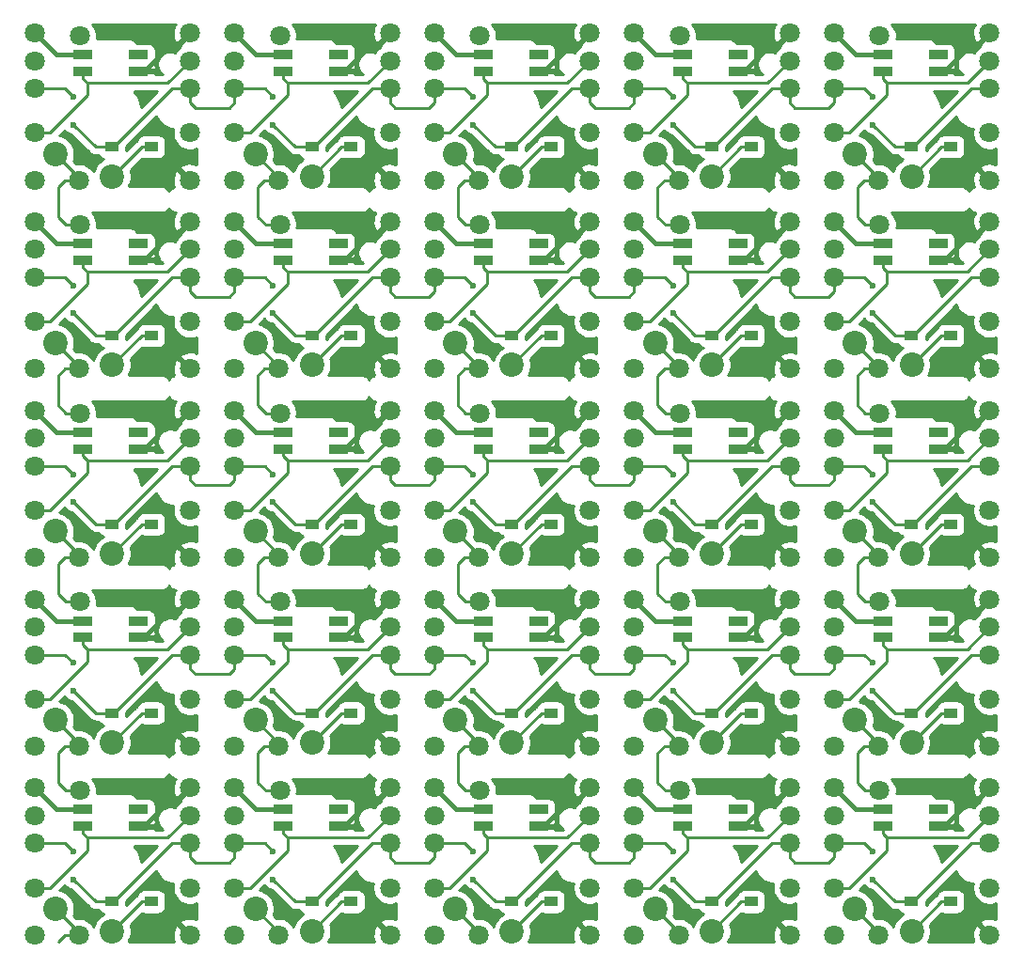
<source format=gbl>
G04 #@! TF.GenerationSoftware,KiCad,Pcbnew,5.1.5+dfsg1-2build2*
G04 #@! TF.CreationDate,2021-01-11T18:37:33+09:00*
G04 #@! TF.ProjectId,choc,63686f63-2e6b-4696-9361-645f70636258,rev?*
G04 #@! TF.SameCoordinates,Original*
G04 #@! TF.FileFunction,Copper,L2,Bot*
G04 #@! TF.FilePolarity,Positive*
%FSLAX46Y46*%
G04 Gerber Fmt 4.6, Leading zero omitted, Abs format (unit mm)*
G04 Created by KiCad (PCBNEW 5.1.5+dfsg1-2build2) date 2021-01-11 18:37:33*
%MOMM*%
%LPD*%
G04 APERTURE LIST*
%ADD10R,1.800000X0.820000*%
%ADD11R,1.300000X0.950000*%
%ADD12C,2.200000*%
%ADD13C,1.800000*%
%ADD14C,0.600000*%
%ADD15C,0.250000*%
%ADD16C,0.400000*%
%ADD17C,0.254000*%
G04 APERTURE END LIST*
D10*
X76922000Y-30252000D03*
X76922000Y-31752000D03*
X71922000Y-31752000D03*
X71922000Y-30252000D03*
X112922000Y-30252000D03*
X112922000Y-31752000D03*
X107922000Y-31752000D03*
X107922000Y-30252000D03*
X76922000Y-81252000D03*
X76922000Y-82752000D03*
X71922000Y-82752000D03*
X71922000Y-81252000D03*
X148922000Y-98252000D03*
X148922000Y-99752000D03*
X143922000Y-99752000D03*
X143922000Y-98252000D03*
X130922000Y-98252000D03*
X130922000Y-99752000D03*
X125922000Y-99752000D03*
X125922000Y-98252000D03*
X112922000Y-98252000D03*
X112922000Y-99752000D03*
X107922000Y-99752000D03*
X107922000Y-98252000D03*
X94922000Y-98252000D03*
X94922000Y-99752000D03*
X89922000Y-99752000D03*
X89922000Y-98252000D03*
X76922000Y-98252000D03*
X76922000Y-99752000D03*
X71922000Y-99752000D03*
X71922000Y-98252000D03*
X148922000Y-81252000D03*
X148922000Y-82752000D03*
X143922000Y-82752000D03*
X143922000Y-81252000D03*
X130922000Y-81252000D03*
X130922000Y-82752000D03*
X125922000Y-82752000D03*
X125922000Y-81252000D03*
X112922000Y-81252000D03*
X112922000Y-82752000D03*
X107922000Y-82752000D03*
X107922000Y-81252000D03*
X94922000Y-81252000D03*
X94922000Y-82752000D03*
X89922000Y-82752000D03*
X89922000Y-81252000D03*
X148922000Y-64252000D03*
X148922000Y-65752000D03*
X143922000Y-65752000D03*
X143922000Y-64252000D03*
X130922000Y-64252000D03*
X130922000Y-65752000D03*
X125922000Y-65752000D03*
X125922000Y-64252000D03*
X112922000Y-64252000D03*
X112922000Y-65752000D03*
X107922000Y-65752000D03*
X107922000Y-64252000D03*
X94922000Y-64252000D03*
X94922000Y-65752000D03*
X89922000Y-65752000D03*
X89922000Y-64252000D03*
X76922000Y-64252000D03*
X76922000Y-65752000D03*
X71922000Y-65752000D03*
X71922000Y-64252000D03*
X148922000Y-47252000D03*
X148922000Y-48752000D03*
X143922000Y-48752000D03*
X143922000Y-47252000D03*
X130922000Y-47252000D03*
X130922000Y-48752000D03*
X125922000Y-48752000D03*
X125922000Y-47252000D03*
X112922000Y-47252000D03*
X112922000Y-48752000D03*
X107922000Y-48752000D03*
X107922000Y-47252000D03*
X94922000Y-47252000D03*
X94922000Y-48752000D03*
X89922000Y-48752000D03*
X89922000Y-47252000D03*
X76922000Y-47252000D03*
X76922000Y-48752000D03*
X71922000Y-48752000D03*
X71922000Y-47252000D03*
X148922000Y-30252000D03*
X148922000Y-31752000D03*
X143922000Y-31752000D03*
X143922000Y-30252000D03*
X130922000Y-30252000D03*
X130922000Y-31752000D03*
X125922000Y-31752000D03*
X125922000Y-30252000D03*
X94922000Y-30252000D03*
X94922000Y-31752000D03*
X89922000Y-31752000D03*
X89922000Y-30252000D03*
D11*
X150057000Y-106547000D03*
X146507000Y-106547000D03*
X132057000Y-106547000D03*
X128507000Y-106547000D03*
X114057000Y-106547000D03*
X110507000Y-106547000D03*
X96057000Y-106547000D03*
X92507000Y-106547000D03*
X78057000Y-106547000D03*
X74507000Y-106547000D03*
X150057000Y-89547000D03*
X146507000Y-89547000D03*
X132057000Y-89547000D03*
X128507000Y-89547000D03*
X114057000Y-89547000D03*
X110507000Y-89547000D03*
X96057000Y-89547000D03*
X92507000Y-89547000D03*
X78057000Y-89547000D03*
X74507000Y-89547000D03*
X150057000Y-72547000D03*
X146507000Y-72547000D03*
X132057000Y-72547000D03*
X128507000Y-72547000D03*
X114057000Y-72547000D03*
X110507000Y-72547000D03*
X96057000Y-72547000D03*
X92507000Y-72547000D03*
X78057000Y-72547000D03*
X74507000Y-72547000D03*
X150057000Y-55547000D03*
X146507000Y-55547000D03*
X132057000Y-55547000D03*
X128507000Y-55547000D03*
X114057000Y-55547000D03*
X110507000Y-55547000D03*
X96057000Y-55547000D03*
X92507000Y-55547000D03*
X78057000Y-55547000D03*
X74507000Y-55547000D03*
X150057000Y-38547000D03*
X146507000Y-38547000D03*
X132057000Y-38547000D03*
X128507000Y-38547000D03*
X114057000Y-38547000D03*
X110507000Y-38547000D03*
X96057000Y-38547000D03*
X92507000Y-38547000D03*
X78057000Y-38547000D03*
X74507000Y-38547000D03*
D12*
X123432000Y-107197000D03*
X128532000Y-109197000D03*
X105432000Y-107197000D03*
X110532000Y-109197000D03*
X87432000Y-107197000D03*
X92532000Y-109197000D03*
X69432000Y-107197000D03*
X74532000Y-109197000D03*
X74532000Y-41197000D03*
X69432000Y-39197000D03*
X141432000Y-90197000D03*
X146532000Y-92197000D03*
D13*
X143632000Y-96547000D03*
X125632000Y-96547000D03*
X107632000Y-96547000D03*
X89632000Y-96547000D03*
X71632000Y-96547000D03*
X143632000Y-79547000D03*
X125632000Y-79547000D03*
X107632000Y-79547000D03*
X89632000Y-79547000D03*
X71632000Y-79547000D03*
X143632000Y-62547000D03*
X125632000Y-62547000D03*
X107632000Y-62547000D03*
X89632000Y-62547000D03*
X71632000Y-62547000D03*
X143632000Y-45547000D03*
X125632000Y-45547000D03*
X107632000Y-45547000D03*
X89632000Y-45547000D03*
X71632000Y-45547000D03*
X143632000Y-28547000D03*
X125632000Y-28547000D03*
X107632000Y-28547000D03*
X89632000Y-28547000D03*
X139532000Y-101297000D03*
X121532000Y-101297000D03*
X103532000Y-101297000D03*
X85532000Y-101297000D03*
X67532000Y-101297000D03*
X139532000Y-84297000D03*
X121532000Y-84297000D03*
X103532000Y-84297000D03*
X85532000Y-84297000D03*
X67532000Y-84297000D03*
X139532000Y-67297000D03*
X121532000Y-67297000D03*
X103532000Y-67297000D03*
X85532000Y-67297000D03*
X67532000Y-67297000D03*
X139532000Y-50297000D03*
X121532000Y-50297000D03*
X103532000Y-50297000D03*
X85532000Y-50297000D03*
X67532000Y-50297000D03*
X139532000Y-33297000D03*
X121532000Y-33297000D03*
X103532000Y-33297000D03*
X85532000Y-33297000D03*
X153532000Y-109547000D03*
X135532000Y-109547000D03*
X117532000Y-109547000D03*
X99532000Y-109547000D03*
X81532000Y-109547000D03*
X153532000Y-92547000D03*
X135532000Y-92547000D03*
X117532000Y-92547000D03*
X99532000Y-92547000D03*
X81532000Y-92547000D03*
X153532000Y-75547000D03*
X135532000Y-75547000D03*
X117532000Y-75547000D03*
X99532000Y-75547000D03*
X81532000Y-75547000D03*
X153532000Y-58547000D03*
X135532000Y-58547000D03*
X117532000Y-58547000D03*
X99532000Y-58547000D03*
X81532000Y-58547000D03*
X153532000Y-41547000D03*
X135532000Y-41547000D03*
X117532000Y-41547000D03*
X99532000Y-41547000D03*
X153532000Y-96297000D03*
X135532000Y-96297000D03*
X117532000Y-96297000D03*
X99532000Y-96297000D03*
X81532000Y-96297000D03*
X153532000Y-79297000D03*
X135532000Y-79297000D03*
X117532000Y-79297000D03*
X99532000Y-79297000D03*
X81532000Y-79297000D03*
X153532000Y-62297000D03*
X135532000Y-62297000D03*
X117532000Y-62297000D03*
X99532000Y-62297000D03*
X81532000Y-62297000D03*
X153532000Y-45297000D03*
X135532000Y-45297000D03*
X117532000Y-45297000D03*
X99532000Y-45297000D03*
X81532000Y-45297000D03*
X153532000Y-28297000D03*
X135532000Y-28297000D03*
X117532000Y-28297000D03*
X99532000Y-28297000D03*
X153532000Y-101297000D03*
X135532000Y-101297000D03*
X117532000Y-101297000D03*
X99532000Y-101297000D03*
X81532000Y-101297000D03*
X153532000Y-84297000D03*
X135532000Y-84297000D03*
X117532000Y-84297000D03*
X99532000Y-84297000D03*
X81532000Y-84297000D03*
X153532000Y-67297000D03*
X135532000Y-67297000D03*
X117532000Y-67297000D03*
X99532000Y-67297000D03*
X81532000Y-67297000D03*
X153532000Y-50297000D03*
X135532000Y-50297000D03*
X117532000Y-50297000D03*
X99532000Y-50297000D03*
X81532000Y-50297000D03*
X153532000Y-33297000D03*
X135532000Y-33297000D03*
X117532000Y-33297000D03*
X99532000Y-33297000D03*
X153532000Y-98797000D03*
X135532000Y-98797000D03*
X117532000Y-98797000D03*
X99532000Y-98797000D03*
X81532000Y-98797000D03*
X153532000Y-81797000D03*
X135532000Y-81797000D03*
X117532000Y-81797000D03*
X99532000Y-81797000D03*
X81532000Y-81797000D03*
X153532000Y-64797000D03*
X135532000Y-64797000D03*
X117532000Y-64797000D03*
X99532000Y-64797000D03*
X81532000Y-64797000D03*
X153532000Y-47797000D03*
X135532000Y-47797000D03*
X117532000Y-47797000D03*
X99532000Y-47797000D03*
X81532000Y-47797000D03*
X153532000Y-30797000D03*
X135532000Y-30797000D03*
X117532000Y-30797000D03*
X99532000Y-30797000D03*
D12*
X141432000Y-107197000D03*
X146532000Y-109197000D03*
X123432000Y-90197000D03*
X128532000Y-92197000D03*
X105432000Y-90197000D03*
X110532000Y-92197000D03*
X87432000Y-90197000D03*
X92532000Y-92197000D03*
X69432000Y-90197000D03*
X74532000Y-92197000D03*
X141432000Y-73197000D03*
X146532000Y-75197000D03*
X123432000Y-73197000D03*
X128532000Y-75197000D03*
X105432000Y-73197000D03*
X110532000Y-75197000D03*
X87432000Y-73197000D03*
X92532000Y-75197000D03*
X69432000Y-73197000D03*
X74532000Y-75197000D03*
X141432000Y-56197000D03*
X146532000Y-58197000D03*
X123432000Y-56197000D03*
X128532000Y-58197000D03*
X105432000Y-56197000D03*
X110532000Y-58197000D03*
X87432000Y-56197000D03*
X92532000Y-58197000D03*
X69432000Y-56197000D03*
X74532000Y-58197000D03*
X141432000Y-39197000D03*
X146532000Y-41197000D03*
X123432000Y-39197000D03*
X128532000Y-41197000D03*
X105432000Y-39197000D03*
X110532000Y-41197000D03*
X87432000Y-39197000D03*
X92532000Y-41197000D03*
D13*
X139532000Y-96297000D03*
X121532000Y-96297000D03*
X103532000Y-96297000D03*
X85532000Y-96297000D03*
X67532000Y-96297000D03*
X139532000Y-79297000D03*
X121532000Y-79297000D03*
X103532000Y-79297000D03*
X85532000Y-79297000D03*
X67532000Y-79297000D03*
X139532000Y-62297000D03*
X121532000Y-62297000D03*
X103532000Y-62297000D03*
X85532000Y-62297000D03*
X67532000Y-62297000D03*
X139532000Y-45297000D03*
X121532000Y-45297000D03*
X103532000Y-45297000D03*
X85532000Y-45297000D03*
X67532000Y-45297000D03*
X139532000Y-28297000D03*
X121532000Y-28297000D03*
X103532000Y-28297000D03*
X85532000Y-28297000D03*
X139532000Y-109547000D03*
X121532000Y-109547000D03*
X103532000Y-109547000D03*
X85532000Y-109547000D03*
X67532000Y-109547000D03*
X139532000Y-92547000D03*
X121532000Y-92547000D03*
X103532000Y-92547000D03*
X85532000Y-92547000D03*
X67532000Y-92547000D03*
X139532000Y-75547000D03*
X121532000Y-75547000D03*
X103532000Y-75547000D03*
X85532000Y-75547000D03*
X67532000Y-75547000D03*
X139532000Y-58547000D03*
X121532000Y-58547000D03*
X103532000Y-58547000D03*
X85532000Y-58547000D03*
X67532000Y-58547000D03*
X139532000Y-41547000D03*
X121532000Y-41547000D03*
X103532000Y-41547000D03*
X85532000Y-41547000D03*
X139532000Y-98797000D03*
X121532000Y-98797000D03*
X103532000Y-98797000D03*
X85532000Y-98797000D03*
X67532000Y-98797000D03*
X139532000Y-81797000D03*
X121532000Y-81797000D03*
X103532000Y-81797000D03*
X85532000Y-81797000D03*
X67532000Y-81797000D03*
X139532000Y-64797000D03*
X121532000Y-64797000D03*
X103532000Y-64797000D03*
X85532000Y-64797000D03*
X67532000Y-64797000D03*
X139532000Y-47797000D03*
X121532000Y-47797000D03*
X103532000Y-47797000D03*
X85532000Y-47797000D03*
X67532000Y-47797000D03*
X139532000Y-30797000D03*
X121532000Y-30797000D03*
X103532000Y-30797000D03*
X85532000Y-30797000D03*
X143532000Y-109547000D03*
X125532000Y-109547000D03*
X107532000Y-109547000D03*
X89532000Y-109547000D03*
X71532000Y-109547000D03*
X143532000Y-92547000D03*
X125532000Y-92547000D03*
X107532000Y-92547000D03*
X89532000Y-92547000D03*
X71532000Y-92547000D03*
X143532000Y-75547000D03*
X125532000Y-75547000D03*
X107532000Y-75547000D03*
X89532000Y-75547000D03*
X71532000Y-75547000D03*
X143532000Y-58547000D03*
X125532000Y-58547000D03*
X107532000Y-58547000D03*
X89532000Y-58547000D03*
X71532000Y-58547000D03*
X143532000Y-41547000D03*
X125532000Y-41547000D03*
X107532000Y-41547000D03*
X89532000Y-41547000D03*
X139532000Y-105297000D03*
X121532000Y-105297000D03*
X103532000Y-105297000D03*
X85532000Y-105297000D03*
X67532000Y-105297000D03*
X139532000Y-88297000D03*
X121532000Y-88297000D03*
X103532000Y-88297000D03*
X85532000Y-88297000D03*
X67532000Y-88297000D03*
X139532000Y-71297000D03*
X121532000Y-71297000D03*
X103532000Y-71297000D03*
X85532000Y-71297000D03*
X67532000Y-71297000D03*
X139532000Y-54297000D03*
X121532000Y-54297000D03*
X103532000Y-54297000D03*
X85532000Y-54297000D03*
X67532000Y-54297000D03*
X139532000Y-37297000D03*
X121532000Y-37297000D03*
X103532000Y-37297000D03*
X85532000Y-37297000D03*
X153532000Y-105297000D03*
X135532000Y-105297000D03*
X117532000Y-105297000D03*
X99532000Y-105297000D03*
X81532000Y-105297000D03*
X153532000Y-88297000D03*
X135532000Y-88297000D03*
X117532000Y-88297000D03*
X99532000Y-88297000D03*
X81532000Y-88297000D03*
X153532000Y-71297000D03*
X135532000Y-71297000D03*
X117532000Y-71297000D03*
X99532000Y-71297000D03*
X81532000Y-71297000D03*
X153532000Y-54297000D03*
X135532000Y-54297000D03*
X117532000Y-54297000D03*
X99532000Y-54297000D03*
X81532000Y-54297000D03*
X153532000Y-37297000D03*
X135532000Y-37297000D03*
X117532000Y-37297000D03*
X99532000Y-37297000D03*
X71532000Y-41547000D03*
X67532000Y-37297000D03*
X67532000Y-30797000D03*
X81532000Y-37297000D03*
X81532000Y-30797000D03*
X81532000Y-33297000D03*
X67532000Y-33297000D03*
X71632000Y-28547000D03*
X81532000Y-28297000D03*
X81532000Y-41547000D03*
X67532000Y-41547000D03*
X67532000Y-28297000D03*
D14*
X71032000Y-36547000D03*
X71032000Y-34047000D03*
X89032000Y-36547000D03*
X107032000Y-36547000D03*
X125032000Y-36547000D03*
X143032000Y-36547000D03*
X71032000Y-53547000D03*
X89032000Y-53547000D03*
X107032000Y-53547000D03*
X125032000Y-53547000D03*
X143032000Y-53547000D03*
X71032000Y-70547000D03*
X89032000Y-70547000D03*
X107032000Y-70547000D03*
X125032000Y-70547000D03*
X143032000Y-70547000D03*
X71032000Y-87547000D03*
X89032000Y-87547000D03*
X107032000Y-87547000D03*
X125032000Y-87547000D03*
X143032000Y-87547000D03*
X71032000Y-104547000D03*
X89032000Y-104547000D03*
X107032000Y-104547000D03*
X125032000Y-104547000D03*
X143032000Y-104547000D03*
X89032000Y-34047000D03*
X107032000Y-34047000D03*
X125032000Y-34047000D03*
X143032000Y-34047000D03*
X71032000Y-51047000D03*
X89032000Y-51047000D03*
X107032000Y-51047000D03*
X125032000Y-51047000D03*
X143032000Y-51047000D03*
X71032000Y-68047000D03*
X89032000Y-68047000D03*
X107032000Y-68047000D03*
X125032000Y-68047000D03*
X143032000Y-68047000D03*
X71032000Y-85047000D03*
X89032000Y-85047000D03*
X107032000Y-85047000D03*
X125032000Y-85047000D03*
X143032000Y-85047000D03*
X71032000Y-102047000D03*
X89032000Y-102047000D03*
X107032000Y-102047000D03*
X125032000Y-102047000D03*
X143032000Y-102047000D03*
X76932000Y-30247000D03*
X94932000Y-30247000D03*
X112932000Y-30247000D03*
X130932000Y-30247000D03*
X148932000Y-30247000D03*
X76932000Y-47247000D03*
X94932000Y-47247000D03*
X112932000Y-47247000D03*
X130932000Y-47247000D03*
X148932000Y-47247000D03*
X76932000Y-64247000D03*
X94932000Y-64247000D03*
X112932000Y-64247000D03*
X130932000Y-64247000D03*
X148932000Y-64247000D03*
X76932000Y-81247000D03*
X94932000Y-81247000D03*
X112932000Y-81247000D03*
X130932000Y-81247000D03*
X148932000Y-81247000D03*
X76932000Y-98247000D03*
X94932000Y-98247000D03*
X112932000Y-98247000D03*
X130932000Y-98247000D03*
X148932000Y-98247000D03*
X76922000Y-31752000D03*
X94922000Y-31752000D03*
X112922000Y-31752000D03*
X130922000Y-31752000D03*
X148922000Y-31752000D03*
X76922000Y-48752000D03*
X94922000Y-48752000D03*
X112922000Y-48752000D03*
X130922000Y-48752000D03*
X148922000Y-48752000D03*
X76922000Y-65752000D03*
X94922000Y-65752000D03*
X112922000Y-65752000D03*
X130922000Y-65752000D03*
X148922000Y-65752000D03*
X76922000Y-82752000D03*
X94922000Y-82752000D03*
X112922000Y-82752000D03*
X130922000Y-82752000D03*
X148922000Y-82752000D03*
X76922000Y-99752000D03*
X94922000Y-99752000D03*
X112922000Y-99752000D03*
X130922000Y-99752000D03*
X148922000Y-99752000D03*
X77458000Y-33909000D03*
X72632000Y-39751000D03*
X95458000Y-33909000D03*
X113458000Y-33909000D03*
X131458000Y-33909000D03*
X149458000Y-33909000D03*
X77458000Y-50909000D03*
X95458000Y-50909000D03*
X113458000Y-50909000D03*
X131458000Y-50909000D03*
X149458000Y-50909000D03*
X77458000Y-67909000D03*
X95458000Y-67909000D03*
X113458000Y-67909000D03*
X131458000Y-67909000D03*
X149458000Y-67909000D03*
X77458000Y-84909000D03*
X95458000Y-84909000D03*
X113458000Y-84909000D03*
X131458000Y-84909000D03*
X149458000Y-84909000D03*
X77458000Y-101909000D03*
X95458000Y-101909000D03*
X113458000Y-101909000D03*
X131458000Y-101909000D03*
X149458000Y-101909000D03*
X90632000Y-39751000D03*
X108632000Y-39751000D03*
X126632000Y-39751000D03*
X144632000Y-39751000D03*
X72632000Y-56751000D03*
X90632000Y-56751000D03*
X108632000Y-56751000D03*
X126632000Y-56751000D03*
X144632000Y-56751000D03*
X72632000Y-73751000D03*
X90632000Y-73751000D03*
X108632000Y-73751000D03*
X126632000Y-73751000D03*
X144632000Y-73751000D03*
X72632000Y-90751000D03*
X90632000Y-90751000D03*
X108632000Y-90751000D03*
X126632000Y-90751000D03*
X144632000Y-90751000D03*
X72632000Y-107751000D03*
X90632000Y-107751000D03*
X108632000Y-107751000D03*
X126632000Y-107751000D03*
X144632000Y-107751000D03*
X71922000Y-30252000D03*
X89922000Y-30252000D03*
X107922000Y-30252000D03*
X125922000Y-30252000D03*
X143922000Y-30252000D03*
X71922000Y-47252000D03*
X89922000Y-47252000D03*
X107922000Y-47252000D03*
X125922000Y-47252000D03*
X143922000Y-47252000D03*
X71922000Y-64252000D03*
X89922000Y-64252000D03*
X107922000Y-64252000D03*
X125922000Y-64252000D03*
X143922000Y-64252000D03*
X71922000Y-81252000D03*
X89922000Y-81252000D03*
X107922000Y-81252000D03*
X125922000Y-81252000D03*
X143922000Y-81252000D03*
X71922000Y-98252000D03*
X89922000Y-98252000D03*
X107922000Y-98252000D03*
X125922000Y-98252000D03*
X143922000Y-98252000D03*
D15*
X70282000Y-33297000D02*
X71032000Y-34047000D01*
X67532000Y-33297000D02*
X70282000Y-33297000D01*
X74682000Y-38547000D02*
X74507000Y-38547000D01*
X79932000Y-33297000D02*
X74682000Y-38547000D01*
X81532000Y-33297000D02*
X79932000Y-33297000D01*
X74507000Y-38547000D02*
X73032000Y-38547000D01*
X73032000Y-38547000D02*
X71032000Y-36547000D01*
X71032000Y-36547000D02*
X71032000Y-36547000D01*
X71032000Y-34047000D02*
X71032000Y-34047000D01*
X85532000Y-33297000D02*
X88282000Y-33297000D01*
X103532000Y-33297000D02*
X106282000Y-33297000D01*
X121532000Y-33297000D02*
X124282000Y-33297000D01*
X139532000Y-33297000D02*
X142282000Y-33297000D01*
X67532000Y-50297000D02*
X70282000Y-50297000D01*
X85532000Y-50297000D02*
X88282000Y-50297000D01*
X103532000Y-50297000D02*
X106282000Y-50297000D01*
X121532000Y-50297000D02*
X124282000Y-50297000D01*
X139532000Y-50297000D02*
X142282000Y-50297000D01*
X67532000Y-67297000D02*
X70282000Y-67297000D01*
X85532000Y-67297000D02*
X88282000Y-67297000D01*
X103532000Y-67297000D02*
X106282000Y-67297000D01*
X121532000Y-67297000D02*
X124282000Y-67297000D01*
X139532000Y-67297000D02*
X142282000Y-67297000D01*
X67532000Y-84297000D02*
X70282000Y-84297000D01*
X85532000Y-84297000D02*
X88282000Y-84297000D01*
X103532000Y-84297000D02*
X106282000Y-84297000D01*
X121532000Y-84297000D02*
X124282000Y-84297000D01*
X139532000Y-84297000D02*
X142282000Y-84297000D01*
X67532000Y-101297000D02*
X70282000Y-101297000D01*
X85532000Y-101297000D02*
X88282000Y-101297000D01*
X103532000Y-101297000D02*
X106282000Y-101297000D01*
X121532000Y-101297000D02*
X124282000Y-101297000D01*
X139532000Y-101297000D02*
X142282000Y-101297000D01*
X88282000Y-33297000D02*
X89032000Y-34047000D01*
X106282000Y-33297000D02*
X107032000Y-34047000D01*
X124282000Y-33297000D02*
X125032000Y-34047000D01*
X142282000Y-33297000D02*
X143032000Y-34047000D01*
X70282000Y-50297000D02*
X71032000Y-51047000D01*
X88282000Y-50297000D02*
X89032000Y-51047000D01*
X106282000Y-50297000D02*
X107032000Y-51047000D01*
X124282000Y-50297000D02*
X125032000Y-51047000D01*
X142282000Y-50297000D02*
X143032000Y-51047000D01*
X70282000Y-67297000D02*
X71032000Y-68047000D01*
X88282000Y-67297000D02*
X89032000Y-68047000D01*
X106282000Y-67297000D02*
X107032000Y-68047000D01*
X124282000Y-67297000D02*
X125032000Y-68047000D01*
X142282000Y-67297000D02*
X143032000Y-68047000D01*
X70282000Y-84297000D02*
X71032000Y-85047000D01*
X88282000Y-84297000D02*
X89032000Y-85047000D01*
X106282000Y-84297000D02*
X107032000Y-85047000D01*
X124282000Y-84297000D02*
X125032000Y-85047000D01*
X142282000Y-84297000D02*
X143032000Y-85047000D01*
X70282000Y-101297000D02*
X71032000Y-102047000D01*
X88282000Y-101297000D02*
X89032000Y-102047000D01*
X106282000Y-101297000D02*
X107032000Y-102047000D01*
X124282000Y-101297000D02*
X125032000Y-102047000D01*
X142282000Y-101297000D02*
X143032000Y-102047000D01*
X92682000Y-38547000D02*
X92507000Y-38547000D01*
X110682000Y-38547000D02*
X110507000Y-38547000D01*
X128682000Y-38547000D02*
X128507000Y-38547000D01*
X146682000Y-38547000D02*
X146507000Y-38547000D01*
X74682000Y-55547000D02*
X74507000Y-55547000D01*
X92682000Y-55547000D02*
X92507000Y-55547000D01*
X110682000Y-55547000D02*
X110507000Y-55547000D01*
X128682000Y-55547000D02*
X128507000Y-55547000D01*
X146682000Y-55547000D02*
X146507000Y-55547000D01*
X74682000Y-72547000D02*
X74507000Y-72547000D01*
X92682000Y-72547000D02*
X92507000Y-72547000D01*
X110682000Y-72547000D02*
X110507000Y-72547000D01*
X128682000Y-72547000D02*
X128507000Y-72547000D01*
X146682000Y-72547000D02*
X146507000Y-72547000D01*
X74682000Y-89547000D02*
X74507000Y-89547000D01*
X92682000Y-89547000D02*
X92507000Y-89547000D01*
X110682000Y-89547000D02*
X110507000Y-89547000D01*
X128682000Y-89547000D02*
X128507000Y-89547000D01*
X146682000Y-89547000D02*
X146507000Y-89547000D01*
X74682000Y-106547000D02*
X74507000Y-106547000D01*
X92682000Y-106547000D02*
X92507000Y-106547000D01*
X110682000Y-106547000D02*
X110507000Y-106547000D01*
X128682000Y-106547000D02*
X128507000Y-106547000D01*
X146682000Y-106547000D02*
X146507000Y-106547000D01*
X89032000Y-34047000D02*
X89032000Y-34047000D01*
X107032000Y-34047000D02*
X107032000Y-34047000D01*
X125032000Y-34047000D02*
X125032000Y-34047000D01*
X143032000Y-34047000D02*
X143032000Y-34047000D01*
X71032000Y-51047000D02*
X71032000Y-51047000D01*
X89032000Y-51047000D02*
X89032000Y-51047000D01*
X107032000Y-51047000D02*
X107032000Y-51047000D01*
X125032000Y-51047000D02*
X125032000Y-51047000D01*
X143032000Y-51047000D02*
X143032000Y-51047000D01*
X71032000Y-68047000D02*
X71032000Y-68047000D01*
X89032000Y-68047000D02*
X89032000Y-68047000D01*
X107032000Y-68047000D02*
X107032000Y-68047000D01*
X125032000Y-68047000D02*
X125032000Y-68047000D01*
X143032000Y-68047000D02*
X143032000Y-68047000D01*
X71032000Y-85047000D02*
X71032000Y-85047000D01*
X89032000Y-85047000D02*
X89032000Y-85047000D01*
X107032000Y-85047000D02*
X107032000Y-85047000D01*
X125032000Y-85047000D02*
X125032000Y-85047000D01*
X143032000Y-85047000D02*
X143032000Y-85047000D01*
X71032000Y-102047000D02*
X71032000Y-102047000D01*
X89032000Y-102047000D02*
X89032000Y-102047000D01*
X107032000Y-102047000D02*
X107032000Y-102047000D01*
X125032000Y-102047000D02*
X125032000Y-102047000D01*
X143032000Y-102047000D02*
X143032000Y-102047000D01*
X99532000Y-33297000D02*
X97932000Y-33297000D01*
X117532000Y-33297000D02*
X115932000Y-33297000D01*
X135532000Y-33297000D02*
X133932000Y-33297000D01*
X153532000Y-33297000D02*
X151932000Y-33297000D01*
X81532000Y-50297000D02*
X79932000Y-50297000D01*
X99532000Y-50297000D02*
X97932000Y-50297000D01*
X117532000Y-50297000D02*
X115932000Y-50297000D01*
X135532000Y-50297000D02*
X133932000Y-50297000D01*
X153532000Y-50297000D02*
X151932000Y-50297000D01*
X81532000Y-67297000D02*
X79932000Y-67297000D01*
X99532000Y-67297000D02*
X97932000Y-67297000D01*
X117532000Y-67297000D02*
X115932000Y-67297000D01*
X135532000Y-67297000D02*
X133932000Y-67297000D01*
X153532000Y-67297000D02*
X151932000Y-67297000D01*
X81532000Y-84297000D02*
X79932000Y-84297000D01*
X99532000Y-84297000D02*
X97932000Y-84297000D01*
X117532000Y-84297000D02*
X115932000Y-84297000D01*
X135532000Y-84297000D02*
X133932000Y-84297000D01*
X153532000Y-84297000D02*
X151932000Y-84297000D01*
X81532000Y-101297000D02*
X79932000Y-101297000D01*
X99532000Y-101297000D02*
X97932000Y-101297000D01*
X117532000Y-101297000D02*
X115932000Y-101297000D01*
X135532000Y-101297000D02*
X133932000Y-101297000D01*
X153532000Y-101297000D02*
X151932000Y-101297000D01*
X97932000Y-33297000D02*
X92682000Y-38547000D01*
X115932000Y-33297000D02*
X110682000Y-38547000D01*
X133932000Y-33297000D02*
X128682000Y-38547000D01*
X151932000Y-33297000D02*
X146682000Y-38547000D01*
X79932000Y-50297000D02*
X74682000Y-55547000D01*
X97932000Y-50297000D02*
X92682000Y-55547000D01*
X115932000Y-50297000D02*
X110682000Y-55547000D01*
X133932000Y-50297000D02*
X128682000Y-55547000D01*
X151932000Y-50297000D02*
X146682000Y-55547000D01*
X79932000Y-67297000D02*
X74682000Y-72547000D01*
X97932000Y-67297000D02*
X92682000Y-72547000D01*
X115932000Y-67297000D02*
X110682000Y-72547000D01*
X133932000Y-67297000D02*
X128682000Y-72547000D01*
X151932000Y-67297000D02*
X146682000Y-72547000D01*
X79932000Y-84297000D02*
X74682000Y-89547000D01*
X97932000Y-84297000D02*
X92682000Y-89547000D01*
X115932000Y-84297000D02*
X110682000Y-89547000D01*
X133932000Y-84297000D02*
X128682000Y-89547000D01*
X151932000Y-84297000D02*
X146682000Y-89547000D01*
X79932000Y-101297000D02*
X74682000Y-106547000D01*
X97932000Y-101297000D02*
X92682000Y-106547000D01*
X115932000Y-101297000D02*
X110682000Y-106547000D01*
X133932000Y-101297000D02*
X128682000Y-106547000D01*
X151932000Y-101297000D02*
X146682000Y-106547000D01*
X89032000Y-36547000D02*
X89032000Y-36547000D01*
X107032000Y-36547000D02*
X107032000Y-36547000D01*
X125032000Y-36547000D02*
X125032000Y-36547000D01*
X143032000Y-36547000D02*
X143032000Y-36547000D01*
X71032000Y-53547000D02*
X71032000Y-53547000D01*
X89032000Y-53547000D02*
X89032000Y-53547000D01*
X107032000Y-53547000D02*
X107032000Y-53547000D01*
X125032000Y-53547000D02*
X125032000Y-53547000D01*
X143032000Y-53547000D02*
X143032000Y-53547000D01*
X71032000Y-70547000D02*
X71032000Y-70547000D01*
X89032000Y-70547000D02*
X89032000Y-70547000D01*
X107032000Y-70547000D02*
X107032000Y-70547000D01*
X125032000Y-70547000D02*
X125032000Y-70547000D01*
X143032000Y-70547000D02*
X143032000Y-70547000D01*
X71032000Y-87547000D02*
X71032000Y-87547000D01*
X89032000Y-87547000D02*
X89032000Y-87547000D01*
X107032000Y-87547000D02*
X107032000Y-87547000D01*
X125032000Y-87547000D02*
X125032000Y-87547000D01*
X143032000Y-87547000D02*
X143032000Y-87547000D01*
X71032000Y-104547000D02*
X71032000Y-104547000D01*
X89032000Y-104547000D02*
X89032000Y-104547000D01*
X107032000Y-104547000D02*
X107032000Y-104547000D01*
X125032000Y-104547000D02*
X125032000Y-104547000D01*
X143032000Y-104547000D02*
X143032000Y-104547000D01*
X92507000Y-38547000D02*
X91032000Y-38547000D01*
X110507000Y-38547000D02*
X109032000Y-38547000D01*
X128507000Y-38547000D02*
X127032000Y-38547000D01*
X146507000Y-38547000D02*
X145032000Y-38547000D01*
X74507000Y-55547000D02*
X73032000Y-55547000D01*
X92507000Y-55547000D02*
X91032000Y-55547000D01*
X110507000Y-55547000D02*
X109032000Y-55547000D01*
X128507000Y-55547000D02*
X127032000Y-55547000D01*
X146507000Y-55547000D02*
X145032000Y-55547000D01*
X74507000Y-72547000D02*
X73032000Y-72547000D01*
X92507000Y-72547000D02*
X91032000Y-72547000D01*
X110507000Y-72547000D02*
X109032000Y-72547000D01*
X128507000Y-72547000D02*
X127032000Y-72547000D01*
X146507000Y-72547000D02*
X145032000Y-72547000D01*
X74507000Y-89547000D02*
X73032000Y-89547000D01*
X92507000Y-89547000D02*
X91032000Y-89547000D01*
X110507000Y-89547000D02*
X109032000Y-89547000D01*
X128507000Y-89547000D02*
X127032000Y-89547000D01*
X146507000Y-89547000D02*
X145032000Y-89547000D01*
X74507000Y-106547000D02*
X73032000Y-106547000D01*
X92507000Y-106547000D02*
X91032000Y-106547000D01*
X110507000Y-106547000D02*
X109032000Y-106547000D01*
X128507000Y-106547000D02*
X127032000Y-106547000D01*
X146507000Y-106547000D02*
X145032000Y-106547000D01*
X91032000Y-38547000D02*
X89032000Y-36547000D01*
X109032000Y-38547000D02*
X107032000Y-36547000D01*
X127032000Y-38547000D02*
X125032000Y-36547000D01*
X145032000Y-38547000D02*
X143032000Y-36547000D01*
X73032000Y-55547000D02*
X71032000Y-53547000D01*
X91032000Y-55547000D02*
X89032000Y-53547000D01*
X109032000Y-55547000D02*
X107032000Y-53547000D01*
X127032000Y-55547000D02*
X125032000Y-53547000D01*
X145032000Y-55547000D02*
X143032000Y-53547000D01*
X73032000Y-72547000D02*
X71032000Y-70547000D01*
X91032000Y-72547000D02*
X89032000Y-70547000D01*
X109032000Y-72547000D02*
X107032000Y-70547000D01*
X127032000Y-72547000D02*
X125032000Y-70547000D01*
X145032000Y-72547000D02*
X143032000Y-70547000D01*
X73032000Y-89547000D02*
X71032000Y-87547000D01*
X91032000Y-89547000D02*
X89032000Y-87547000D01*
X109032000Y-89547000D02*
X107032000Y-87547000D01*
X127032000Y-89547000D02*
X125032000Y-87547000D01*
X145032000Y-89547000D02*
X143032000Y-87547000D01*
X73032000Y-106547000D02*
X71032000Y-104547000D01*
X91032000Y-106547000D02*
X89032000Y-104547000D01*
X109032000Y-106547000D02*
X107032000Y-104547000D01*
X127032000Y-106547000D02*
X125032000Y-104547000D01*
X145032000Y-106547000D02*
X143032000Y-104547000D01*
X81532000Y-34569792D02*
X82009208Y-35047000D01*
X81532000Y-33297000D02*
X81532000Y-34569792D01*
X85532000Y-34569792D02*
X85532000Y-33297000D01*
X85054792Y-35047000D02*
X85532000Y-34569792D01*
X82009208Y-35047000D02*
X85054792Y-35047000D01*
X99532000Y-33297000D02*
X99532000Y-34569792D01*
X117532000Y-33297000D02*
X117532000Y-34569792D01*
X135532000Y-33297000D02*
X135532000Y-34569792D01*
X81532000Y-50297000D02*
X81532000Y-51569792D01*
X99532000Y-50297000D02*
X99532000Y-51569792D01*
X117532000Y-50297000D02*
X117532000Y-51569792D01*
X135532000Y-50297000D02*
X135532000Y-51569792D01*
X81532000Y-67297000D02*
X81532000Y-68569792D01*
X99532000Y-67297000D02*
X99532000Y-68569792D01*
X117532000Y-67297000D02*
X117532000Y-68569792D01*
X135532000Y-67297000D02*
X135532000Y-68569792D01*
X81532000Y-84297000D02*
X81532000Y-85569792D01*
X99532000Y-84297000D02*
X99532000Y-85569792D01*
X117532000Y-84297000D02*
X117532000Y-85569792D01*
X135532000Y-84297000D02*
X135532000Y-85569792D01*
X81532000Y-101297000D02*
X81532000Y-102569792D01*
X99532000Y-101297000D02*
X99532000Y-102569792D01*
X117532000Y-101297000D02*
X117532000Y-102569792D01*
X135532000Y-101297000D02*
X135532000Y-102569792D01*
X99532000Y-34569792D02*
X100009208Y-35047000D01*
X117532000Y-34569792D02*
X118009208Y-35047000D01*
X135532000Y-34569792D02*
X136009208Y-35047000D01*
X81532000Y-51569792D02*
X82009208Y-52047000D01*
X99532000Y-51569792D02*
X100009208Y-52047000D01*
X117532000Y-51569792D02*
X118009208Y-52047000D01*
X135532000Y-51569792D02*
X136009208Y-52047000D01*
X81532000Y-68569792D02*
X82009208Y-69047000D01*
X99532000Y-68569792D02*
X100009208Y-69047000D01*
X117532000Y-68569792D02*
X118009208Y-69047000D01*
X135532000Y-68569792D02*
X136009208Y-69047000D01*
X81532000Y-85569792D02*
X82009208Y-86047000D01*
X99532000Y-85569792D02*
X100009208Y-86047000D01*
X117532000Y-85569792D02*
X118009208Y-86047000D01*
X135532000Y-85569792D02*
X136009208Y-86047000D01*
X81532000Y-102569792D02*
X82009208Y-103047000D01*
X99532000Y-102569792D02*
X100009208Y-103047000D01*
X117532000Y-102569792D02*
X118009208Y-103047000D01*
X135532000Y-102569792D02*
X136009208Y-103047000D01*
X103532000Y-34569792D02*
X103532000Y-33297000D01*
X121532000Y-34569792D02*
X121532000Y-33297000D01*
X139532000Y-34569792D02*
X139532000Y-33297000D01*
X85532000Y-51569792D02*
X85532000Y-50297000D01*
X103532000Y-51569792D02*
X103532000Y-50297000D01*
X121532000Y-51569792D02*
X121532000Y-50297000D01*
X139532000Y-51569792D02*
X139532000Y-50297000D01*
X85532000Y-68569792D02*
X85532000Y-67297000D01*
X103532000Y-68569792D02*
X103532000Y-67297000D01*
X121532000Y-68569792D02*
X121532000Y-67297000D01*
X139532000Y-68569792D02*
X139532000Y-67297000D01*
X85532000Y-85569792D02*
X85532000Y-84297000D01*
X103532000Y-85569792D02*
X103532000Y-84297000D01*
X121532000Y-85569792D02*
X121532000Y-84297000D01*
X139532000Y-85569792D02*
X139532000Y-84297000D01*
X85532000Y-102569792D02*
X85532000Y-101297000D01*
X103532000Y-102569792D02*
X103532000Y-101297000D01*
X121532000Y-102569792D02*
X121532000Y-101297000D01*
X139532000Y-102569792D02*
X139532000Y-101297000D01*
X103054792Y-35047000D02*
X103532000Y-34569792D01*
X121054792Y-35047000D02*
X121532000Y-34569792D01*
X139054792Y-35047000D02*
X139532000Y-34569792D01*
X85054792Y-52047000D02*
X85532000Y-51569792D01*
X103054792Y-52047000D02*
X103532000Y-51569792D01*
X121054792Y-52047000D02*
X121532000Y-51569792D01*
X139054792Y-52047000D02*
X139532000Y-51569792D01*
X85054792Y-69047000D02*
X85532000Y-68569792D01*
X103054792Y-69047000D02*
X103532000Y-68569792D01*
X121054792Y-69047000D02*
X121532000Y-68569792D01*
X139054792Y-69047000D02*
X139532000Y-68569792D01*
X85054792Y-86047000D02*
X85532000Y-85569792D01*
X103054792Y-86047000D02*
X103532000Y-85569792D01*
X121054792Y-86047000D02*
X121532000Y-85569792D01*
X139054792Y-86047000D02*
X139532000Y-85569792D01*
X85054792Y-103047000D02*
X85532000Y-102569792D01*
X103054792Y-103047000D02*
X103532000Y-102569792D01*
X121054792Y-103047000D02*
X121532000Y-102569792D01*
X139054792Y-103047000D02*
X139532000Y-102569792D01*
X100009208Y-35047000D02*
X103054792Y-35047000D01*
X118009208Y-35047000D02*
X121054792Y-35047000D01*
X136009208Y-35047000D02*
X139054792Y-35047000D01*
X82009208Y-52047000D02*
X85054792Y-52047000D01*
X100009208Y-52047000D02*
X103054792Y-52047000D01*
X118009208Y-52047000D02*
X121054792Y-52047000D01*
X136009208Y-52047000D02*
X139054792Y-52047000D01*
X82009208Y-69047000D02*
X85054792Y-69047000D01*
X100009208Y-69047000D02*
X103054792Y-69047000D01*
X118009208Y-69047000D02*
X121054792Y-69047000D01*
X136009208Y-69047000D02*
X139054792Y-69047000D01*
X82009208Y-86047000D02*
X85054792Y-86047000D01*
X100009208Y-86047000D02*
X103054792Y-86047000D01*
X118009208Y-86047000D02*
X121054792Y-86047000D01*
X136009208Y-86047000D02*
X139054792Y-86047000D01*
X82009208Y-103047000D02*
X85054792Y-103047000D01*
X100009208Y-103047000D02*
X103054792Y-103047000D01*
X118009208Y-103047000D02*
X121054792Y-103047000D01*
X136009208Y-103047000D02*
X139054792Y-103047000D01*
X74257000Y-40922000D02*
X74532000Y-41197000D01*
X77182000Y-38547000D02*
X78057000Y-38547000D01*
X74532000Y-41197000D02*
X77182000Y-38547000D01*
X95182000Y-38547000D02*
X96057000Y-38547000D01*
X113182000Y-38547000D02*
X114057000Y-38547000D01*
X131182000Y-38547000D02*
X132057000Y-38547000D01*
X149182000Y-38547000D02*
X150057000Y-38547000D01*
X77182000Y-55547000D02*
X78057000Y-55547000D01*
X95182000Y-55547000D02*
X96057000Y-55547000D01*
X113182000Y-55547000D02*
X114057000Y-55547000D01*
X131182000Y-55547000D02*
X132057000Y-55547000D01*
X149182000Y-55547000D02*
X150057000Y-55547000D01*
X77182000Y-72547000D02*
X78057000Y-72547000D01*
X95182000Y-72547000D02*
X96057000Y-72547000D01*
X113182000Y-72547000D02*
X114057000Y-72547000D01*
X131182000Y-72547000D02*
X132057000Y-72547000D01*
X149182000Y-72547000D02*
X150057000Y-72547000D01*
X77182000Y-89547000D02*
X78057000Y-89547000D01*
X95182000Y-89547000D02*
X96057000Y-89547000D01*
X113182000Y-89547000D02*
X114057000Y-89547000D01*
X131182000Y-89547000D02*
X132057000Y-89547000D01*
X149182000Y-89547000D02*
X150057000Y-89547000D01*
X77182000Y-106547000D02*
X78057000Y-106547000D01*
X95182000Y-106547000D02*
X96057000Y-106547000D01*
X113182000Y-106547000D02*
X114057000Y-106547000D01*
X131182000Y-106547000D02*
X132057000Y-106547000D01*
X149182000Y-106547000D02*
X150057000Y-106547000D01*
X92532000Y-41197000D02*
X95182000Y-38547000D01*
X110532000Y-41197000D02*
X113182000Y-38547000D01*
X128532000Y-41197000D02*
X131182000Y-38547000D01*
X146532000Y-41197000D02*
X149182000Y-38547000D01*
X74532000Y-58197000D02*
X77182000Y-55547000D01*
X92532000Y-58197000D02*
X95182000Y-55547000D01*
X110532000Y-58197000D02*
X113182000Y-55547000D01*
X128532000Y-58197000D02*
X131182000Y-55547000D01*
X146532000Y-58197000D02*
X149182000Y-55547000D01*
X74532000Y-75197000D02*
X77182000Y-72547000D01*
X92532000Y-75197000D02*
X95182000Y-72547000D01*
X110532000Y-75197000D02*
X113182000Y-72547000D01*
X128532000Y-75197000D02*
X131182000Y-72547000D01*
X146532000Y-75197000D02*
X149182000Y-72547000D01*
X74532000Y-92197000D02*
X77182000Y-89547000D01*
X92532000Y-92197000D02*
X95182000Y-89547000D01*
X110532000Y-92197000D02*
X113182000Y-89547000D01*
X128532000Y-92197000D02*
X131182000Y-89547000D01*
X146532000Y-92197000D02*
X149182000Y-89547000D01*
X74532000Y-109197000D02*
X77182000Y-106547000D01*
X92532000Y-109197000D02*
X95182000Y-106547000D01*
X110532000Y-109197000D02*
X113182000Y-106547000D01*
X128532000Y-109197000D02*
X131182000Y-106547000D01*
X146532000Y-109197000D02*
X149182000Y-106547000D01*
X92257000Y-40922000D02*
X92532000Y-41197000D01*
X110257000Y-40922000D02*
X110532000Y-41197000D01*
X128257000Y-40922000D02*
X128532000Y-41197000D01*
X146257000Y-40922000D02*
X146532000Y-41197000D01*
X74257000Y-57922000D02*
X74532000Y-58197000D01*
X92257000Y-57922000D02*
X92532000Y-58197000D01*
X110257000Y-57922000D02*
X110532000Y-58197000D01*
X128257000Y-57922000D02*
X128532000Y-58197000D01*
X146257000Y-57922000D02*
X146532000Y-58197000D01*
X74257000Y-74922000D02*
X74532000Y-75197000D01*
X92257000Y-74922000D02*
X92532000Y-75197000D01*
X110257000Y-74922000D02*
X110532000Y-75197000D01*
X128257000Y-74922000D02*
X128532000Y-75197000D01*
X146257000Y-74922000D02*
X146532000Y-75197000D01*
X74257000Y-91922000D02*
X74532000Y-92197000D01*
X92257000Y-91922000D02*
X92532000Y-92197000D01*
X110257000Y-91922000D02*
X110532000Y-92197000D01*
X128257000Y-91922000D02*
X128532000Y-92197000D01*
X146257000Y-91922000D02*
X146532000Y-92197000D01*
X74257000Y-108922000D02*
X74532000Y-109197000D01*
X92257000Y-108922000D02*
X92532000Y-109197000D01*
X110257000Y-108922000D02*
X110532000Y-109197000D01*
X128257000Y-108922000D02*
X128532000Y-109197000D01*
X146257000Y-108922000D02*
X146532000Y-109197000D01*
X81532000Y-30797000D02*
X79532000Y-32797000D01*
X67532000Y-37297000D02*
X68919002Y-37297000D01*
X72307000Y-32797000D02*
X72782000Y-32797000D01*
X71922000Y-32412000D02*
X72307000Y-32797000D01*
X71922000Y-31752000D02*
X71922000Y-32412000D01*
X79532000Y-32797000D02*
X72782000Y-32797000D01*
X72782000Y-32797000D02*
X72532000Y-32797000D01*
X72307000Y-33909002D02*
X72307000Y-32797000D01*
X68919002Y-37297000D02*
X72307000Y-33909002D01*
X90782000Y-32797000D02*
X90532000Y-32797000D01*
X108782000Y-32797000D02*
X108532000Y-32797000D01*
X126782000Y-32797000D02*
X126532000Y-32797000D01*
X144782000Y-32797000D02*
X144532000Y-32797000D01*
X72782000Y-49797000D02*
X72532000Y-49797000D01*
X90782000Y-49797000D02*
X90532000Y-49797000D01*
X108782000Y-49797000D02*
X108532000Y-49797000D01*
X126782000Y-49797000D02*
X126532000Y-49797000D01*
X144782000Y-49797000D02*
X144532000Y-49797000D01*
X72782000Y-66797000D02*
X72532000Y-66797000D01*
X90782000Y-66797000D02*
X90532000Y-66797000D01*
X108782000Y-66797000D02*
X108532000Y-66797000D01*
X126782000Y-66797000D02*
X126532000Y-66797000D01*
X144782000Y-66797000D02*
X144532000Y-66797000D01*
X72782000Y-83797000D02*
X72532000Y-83797000D01*
X90782000Y-83797000D02*
X90532000Y-83797000D01*
X108782000Y-83797000D02*
X108532000Y-83797000D01*
X126782000Y-83797000D02*
X126532000Y-83797000D01*
X144782000Y-83797000D02*
X144532000Y-83797000D01*
X72782000Y-100797000D02*
X72532000Y-100797000D01*
X90782000Y-100797000D02*
X90532000Y-100797000D01*
X108782000Y-100797000D02*
X108532000Y-100797000D01*
X126782000Y-100797000D02*
X126532000Y-100797000D01*
X144782000Y-100797000D02*
X144532000Y-100797000D01*
X90307000Y-32797000D02*
X90782000Y-32797000D01*
X108307000Y-32797000D02*
X108782000Y-32797000D01*
X126307000Y-32797000D02*
X126782000Y-32797000D01*
X144307000Y-32797000D02*
X144782000Y-32797000D01*
X72307000Y-49797000D02*
X72782000Y-49797000D01*
X90307000Y-49797000D02*
X90782000Y-49797000D01*
X108307000Y-49797000D02*
X108782000Y-49797000D01*
X126307000Y-49797000D02*
X126782000Y-49797000D01*
X144307000Y-49797000D02*
X144782000Y-49797000D01*
X72307000Y-66797000D02*
X72782000Y-66797000D01*
X90307000Y-66797000D02*
X90782000Y-66797000D01*
X108307000Y-66797000D02*
X108782000Y-66797000D01*
X126307000Y-66797000D02*
X126782000Y-66797000D01*
X144307000Y-66797000D02*
X144782000Y-66797000D01*
X72307000Y-83797000D02*
X72782000Y-83797000D01*
X90307000Y-83797000D02*
X90782000Y-83797000D01*
X108307000Y-83797000D02*
X108782000Y-83797000D01*
X126307000Y-83797000D02*
X126782000Y-83797000D01*
X144307000Y-83797000D02*
X144782000Y-83797000D01*
X72307000Y-100797000D02*
X72782000Y-100797000D01*
X90307000Y-100797000D02*
X90782000Y-100797000D01*
X108307000Y-100797000D02*
X108782000Y-100797000D01*
X126307000Y-100797000D02*
X126782000Y-100797000D01*
X144307000Y-100797000D02*
X144782000Y-100797000D01*
X86919002Y-37297000D02*
X90307000Y-33909002D01*
X104919002Y-37297000D02*
X108307000Y-33909002D01*
X122919002Y-37297000D02*
X126307000Y-33909002D01*
X140919002Y-37297000D02*
X144307000Y-33909002D01*
X68919002Y-54297000D02*
X72307000Y-50909002D01*
X86919002Y-54297000D02*
X90307000Y-50909002D01*
X104919002Y-54297000D02*
X108307000Y-50909002D01*
X122919002Y-54297000D02*
X126307000Y-50909002D01*
X140919002Y-54297000D02*
X144307000Y-50909002D01*
X68919002Y-71297000D02*
X72307000Y-67909002D01*
X86919002Y-71297000D02*
X90307000Y-67909002D01*
X104919002Y-71297000D02*
X108307000Y-67909002D01*
X122919002Y-71297000D02*
X126307000Y-67909002D01*
X140919002Y-71297000D02*
X144307000Y-67909002D01*
X68919002Y-88297000D02*
X72307000Y-84909002D01*
X86919002Y-88297000D02*
X90307000Y-84909002D01*
X104919002Y-88297000D02*
X108307000Y-84909002D01*
X122919002Y-88297000D02*
X126307000Y-84909002D01*
X140919002Y-88297000D02*
X144307000Y-84909002D01*
X68919002Y-105297000D02*
X72307000Y-101909002D01*
X86919002Y-105297000D02*
X90307000Y-101909002D01*
X104919002Y-105297000D02*
X108307000Y-101909002D01*
X122919002Y-105297000D02*
X126307000Y-101909002D01*
X140919002Y-105297000D02*
X144307000Y-101909002D01*
X97532000Y-32797000D02*
X90782000Y-32797000D01*
X115532000Y-32797000D02*
X108782000Y-32797000D01*
X133532000Y-32797000D02*
X126782000Y-32797000D01*
X151532000Y-32797000D02*
X144782000Y-32797000D01*
X79532000Y-49797000D02*
X72782000Y-49797000D01*
X97532000Y-49797000D02*
X90782000Y-49797000D01*
X115532000Y-49797000D02*
X108782000Y-49797000D01*
X133532000Y-49797000D02*
X126782000Y-49797000D01*
X151532000Y-49797000D02*
X144782000Y-49797000D01*
X79532000Y-66797000D02*
X72782000Y-66797000D01*
X97532000Y-66797000D02*
X90782000Y-66797000D01*
X115532000Y-66797000D02*
X108782000Y-66797000D01*
X133532000Y-66797000D02*
X126782000Y-66797000D01*
X151532000Y-66797000D02*
X144782000Y-66797000D01*
X79532000Y-83797000D02*
X72782000Y-83797000D01*
X97532000Y-83797000D02*
X90782000Y-83797000D01*
X115532000Y-83797000D02*
X108782000Y-83797000D01*
X133532000Y-83797000D02*
X126782000Y-83797000D01*
X151532000Y-83797000D02*
X144782000Y-83797000D01*
X79532000Y-100797000D02*
X72782000Y-100797000D01*
X97532000Y-100797000D02*
X90782000Y-100797000D01*
X115532000Y-100797000D02*
X108782000Y-100797000D01*
X133532000Y-100797000D02*
X126782000Y-100797000D01*
X151532000Y-100797000D02*
X144782000Y-100797000D01*
X90307000Y-33909002D02*
X90307000Y-32797000D01*
X108307000Y-33909002D02*
X108307000Y-32797000D01*
X126307000Y-33909002D02*
X126307000Y-32797000D01*
X144307000Y-33909002D02*
X144307000Y-32797000D01*
X72307000Y-50909002D02*
X72307000Y-49797000D01*
X90307000Y-50909002D02*
X90307000Y-49797000D01*
X108307000Y-50909002D02*
X108307000Y-49797000D01*
X126307000Y-50909002D02*
X126307000Y-49797000D01*
X144307000Y-50909002D02*
X144307000Y-49797000D01*
X72307000Y-67909002D02*
X72307000Y-66797000D01*
X90307000Y-67909002D02*
X90307000Y-66797000D01*
X108307000Y-67909002D02*
X108307000Y-66797000D01*
X126307000Y-67909002D02*
X126307000Y-66797000D01*
X144307000Y-67909002D02*
X144307000Y-66797000D01*
X72307000Y-84909002D02*
X72307000Y-83797000D01*
X90307000Y-84909002D02*
X90307000Y-83797000D01*
X108307000Y-84909002D02*
X108307000Y-83797000D01*
X126307000Y-84909002D02*
X126307000Y-83797000D01*
X144307000Y-84909002D02*
X144307000Y-83797000D01*
X72307000Y-101909002D02*
X72307000Y-100797000D01*
X90307000Y-101909002D02*
X90307000Y-100797000D01*
X108307000Y-101909002D02*
X108307000Y-100797000D01*
X126307000Y-101909002D02*
X126307000Y-100797000D01*
X144307000Y-101909002D02*
X144307000Y-100797000D01*
X89922000Y-32412000D02*
X90307000Y-32797000D01*
X107922000Y-32412000D02*
X108307000Y-32797000D01*
X125922000Y-32412000D02*
X126307000Y-32797000D01*
X143922000Y-32412000D02*
X144307000Y-32797000D01*
X71922000Y-49412000D02*
X72307000Y-49797000D01*
X89922000Y-49412000D02*
X90307000Y-49797000D01*
X107922000Y-49412000D02*
X108307000Y-49797000D01*
X125922000Y-49412000D02*
X126307000Y-49797000D01*
X143922000Y-49412000D02*
X144307000Y-49797000D01*
X71922000Y-66412000D02*
X72307000Y-66797000D01*
X89922000Y-66412000D02*
X90307000Y-66797000D01*
X107922000Y-66412000D02*
X108307000Y-66797000D01*
X125922000Y-66412000D02*
X126307000Y-66797000D01*
X143922000Y-66412000D02*
X144307000Y-66797000D01*
X71922000Y-83412000D02*
X72307000Y-83797000D01*
X89922000Y-83412000D02*
X90307000Y-83797000D01*
X107922000Y-83412000D02*
X108307000Y-83797000D01*
X125922000Y-83412000D02*
X126307000Y-83797000D01*
X143922000Y-83412000D02*
X144307000Y-83797000D01*
X71922000Y-100412000D02*
X72307000Y-100797000D01*
X89922000Y-100412000D02*
X90307000Y-100797000D01*
X107922000Y-100412000D02*
X108307000Y-100797000D01*
X125922000Y-100412000D02*
X126307000Y-100797000D01*
X143922000Y-100412000D02*
X144307000Y-100797000D01*
X89922000Y-31752000D02*
X89922000Y-32412000D01*
X107922000Y-31752000D02*
X107922000Y-32412000D01*
X125922000Y-31752000D02*
X125922000Y-32412000D01*
X143922000Y-31752000D02*
X143922000Y-32412000D01*
X71922000Y-48752000D02*
X71922000Y-49412000D01*
X89922000Y-48752000D02*
X89922000Y-49412000D01*
X107922000Y-48752000D02*
X107922000Y-49412000D01*
X125922000Y-48752000D02*
X125922000Y-49412000D01*
X143922000Y-48752000D02*
X143922000Y-49412000D01*
X71922000Y-65752000D02*
X71922000Y-66412000D01*
X89922000Y-65752000D02*
X89922000Y-66412000D01*
X107922000Y-65752000D02*
X107922000Y-66412000D01*
X125922000Y-65752000D02*
X125922000Y-66412000D01*
X143922000Y-65752000D02*
X143922000Y-66412000D01*
X71922000Y-82752000D02*
X71922000Y-83412000D01*
X89922000Y-82752000D02*
X89922000Y-83412000D01*
X107922000Y-82752000D02*
X107922000Y-83412000D01*
X125922000Y-82752000D02*
X125922000Y-83412000D01*
X143922000Y-82752000D02*
X143922000Y-83412000D01*
X71922000Y-99752000D02*
X71922000Y-100412000D01*
X89922000Y-99752000D02*
X89922000Y-100412000D01*
X107922000Y-99752000D02*
X107922000Y-100412000D01*
X125922000Y-99752000D02*
X125922000Y-100412000D01*
X143922000Y-99752000D02*
X143922000Y-100412000D01*
X99532000Y-30797000D02*
X97532000Y-32797000D01*
X117532000Y-30797000D02*
X115532000Y-32797000D01*
X135532000Y-30797000D02*
X133532000Y-32797000D01*
X153532000Y-30797000D02*
X151532000Y-32797000D01*
X81532000Y-47797000D02*
X79532000Y-49797000D01*
X99532000Y-47797000D02*
X97532000Y-49797000D01*
X117532000Y-47797000D02*
X115532000Y-49797000D01*
X135532000Y-47797000D02*
X133532000Y-49797000D01*
X153532000Y-47797000D02*
X151532000Y-49797000D01*
X81532000Y-64797000D02*
X79532000Y-66797000D01*
X99532000Y-64797000D02*
X97532000Y-66797000D01*
X117532000Y-64797000D02*
X115532000Y-66797000D01*
X135532000Y-64797000D02*
X133532000Y-66797000D01*
X153532000Y-64797000D02*
X151532000Y-66797000D01*
X81532000Y-81797000D02*
X79532000Y-83797000D01*
X99532000Y-81797000D02*
X97532000Y-83797000D01*
X117532000Y-81797000D02*
X115532000Y-83797000D01*
X135532000Y-81797000D02*
X133532000Y-83797000D01*
X153532000Y-81797000D02*
X151532000Y-83797000D01*
X81532000Y-98797000D02*
X79532000Y-100797000D01*
X99532000Y-98797000D02*
X97532000Y-100797000D01*
X117532000Y-98797000D02*
X115532000Y-100797000D01*
X135532000Y-98797000D02*
X133532000Y-100797000D01*
X153532000Y-98797000D02*
X151532000Y-100797000D01*
X85532000Y-37297000D02*
X86919002Y-37297000D01*
X103532000Y-37297000D02*
X104919002Y-37297000D01*
X121532000Y-37297000D02*
X122919002Y-37297000D01*
X139532000Y-37297000D02*
X140919002Y-37297000D01*
X67532000Y-54297000D02*
X68919002Y-54297000D01*
X85532000Y-54297000D02*
X86919002Y-54297000D01*
X103532000Y-54297000D02*
X104919002Y-54297000D01*
X121532000Y-54297000D02*
X122919002Y-54297000D01*
X139532000Y-54297000D02*
X140919002Y-54297000D01*
X67532000Y-71297000D02*
X68919002Y-71297000D01*
X85532000Y-71297000D02*
X86919002Y-71297000D01*
X103532000Y-71297000D02*
X104919002Y-71297000D01*
X121532000Y-71297000D02*
X122919002Y-71297000D01*
X139532000Y-71297000D02*
X140919002Y-71297000D01*
X67532000Y-88297000D02*
X68919002Y-88297000D01*
X85532000Y-88297000D02*
X86919002Y-88297000D01*
X103532000Y-88297000D02*
X104919002Y-88297000D01*
X121532000Y-88297000D02*
X122919002Y-88297000D01*
X139532000Y-88297000D02*
X140919002Y-88297000D01*
X67532000Y-105297000D02*
X68919002Y-105297000D01*
X85532000Y-105297000D02*
X86919002Y-105297000D01*
X103532000Y-105297000D02*
X104919002Y-105297000D01*
X121532000Y-105297000D02*
X122919002Y-105297000D01*
X139532000Y-105297000D02*
X140919002Y-105297000D01*
D16*
X76922000Y-31752000D02*
X76922000Y-31752000D01*
X76922000Y-31752000D02*
X76922000Y-31752000D01*
X77412000Y-31752000D02*
X76922000Y-31752000D01*
X77412000Y-31752000D02*
X76922000Y-31752000D01*
X79967001Y-29196999D02*
X77412000Y-31752000D01*
X80632001Y-29196999D02*
X79967001Y-29196999D01*
X81532000Y-28297000D02*
X80632001Y-29196999D01*
X94922000Y-31752000D02*
X94922000Y-31752000D01*
X112922000Y-31752000D02*
X112922000Y-31752000D01*
X130922000Y-31752000D02*
X130922000Y-31752000D01*
X148922000Y-31752000D02*
X148922000Y-31752000D01*
X76922000Y-48752000D02*
X76922000Y-48752000D01*
X94922000Y-48752000D02*
X94922000Y-48752000D01*
X112922000Y-48752000D02*
X112922000Y-48752000D01*
X130922000Y-48752000D02*
X130922000Y-48752000D01*
X148922000Y-48752000D02*
X148922000Y-48752000D01*
X76922000Y-65752000D02*
X76922000Y-65752000D01*
X94922000Y-65752000D02*
X94922000Y-65752000D01*
X112922000Y-65752000D02*
X112922000Y-65752000D01*
X130922000Y-65752000D02*
X130922000Y-65752000D01*
X148922000Y-65752000D02*
X148922000Y-65752000D01*
X76922000Y-82752000D02*
X76922000Y-82752000D01*
X94922000Y-82752000D02*
X94922000Y-82752000D01*
X112922000Y-82752000D02*
X112922000Y-82752000D01*
X130922000Y-82752000D02*
X130922000Y-82752000D01*
X148922000Y-82752000D02*
X148922000Y-82752000D01*
X76922000Y-99752000D02*
X76922000Y-99752000D01*
X94922000Y-99752000D02*
X94922000Y-99752000D01*
X112922000Y-99752000D02*
X112922000Y-99752000D01*
X130922000Y-99752000D02*
X130922000Y-99752000D01*
X148922000Y-99752000D02*
X148922000Y-99752000D01*
X95412000Y-31752000D02*
X94922000Y-31752000D01*
X113412000Y-31752000D02*
X112922000Y-31752000D01*
X131412000Y-31752000D02*
X130922000Y-31752000D01*
X149412000Y-31752000D02*
X148922000Y-31752000D01*
X77412000Y-48752000D02*
X76922000Y-48752000D01*
X95412000Y-48752000D02*
X94922000Y-48752000D01*
X113412000Y-48752000D02*
X112922000Y-48752000D01*
X131412000Y-48752000D02*
X130922000Y-48752000D01*
X149412000Y-48752000D02*
X148922000Y-48752000D01*
X77412000Y-65752000D02*
X76922000Y-65752000D01*
X95412000Y-65752000D02*
X94922000Y-65752000D01*
X113412000Y-65752000D02*
X112922000Y-65752000D01*
X131412000Y-65752000D02*
X130922000Y-65752000D01*
X149412000Y-65752000D02*
X148922000Y-65752000D01*
X77412000Y-82752000D02*
X76922000Y-82752000D01*
X95412000Y-82752000D02*
X94922000Y-82752000D01*
X113412000Y-82752000D02*
X112922000Y-82752000D01*
X131412000Y-82752000D02*
X130922000Y-82752000D01*
X149412000Y-82752000D02*
X148922000Y-82752000D01*
X77412000Y-99752000D02*
X76922000Y-99752000D01*
X95412000Y-99752000D02*
X94922000Y-99752000D01*
X113412000Y-99752000D02*
X112922000Y-99752000D01*
X131412000Y-99752000D02*
X130922000Y-99752000D01*
X149412000Y-99752000D02*
X148922000Y-99752000D01*
X97967001Y-29196999D02*
X95412000Y-31752000D01*
X115967001Y-29196999D02*
X113412000Y-31752000D01*
X133967001Y-29196999D02*
X131412000Y-31752000D01*
X151967001Y-29196999D02*
X149412000Y-31752000D01*
X79967001Y-46196999D02*
X77412000Y-48752000D01*
X97967001Y-46196999D02*
X95412000Y-48752000D01*
X115967001Y-46196999D02*
X113412000Y-48752000D01*
X133967001Y-46196999D02*
X131412000Y-48752000D01*
X151967001Y-46196999D02*
X149412000Y-48752000D01*
X79967001Y-63196999D02*
X77412000Y-65752000D01*
X97967001Y-63196999D02*
X95412000Y-65752000D01*
X115967001Y-63196999D02*
X113412000Y-65752000D01*
X133967001Y-63196999D02*
X131412000Y-65752000D01*
X151967001Y-63196999D02*
X149412000Y-65752000D01*
X79967001Y-80196999D02*
X77412000Y-82752000D01*
X97967001Y-80196999D02*
X95412000Y-82752000D01*
X115967001Y-80196999D02*
X113412000Y-82752000D01*
X133967001Y-80196999D02*
X131412000Y-82752000D01*
X151967001Y-80196999D02*
X149412000Y-82752000D01*
X79967001Y-97196999D02*
X77412000Y-99752000D01*
X97967001Y-97196999D02*
X95412000Y-99752000D01*
X115967001Y-97196999D02*
X113412000Y-99752000D01*
X133967001Y-97196999D02*
X131412000Y-99752000D01*
X151967001Y-97196999D02*
X149412000Y-99752000D01*
X99532000Y-28297000D02*
X98632001Y-29196999D01*
X117532000Y-28297000D02*
X116632001Y-29196999D01*
X135532000Y-28297000D02*
X134632001Y-29196999D01*
X153532000Y-28297000D02*
X152632001Y-29196999D01*
X81532000Y-45297000D02*
X80632001Y-46196999D01*
X99532000Y-45297000D02*
X98632001Y-46196999D01*
X117532000Y-45297000D02*
X116632001Y-46196999D01*
X135532000Y-45297000D02*
X134632001Y-46196999D01*
X153532000Y-45297000D02*
X152632001Y-46196999D01*
X81532000Y-62297000D02*
X80632001Y-63196999D01*
X99532000Y-62297000D02*
X98632001Y-63196999D01*
X117532000Y-62297000D02*
X116632001Y-63196999D01*
X135532000Y-62297000D02*
X134632001Y-63196999D01*
X153532000Y-62297000D02*
X152632001Y-63196999D01*
X81532000Y-79297000D02*
X80632001Y-80196999D01*
X99532000Y-79297000D02*
X98632001Y-80196999D01*
X117532000Y-79297000D02*
X116632001Y-80196999D01*
X135532000Y-79297000D02*
X134632001Y-80196999D01*
X153532000Y-79297000D02*
X152632001Y-80196999D01*
X81532000Y-96297000D02*
X80632001Y-97196999D01*
X99532000Y-96297000D02*
X98632001Y-97196999D01*
X117532000Y-96297000D02*
X116632001Y-97196999D01*
X135532000Y-96297000D02*
X134632001Y-97196999D01*
X153532000Y-96297000D02*
X152632001Y-97196999D01*
X94922000Y-31752000D02*
X94922000Y-31752000D01*
X112922000Y-31752000D02*
X112922000Y-31752000D01*
X130922000Y-31752000D02*
X130922000Y-31752000D01*
X148922000Y-31752000D02*
X148922000Y-31752000D01*
X76922000Y-48752000D02*
X76922000Y-48752000D01*
X94922000Y-48752000D02*
X94922000Y-48752000D01*
X112922000Y-48752000D02*
X112922000Y-48752000D01*
X130922000Y-48752000D02*
X130922000Y-48752000D01*
X148922000Y-48752000D02*
X148922000Y-48752000D01*
X76922000Y-65752000D02*
X76922000Y-65752000D01*
X94922000Y-65752000D02*
X94922000Y-65752000D01*
X112922000Y-65752000D02*
X112922000Y-65752000D01*
X130922000Y-65752000D02*
X130922000Y-65752000D01*
X148922000Y-65752000D02*
X148922000Y-65752000D01*
X76922000Y-82752000D02*
X76922000Y-82752000D01*
X94922000Y-82752000D02*
X94922000Y-82752000D01*
X112922000Y-82752000D02*
X112922000Y-82752000D01*
X130922000Y-82752000D02*
X130922000Y-82752000D01*
X148922000Y-82752000D02*
X148922000Y-82752000D01*
X76922000Y-99752000D02*
X76922000Y-99752000D01*
X94922000Y-99752000D02*
X94922000Y-99752000D01*
X112922000Y-99752000D02*
X112922000Y-99752000D01*
X130922000Y-99752000D02*
X130922000Y-99752000D01*
X148922000Y-99752000D02*
X148922000Y-99752000D01*
X98632001Y-29196999D02*
X97967001Y-29196999D01*
X116632001Y-29196999D02*
X115967001Y-29196999D01*
X134632001Y-29196999D02*
X133967001Y-29196999D01*
X152632001Y-29196999D02*
X151967001Y-29196999D01*
X80632001Y-46196999D02*
X79967001Y-46196999D01*
X98632001Y-46196999D02*
X97967001Y-46196999D01*
X116632001Y-46196999D02*
X115967001Y-46196999D01*
X134632001Y-46196999D02*
X133967001Y-46196999D01*
X152632001Y-46196999D02*
X151967001Y-46196999D01*
X80632001Y-63196999D02*
X79967001Y-63196999D01*
X98632001Y-63196999D02*
X97967001Y-63196999D01*
X116632001Y-63196999D02*
X115967001Y-63196999D01*
X134632001Y-63196999D02*
X133967001Y-63196999D01*
X152632001Y-63196999D02*
X151967001Y-63196999D01*
X80632001Y-80196999D02*
X79967001Y-80196999D01*
X98632001Y-80196999D02*
X97967001Y-80196999D01*
X116632001Y-80196999D02*
X115967001Y-80196999D01*
X134632001Y-80196999D02*
X133967001Y-80196999D01*
X152632001Y-80196999D02*
X151967001Y-80196999D01*
X80632001Y-97196999D02*
X79967001Y-97196999D01*
X98632001Y-97196999D02*
X97967001Y-97196999D01*
X116632001Y-97196999D02*
X115967001Y-97196999D01*
X134632001Y-97196999D02*
X133967001Y-97196999D01*
X152632001Y-97196999D02*
X151967001Y-97196999D01*
X95412000Y-31752000D02*
X94922000Y-31752000D01*
X113412000Y-31752000D02*
X112922000Y-31752000D01*
X131412000Y-31752000D02*
X130922000Y-31752000D01*
X149412000Y-31752000D02*
X148922000Y-31752000D01*
X77412000Y-48752000D02*
X76922000Y-48752000D01*
X95412000Y-48752000D02*
X94922000Y-48752000D01*
X113412000Y-48752000D02*
X112922000Y-48752000D01*
X131412000Y-48752000D02*
X130922000Y-48752000D01*
X149412000Y-48752000D02*
X148922000Y-48752000D01*
X77412000Y-65752000D02*
X76922000Y-65752000D01*
X95412000Y-65752000D02*
X94922000Y-65752000D01*
X113412000Y-65752000D02*
X112922000Y-65752000D01*
X131412000Y-65752000D02*
X130922000Y-65752000D01*
X149412000Y-65752000D02*
X148922000Y-65752000D01*
X77412000Y-82752000D02*
X76922000Y-82752000D01*
X95412000Y-82752000D02*
X94922000Y-82752000D01*
X113412000Y-82752000D02*
X112922000Y-82752000D01*
X131412000Y-82752000D02*
X130922000Y-82752000D01*
X149412000Y-82752000D02*
X148922000Y-82752000D01*
X77412000Y-99752000D02*
X76922000Y-99752000D01*
X95412000Y-99752000D02*
X94922000Y-99752000D01*
X113412000Y-99752000D02*
X112922000Y-99752000D01*
X131412000Y-99752000D02*
X130922000Y-99752000D01*
X149412000Y-99752000D02*
X148922000Y-99752000D01*
D15*
X71532000Y-41297000D02*
X71532000Y-41547000D01*
X69432000Y-39197000D02*
X71532000Y-41297000D01*
X89532000Y-41297000D02*
X89532000Y-41547000D01*
X107532000Y-41297000D02*
X107532000Y-41547000D01*
X125532000Y-41297000D02*
X125532000Y-41547000D01*
X143532000Y-41297000D02*
X143532000Y-41547000D01*
X71532000Y-58297000D02*
X71532000Y-58547000D01*
X89532000Y-58297000D02*
X89532000Y-58547000D01*
X107532000Y-58297000D02*
X107532000Y-58547000D01*
X125532000Y-58297000D02*
X125532000Y-58547000D01*
X143532000Y-58297000D02*
X143532000Y-58547000D01*
X71532000Y-75297000D02*
X71532000Y-75547000D01*
X89532000Y-75297000D02*
X89532000Y-75547000D01*
X107532000Y-75297000D02*
X107532000Y-75547000D01*
X125532000Y-75297000D02*
X125532000Y-75547000D01*
X143532000Y-75297000D02*
X143532000Y-75547000D01*
X71532000Y-92297000D02*
X71532000Y-92547000D01*
X89532000Y-92297000D02*
X89532000Y-92547000D01*
X107532000Y-92297000D02*
X107532000Y-92547000D01*
X125532000Y-92297000D02*
X125532000Y-92547000D01*
X143532000Y-92297000D02*
X143532000Y-92547000D01*
X71532000Y-109297000D02*
X71532000Y-109547000D01*
X89532000Y-109297000D02*
X89532000Y-109547000D01*
X107532000Y-109297000D02*
X107532000Y-109547000D01*
X125532000Y-109297000D02*
X125532000Y-109547000D01*
X143532000Y-109297000D02*
X143532000Y-109547000D01*
X87432000Y-39197000D02*
X89532000Y-41297000D01*
X105432000Y-39197000D02*
X107532000Y-41297000D01*
X123432000Y-39197000D02*
X125532000Y-41297000D01*
X141432000Y-39197000D02*
X143532000Y-41297000D01*
X69432000Y-56197000D02*
X71532000Y-58297000D01*
X87432000Y-56197000D02*
X89532000Y-58297000D01*
X105432000Y-56197000D02*
X107532000Y-58297000D01*
X123432000Y-56197000D02*
X125532000Y-58297000D01*
X141432000Y-56197000D02*
X143532000Y-58297000D01*
X69432000Y-73197000D02*
X71532000Y-75297000D01*
X87432000Y-73197000D02*
X89532000Y-75297000D01*
X105432000Y-73197000D02*
X107532000Y-75297000D01*
X123432000Y-73197000D02*
X125532000Y-75297000D01*
X141432000Y-73197000D02*
X143532000Y-75297000D01*
X69432000Y-90197000D02*
X71532000Y-92297000D01*
X87432000Y-90197000D02*
X89532000Y-92297000D01*
X105432000Y-90197000D02*
X107532000Y-92297000D01*
X123432000Y-90197000D02*
X125532000Y-92297000D01*
X141432000Y-90197000D02*
X143532000Y-92297000D01*
X69432000Y-107197000D02*
X71532000Y-109297000D01*
X87432000Y-107197000D02*
X89532000Y-109297000D01*
X105432000Y-107197000D02*
X107532000Y-109297000D01*
X123432000Y-107197000D02*
X125532000Y-109297000D01*
X141432000Y-107197000D02*
X143532000Y-109297000D01*
X70359208Y-45547000D02*
X71632000Y-45547000D01*
X69656990Y-44844782D02*
X70359208Y-45547000D01*
X69656990Y-42149218D02*
X69656990Y-44844782D01*
X70259208Y-41547000D02*
X69656990Y-42149218D01*
X71532000Y-41547000D02*
X70259208Y-41547000D01*
X88259208Y-41547000D02*
X87656990Y-42149218D01*
X106259208Y-41547000D02*
X105656990Y-42149218D01*
X124259208Y-41547000D02*
X123656990Y-42149218D01*
X142259208Y-41547000D02*
X141656990Y-42149218D01*
X70259208Y-58547000D02*
X69656990Y-59149218D01*
X88259208Y-58547000D02*
X87656990Y-59149218D01*
X106259208Y-58547000D02*
X105656990Y-59149218D01*
X124259208Y-58547000D02*
X123656990Y-59149218D01*
X142259208Y-58547000D02*
X141656990Y-59149218D01*
X70259208Y-75547000D02*
X69656990Y-76149218D01*
X88259208Y-75547000D02*
X87656990Y-76149218D01*
X106259208Y-75547000D02*
X105656990Y-76149218D01*
X124259208Y-75547000D02*
X123656990Y-76149218D01*
X142259208Y-75547000D02*
X141656990Y-76149218D01*
X70259208Y-92547000D02*
X69656990Y-93149218D01*
X88259208Y-92547000D02*
X87656990Y-93149218D01*
X106259208Y-92547000D02*
X105656990Y-93149218D01*
X124259208Y-92547000D02*
X123656990Y-93149218D01*
X142259208Y-92547000D02*
X141656990Y-93149218D01*
X70259208Y-109547000D02*
X69656990Y-110149218D01*
X88359208Y-45547000D02*
X89632000Y-45547000D01*
X106359208Y-45547000D02*
X107632000Y-45547000D01*
X124359208Y-45547000D02*
X125632000Y-45547000D01*
X142359208Y-45547000D02*
X143632000Y-45547000D01*
X70359208Y-62547000D02*
X71632000Y-62547000D01*
X88359208Y-62547000D02*
X89632000Y-62547000D01*
X106359208Y-62547000D02*
X107632000Y-62547000D01*
X124359208Y-62547000D02*
X125632000Y-62547000D01*
X142359208Y-62547000D02*
X143632000Y-62547000D01*
X70359208Y-79547000D02*
X71632000Y-79547000D01*
X88359208Y-79547000D02*
X89632000Y-79547000D01*
X106359208Y-79547000D02*
X107632000Y-79547000D01*
X124359208Y-79547000D02*
X125632000Y-79547000D01*
X142359208Y-79547000D02*
X143632000Y-79547000D01*
X70359208Y-96547000D02*
X71632000Y-96547000D01*
X88359208Y-96547000D02*
X89632000Y-96547000D01*
X106359208Y-96547000D02*
X107632000Y-96547000D01*
X124359208Y-96547000D02*
X125632000Y-96547000D01*
X142359208Y-96547000D02*
X143632000Y-96547000D01*
X89532000Y-41547000D02*
X88259208Y-41547000D01*
X107532000Y-41547000D02*
X106259208Y-41547000D01*
X125532000Y-41547000D02*
X124259208Y-41547000D01*
X143532000Y-41547000D02*
X142259208Y-41547000D01*
X71532000Y-58547000D02*
X70259208Y-58547000D01*
X89532000Y-58547000D02*
X88259208Y-58547000D01*
X107532000Y-58547000D02*
X106259208Y-58547000D01*
X125532000Y-58547000D02*
X124259208Y-58547000D01*
X143532000Y-58547000D02*
X142259208Y-58547000D01*
X71532000Y-75547000D02*
X70259208Y-75547000D01*
X89532000Y-75547000D02*
X88259208Y-75547000D01*
X107532000Y-75547000D02*
X106259208Y-75547000D01*
X125532000Y-75547000D02*
X124259208Y-75547000D01*
X143532000Y-75547000D02*
X142259208Y-75547000D01*
X71532000Y-92547000D02*
X70259208Y-92547000D01*
X89532000Y-92547000D02*
X88259208Y-92547000D01*
X107532000Y-92547000D02*
X106259208Y-92547000D01*
X125532000Y-92547000D02*
X124259208Y-92547000D01*
X143532000Y-92547000D02*
X142259208Y-92547000D01*
X71532000Y-109547000D02*
X70259208Y-109547000D01*
X87656990Y-42149218D02*
X87656990Y-44844782D01*
X105656990Y-42149218D02*
X105656990Y-44844782D01*
X123656990Y-42149218D02*
X123656990Y-44844782D01*
X141656990Y-42149218D02*
X141656990Y-44844782D01*
X69656990Y-59149218D02*
X69656990Y-61844782D01*
X87656990Y-59149218D02*
X87656990Y-61844782D01*
X105656990Y-59149218D02*
X105656990Y-61844782D01*
X123656990Y-59149218D02*
X123656990Y-61844782D01*
X141656990Y-59149218D02*
X141656990Y-61844782D01*
X69656990Y-76149218D02*
X69656990Y-78844782D01*
X87656990Y-76149218D02*
X87656990Y-78844782D01*
X105656990Y-76149218D02*
X105656990Y-78844782D01*
X123656990Y-76149218D02*
X123656990Y-78844782D01*
X141656990Y-76149218D02*
X141656990Y-78844782D01*
X69656990Y-93149218D02*
X69656990Y-95844782D01*
X87656990Y-93149218D02*
X87656990Y-95844782D01*
X105656990Y-93149218D02*
X105656990Y-95844782D01*
X123656990Y-93149218D02*
X123656990Y-95844782D01*
X141656990Y-93149218D02*
X141656990Y-95844782D01*
X87656990Y-44844782D02*
X88359208Y-45547000D01*
X105656990Y-44844782D02*
X106359208Y-45547000D01*
X123656990Y-44844782D02*
X124359208Y-45547000D01*
X141656990Y-44844782D02*
X142359208Y-45547000D01*
X69656990Y-61844782D02*
X70359208Y-62547000D01*
X87656990Y-61844782D02*
X88359208Y-62547000D01*
X105656990Y-61844782D02*
X106359208Y-62547000D01*
X123656990Y-61844782D02*
X124359208Y-62547000D01*
X141656990Y-61844782D02*
X142359208Y-62547000D01*
X69656990Y-78844782D02*
X70359208Y-79547000D01*
X87656990Y-78844782D02*
X88359208Y-79547000D01*
X105656990Y-78844782D02*
X106359208Y-79547000D01*
X123656990Y-78844782D02*
X124359208Y-79547000D01*
X141656990Y-78844782D02*
X142359208Y-79547000D01*
X69656990Y-95844782D02*
X70359208Y-96547000D01*
X87656990Y-95844782D02*
X88359208Y-96547000D01*
X105656990Y-95844782D02*
X106359208Y-96547000D01*
X123656990Y-95844782D02*
X124359208Y-96547000D01*
X141656990Y-95844782D02*
X142359208Y-96547000D01*
D16*
X69487000Y-30252000D02*
X67532000Y-28297000D01*
X71922000Y-30252000D02*
X71922000Y-30252000D01*
X71922000Y-30252000D02*
X69487000Y-30252000D01*
X89922000Y-30252000D02*
X87487000Y-30252000D01*
X107922000Y-30252000D02*
X105487000Y-30252000D01*
X125922000Y-30252000D02*
X123487000Y-30252000D01*
X143922000Y-30252000D02*
X141487000Y-30252000D01*
X71922000Y-47252000D02*
X69487000Y-47252000D01*
X89922000Y-47252000D02*
X87487000Y-47252000D01*
X107922000Y-47252000D02*
X105487000Y-47252000D01*
X125922000Y-47252000D02*
X123487000Y-47252000D01*
X143922000Y-47252000D02*
X141487000Y-47252000D01*
X71922000Y-64252000D02*
X69487000Y-64252000D01*
X89922000Y-64252000D02*
X87487000Y-64252000D01*
X107922000Y-64252000D02*
X105487000Y-64252000D01*
X125922000Y-64252000D02*
X123487000Y-64252000D01*
X143922000Y-64252000D02*
X141487000Y-64252000D01*
X71922000Y-81252000D02*
X69487000Y-81252000D01*
X89922000Y-81252000D02*
X87487000Y-81252000D01*
X107922000Y-81252000D02*
X105487000Y-81252000D01*
X125922000Y-81252000D02*
X123487000Y-81252000D01*
X143922000Y-81252000D02*
X141487000Y-81252000D01*
X71922000Y-98252000D02*
X69487000Y-98252000D01*
X89922000Y-98252000D02*
X87487000Y-98252000D01*
X107922000Y-98252000D02*
X105487000Y-98252000D01*
X125922000Y-98252000D02*
X123487000Y-98252000D01*
X143922000Y-98252000D02*
X141487000Y-98252000D01*
X87487000Y-30252000D02*
X85532000Y-28297000D01*
X105487000Y-30252000D02*
X103532000Y-28297000D01*
X123487000Y-30252000D02*
X121532000Y-28297000D01*
X141487000Y-30252000D02*
X139532000Y-28297000D01*
X69487000Y-47252000D02*
X67532000Y-45297000D01*
X87487000Y-47252000D02*
X85532000Y-45297000D01*
X105487000Y-47252000D02*
X103532000Y-45297000D01*
X123487000Y-47252000D02*
X121532000Y-45297000D01*
X141487000Y-47252000D02*
X139532000Y-45297000D01*
X69487000Y-64252000D02*
X67532000Y-62297000D01*
X87487000Y-64252000D02*
X85532000Y-62297000D01*
X105487000Y-64252000D02*
X103532000Y-62297000D01*
X123487000Y-64252000D02*
X121532000Y-62297000D01*
X141487000Y-64252000D02*
X139532000Y-62297000D01*
X69487000Y-81252000D02*
X67532000Y-79297000D01*
X87487000Y-81252000D02*
X85532000Y-79297000D01*
X105487000Y-81252000D02*
X103532000Y-79297000D01*
X123487000Y-81252000D02*
X121532000Y-79297000D01*
X141487000Y-81252000D02*
X139532000Y-79297000D01*
X69487000Y-98252000D02*
X67532000Y-96297000D01*
X87487000Y-98252000D02*
X85532000Y-96297000D01*
X105487000Y-98252000D02*
X103532000Y-96297000D01*
X123487000Y-98252000D02*
X121532000Y-96297000D01*
X141487000Y-98252000D02*
X139532000Y-96297000D01*
X89922000Y-30252000D02*
X89922000Y-30252000D01*
X107922000Y-30252000D02*
X107922000Y-30252000D01*
X125922000Y-30252000D02*
X125922000Y-30252000D01*
X143922000Y-30252000D02*
X143922000Y-30252000D01*
X71922000Y-47252000D02*
X71922000Y-47252000D01*
X89922000Y-47252000D02*
X89922000Y-47252000D01*
X107922000Y-47252000D02*
X107922000Y-47252000D01*
X125922000Y-47252000D02*
X125922000Y-47252000D01*
X143922000Y-47252000D02*
X143922000Y-47252000D01*
X71922000Y-64252000D02*
X71922000Y-64252000D01*
X89922000Y-64252000D02*
X89922000Y-64252000D01*
X107922000Y-64252000D02*
X107922000Y-64252000D01*
X125922000Y-64252000D02*
X125922000Y-64252000D01*
X143922000Y-64252000D02*
X143922000Y-64252000D01*
X71922000Y-81252000D02*
X71922000Y-81252000D01*
X89922000Y-81252000D02*
X89922000Y-81252000D01*
X107922000Y-81252000D02*
X107922000Y-81252000D01*
X125922000Y-81252000D02*
X125922000Y-81252000D01*
X143922000Y-81252000D02*
X143922000Y-81252000D01*
X71922000Y-98252000D02*
X71922000Y-98252000D01*
X89922000Y-98252000D02*
X89922000Y-98252000D01*
X107922000Y-98252000D02*
X107922000Y-98252000D01*
X125922000Y-98252000D02*
X125922000Y-98252000D01*
X143922000Y-98252000D02*
X143922000Y-98252000D01*
D17*
G36*
X132627391Y-104047779D02*
G01*
X132800850Y-104307379D01*
X133021621Y-104528150D01*
X133281221Y-104701609D01*
X133569673Y-104821089D01*
X133875891Y-104882000D01*
X134049476Y-104882000D01*
X133997000Y-105145816D01*
X133997000Y-105448184D01*
X134055989Y-105744743D01*
X134171701Y-106024095D01*
X134339688Y-106275505D01*
X134553495Y-106489312D01*
X134804905Y-106657299D01*
X135084257Y-106773011D01*
X135380816Y-106832000D01*
X135683184Y-106832000D01*
X135979743Y-106773011D01*
X136097000Y-106724441D01*
X136097001Y-108115503D01*
X136060225Y-108097842D01*
X135767358Y-108022635D01*
X135465447Y-108006009D01*
X135166093Y-108048603D01*
X134880801Y-108148778D01*
X134731208Y-108228739D01*
X134647525Y-108482920D01*
X135532000Y-109367395D01*
X135546143Y-109353253D01*
X135725748Y-109532858D01*
X135711605Y-109547000D01*
X135725748Y-109561143D01*
X135546143Y-109740748D01*
X135532000Y-109726605D01*
X135517858Y-109740748D01*
X135338253Y-109561143D01*
X135352395Y-109547000D01*
X134467920Y-108662525D01*
X134213739Y-108746208D01*
X134082842Y-109018775D01*
X134007635Y-109311642D01*
X133991009Y-109613553D01*
X134033603Y-109912907D01*
X134103511Y-110112000D01*
X130007284Y-110112000D01*
X130069537Y-110018831D01*
X130200325Y-109703081D01*
X130267000Y-109367883D01*
X130267000Y-109026117D01*
X130200325Y-108690919D01*
X130174714Y-108629088D01*
X131185439Y-107618363D01*
X131282518Y-107647812D01*
X131407000Y-107660072D01*
X132707000Y-107660072D01*
X132831482Y-107647812D01*
X132951180Y-107611502D01*
X133061494Y-107552537D01*
X133158185Y-107473185D01*
X133237537Y-107376494D01*
X133296502Y-107266180D01*
X133332812Y-107146482D01*
X133345072Y-107022000D01*
X133345072Y-106072000D01*
X133332812Y-105947518D01*
X133296502Y-105827820D01*
X133237537Y-105717506D01*
X133158185Y-105620815D01*
X133061494Y-105541463D01*
X132951180Y-105482498D01*
X132831482Y-105446188D01*
X132707000Y-105433928D01*
X131407000Y-105433928D01*
X131282518Y-105446188D01*
X131162820Y-105482498D01*
X131052506Y-105541463D01*
X130955815Y-105620815D01*
X130876463Y-105717506D01*
X130817498Y-105827820D01*
X130798579Y-105890188D01*
X130757723Y-105912026D01*
X130674083Y-105980668D01*
X130641999Y-106006999D01*
X130618201Y-106035997D01*
X129795072Y-106859126D01*
X129795072Y-106508729D01*
X132518620Y-103785181D01*
X132627391Y-104047779D01*
G37*
X132627391Y-104047779D02*
X132800850Y-104307379D01*
X133021621Y-104528150D01*
X133281221Y-104701609D01*
X133569673Y-104821089D01*
X133875891Y-104882000D01*
X134049476Y-104882000D01*
X133997000Y-105145816D01*
X133997000Y-105448184D01*
X134055989Y-105744743D01*
X134171701Y-106024095D01*
X134339688Y-106275505D01*
X134553495Y-106489312D01*
X134804905Y-106657299D01*
X135084257Y-106773011D01*
X135380816Y-106832000D01*
X135683184Y-106832000D01*
X135979743Y-106773011D01*
X136097000Y-106724441D01*
X136097001Y-108115503D01*
X136060225Y-108097842D01*
X135767358Y-108022635D01*
X135465447Y-108006009D01*
X135166093Y-108048603D01*
X134880801Y-108148778D01*
X134731208Y-108228739D01*
X134647525Y-108482920D01*
X135532000Y-109367395D01*
X135546143Y-109353253D01*
X135725748Y-109532858D01*
X135711605Y-109547000D01*
X135725748Y-109561143D01*
X135546143Y-109740748D01*
X135532000Y-109726605D01*
X135517858Y-109740748D01*
X135338253Y-109561143D01*
X135352395Y-109547000D01*
X134467920Y-108662525D01*
X134213739Y-108746208D01*
X134082842Y-109018775D01*
X134007635Y-109311642D01*
X133991009Y-109613553D01*
X134033603Y-109912907D01*
X134103511Y-110112000D01*
X130007284Y-110112000D01*
X130069537Y-110018831D01*
X130200325Y-109703081D01*
X130267000Y-109367883D01*
X130267000Y-109026117D01*
X130200325Y-108690919D01*
X130174714Y-108629088D01*
X131185439Y-107618363D01*
X131282518Y-107647812D01*
X131407000Y-107660072D01*
X132707000Y-107660072D01*
X132831482Y-107647812D01*
X132951180Y-107611502D01*
X133061494Y-107552537D01*
X133158185Y-107473185D01*
X133237537Y-107376494D01*
X133296502Y-107266180D01*
X133332812Y-107146482D01*
X133345072Y-107022000D01*
X133345072Y-106072000D01*
X133332812Y-105947518D01*
X133296502Y-105827820D01*
X133237537Y-105717506D01*
X133158185Y-105620815D01*
X133061494Y-105541463D01*
X132951180Y-105482498D01*
X132831482Y-105446188D01*
X132707000Y-105433928D01*
X131407000Y-105433928D01*
X131282518Y-105446188D01*
X131162820Y-105482498D01*
X131052506Y-105541463D01*
X130955815Y-105620815D01*
X130876463Y-105717506D01*
X130817498Y-105827820D01*
X130798579Y-105890188D01*
X130757723Y-105912026D01*
X130674083Y-105980668D01*
X130641999Y-106006999D01*
X130618201Y-106035997D01*
X129795072Y-106859126D01*
X129795072Y-106508729D01*
X132518620Y-103785181D01*
X132627391Y-104047779D01*
G36*
X96627391Y-104047779D02*
G01*
X96800850Y-104307379D01*
X97021621Y-104528150D01*
X97281221Y-104701609D01*
X97569673Y-104821089D01*
X97875891Y-104882000D01*
X98049476Y-104882000D01*
X97997000Y-105145816D01*
X97997000Y-105448184D01*
X98055989Y-105744743D01*
X98171701Y-106024095D01*
X98339688Y-106275505D01*
X98553495Y-106489312D01*
X98804905Y-106657299D01*
X99084257Y-106773011D01*
X99380816Y-106832000D01*
X99683184Y-106832000D01*
X99979743Y-106773011D01*
X100097000Y-106724441D01*
X100097001Y-108115503D01*
X100060225Y-108097842D01*
X99767358Y-108022635D01*
X99465447Y-108006009D01*
X99166093Y-108048603D01*
X98880801Y-108148778D01*
X98731208Y-108228739D01*
X98647525Y-108482920D01*
X99532000Y-109367395D01*
X99546143Y-109353253D01*
X99725748Y-109532858D01*
X99711605Y-109547000D01*
X99725748Y-109561143D01*
X99546143Y-109740748D01*
X99532000Y-109726605D01*
X99517858Y-109740748D01*
X99338253Y-109561143D01*
X99352395Y-109547000D01*
X98467920Y-108662525D01*
X98213739Y-108746208D01*
X98082842Y-109018775D01*
X98007635Y-109311642D01*
X97991009Y-109613553D01*
X98033603Y-109912907D01*
X98103511Y-110112000D01*
X94007284Y-110112000D01*
X94069537Y-110018831D01*
X94200325Y-109703081D01*
X94267000Y-109367883D01*
X94267000Y-109026117D01*
X94200325Y-108690919D01*
X94174714Y-108629088D01*
X95185439Y-107618363D01*
X95282518Y-107647812D01*
X95407000Y-107660072D01*
X96707000Y-107660072D01*
X96831482Y-107647812D01*
X96951180Y-107611502D01*
X97061494Y-107552537D01*
X97158185Y-107473185D01*
X97237537Y-107376494D01*
X97296502Y-107266180D01*
X97332812Y-107146482D01*
X97345072Y-107022000D01*
X97345072Y-106072000D01*
X97332812Y-105947518D01*
X97296502Y-105827820D01*
X97237537Y-105717506D01*
X97158185Y-105620815D01*
X97061494Y-105541463D01*
X96951180Y-105482498D01*
X96831482Y-105446188D01*
X96707000Y-105433928D01*
X95407000Y-105433928D01*
X95282518Y-105446188D01*
X95162820Y-105482498D01*
X95052506Y-105541463D01*
X94955815Y-105620815D01*
X94876463Y-105717506D01*
X94817498Y-105827820D01*
X94798579Y-105890188D01*
X94757723Y-105912026D01*
X94674083Y-105980668D01*
X94641999Y-106006999D01*
X94618201Y-106035997D01*
X93795072Y-106859126D01*
X93795072Y-106508729D01*
X96518620Y-103785181D01*
X96627391Y-104047779D01*
G37*
X96627391Y-104047779D02*
X96800850Y-104307379D01*
X97021621Y-104528150D01*
X97281221Y-104701609D01*
X97569673Y-104821089D01*
X97875891Y-104882000D01*
X98049476Y-104882000D01*
X97997000Y-105145816D01*
X97997000Y-105448184D01*
X98055989Y-105744743D01*
X98171701Y-106024095D01*
X98339688Y-106275505D01*
X98553495Y-106489312D01*
X98804905Y-106657299D01*
X99084257Y-106773011D01*
X99380816Y-106832000D01*
X99683184Y-106832000D01*
X99979743Y-106773011D01*
X100097000Y-106724441D01*
X100097001Y-108115503D01*
X100060225Y-108097842D01*
X99767358Y-108022635D01*
X99465447Y-108006009D01*
X99166093Y-108048603D01*
X98880801Y-108148778D01*
X98731208Y-108228739D01*
X98647525Y-108482920D01*
X99532000Y-109367395D01*
X99546143Y-109353253D01*
X99725748Y-109532858D01*
X99711605Y-109547000D01*
X99725748Y-109561143D01*
X99546143Y-109740748D01*
X99532000Y-109726605D01*
X99517858Y-109740748D01*
X99338253Y-109561143D01*
X99352395Y-109547000D01*
X98467920Y-108662525D01*
X98213739Y-108746208D01*
X98082842Y-109018775D01*
X98007635Y-109311642D01*
X97991009Y-109613553D01*
X98033603Y-109912907D01*
X98103511Y-110112000D01*
X94007284Y-110112000D01*
X94069537Y-110018831D01*
X94200325Y-109703081D01*
X94267000Y-109367883D01*
X94267000Y-109026117D01*
X94200325Y-108690919D01*
X94174714Y-108629088D01*
X95185439Y-107618363D01*
X95282518Y-107647812D01*
X95407000Y-107660072D01*
X96707000Y-107660072D01*
X96831482Y-107647812D01*
X96951180Y-107611502D01*
X97061494Y-107552537D01*
X97158185Y-107473185D01*
X97237537Y-107376494D01*
X97296502Y-107266180D01*
X97332812Y-107146482D01*
X97345072Y-107022000D01*
X97345072Y-106072000D01*
X97332812Y-105947518D01*
X97296502Y-105827820D01*
X97237537Y-105717506D01*
X97158185Y-105620815D01*
X97061494Y-105541463D01*
X96951180Y-105482498D01*
X96831482Y-105446188D01*
X96707000Y-105433928D01*
X95407000Y-105433928D01*
X95282518Y-105446188D01*
X95162820Y-105482498D01*
X95052506Y-105541463D01*
X94955815Y-105620815D01*
X94876463Y-105717506D01*
X94817498Y-105827820D01*
X94798579Y-105890188D01*
X94757723Y-105912026D01*
X94674083Y-105980668D01*
X94641999Y-106006999D01*
X94618201Y-106035997D01*
X93795072Y-106859126D01*
X93795072Y-106508729D01*
X96518620Y-103785181D01*
X96627391Y-104047779D01*
G36*
X78627391Y-104047779D02*
G01*
X78800850Y-104307379D01*
X79021621Y-104528150D01*
X79281221Y-104701609D01*
X79569673Y-104821089D01*
X79875891Y-104882000D01*
X80049476Y-104882000D01*
X79997000Y-105145816D01*
X79997000Y-105448184D01*
X80055989Y-105744743D01*
X80171701Y-106024095D01*
X80339688Y-106275505D01*
X80553495Y-106489312D01*
X80804905Y-106657299D01*
X81084257Y-106773011D01*
X81380816Y-106832000D01*
X81683184Y-106832000D01*
X81979743Y-106773011D01*
X82097000Y-106724441D01*
X82097001Y-108115503D01*
X82060225Y-108097842D01*
X81767358Y-108022635D01*
X81465447Y-108006009D01*
X81166093Y-108048603D01*
X80880801Y-108148778D01*
X80731208Y-108228739D01*
X80647525Y-108482920D01*
X81532000Y-109367395D01*
X81546143Y-109353253D01*
X81725748Y-109532858D01*
X81711605Y-109547000D01*
X81725748Y-109561143D01*
X81546143Y-109740748D01*
X81532000Y-109726605D01*
X81517858Y-109740748D01*
X81338253Y-109561143D01*
X81352395Y-109547000D01*
X80467920Y-108662525D01*
X80213739Y-108746208D01*
X80082842Y-109018775D01*
X80007635Y-109311642D01*
X79991009Y-109613553D01*
X80033603Y-109912907D01*
X80103511Y-110112000D01*
X76007284Y-110112000D01*
X76069537Y-110018831D01*
X76200325Y-109703081D01*
X76267000Y-109367883D01*
X76267000Y-109026117D01*
X76200325Y-108690919D01*
X76174714Y-108629088D01*
X77185439Y-107618363D01*
X77282518Y-107647812D01*
X77407000Y-107660072D01*
X78707000Y-107660072D01*
X78831482Y-107647812D01*
X78951180Y-107611502D01*
X79061494Y-107552537D01*
X79158185Y-107473185D01*
X79237537Y-107376494D01*
X79296502Y-107266180D01*
X79332812Y-107146482D01*
X79345072Y-107022000D01*
X79345072Y-106072000D01*
X79332812Y-105947518D01*
X79296502Y-105827820D01*
X79237537Y-105717506D01*
X79158185Y-105620815D01*
X79061494Y-105541463D01*
X78951180Y-105482498D01*
X78831482Y-105446188D01*
X78707000Y-105433928D01*
X77407000Y-105433928D01*
X77282518Y-105446188D01*
X77162820Y-105482498D01*
X77052506Y-105541463D01*
X76955815Y-105620815D01*
X76876463Y-105717506D01*
X76817498Y-105827820D01*
X76798579Y-105890188D01*
X76757723Y-105912026D01*
X76674083Y-105980668D01*
X76641999Y-106006999D01*
X76618201Y-106035997D01*
X75795072Y-106859126D01*
X75795072Y-106508729D01*
X78518620Y-103785181D01*
X78627391Y-104047779D01*
G37*
X78627391Y-104047779D02*
X78800850Y-104307379D01*
X79021621Y-104528150D01*
X79281221Y-104701609D01*
X79569673Y-104821089D01*
X79875891Y-104882000D01*
X80049476Y-104882000D01*
X79997000Y-105145816D01*
X79997000Y-105448184D01*
X80055989Y-105744743D01*
X80171701Y-106024095D01*
X80339688Y-106275505D01*
X80553495Y-106489312D01*
X80804905Y-106657299D01*
X81084257Y-106773011D01*
X81380816Y-106832000D01*
X81683184Y-106832000D01*
X81979743Y-106773011D01*
X82097000Y-106724441D01*
X82097001Y-108115503D01*
X82060225Y-108097842D01*
X81767358Y-108022635D01*
X81465447Y-108006009D01*
X81166093Y-108048603D01*
X80880801Y-108148778D01*
X80731208Y-108228739D01*
X80647525Y-108482920D01*
X81532000Y-109367395D01*
X81546143Y-109353253D01*
X81725748Y-109532858D01*
X81711605Y-109547000D01*
X81725748Y-109561143D01*
X81546143Y-109740748D01*
X81532000Y-109726605D01*
X81517858Y-109740748D01*
X81338253Y-109561143D01*
X81352395Y-109547000D01*
X80467920Y-108662525D01*
X80213739Y-108746208D01*
X80082842Y-109018775D01*
X80007635Y-109311642D01*
X79991009Y-109613553D01*
X80033603Y-109912907D01*
X80103511Y-110112000D01*
X76007284Y-110112000D01*
X76069537Y-110018831D01*
X76200325Y-109703081D01*
X76267000Y-109367883D01*
X76267000Y-109026117D01*
X76200325Y-108690919D01*
X76174714Y-108629088D01*
X77185439Y-107618363D01*
X77282518Y-107647812D01*
X77407000Y-107660072D01*
X78707000Y-107660072D01*
X78831482Y-107647812D01*
X78951180Y-107611502D01*
X79061494Y-107552537D01*
X79158185Y-107473185D01*
X79237537Y-107376494D01*
X79296502Y-107266180D01*
X79332812Y-107146482D01*
X79345072Y-107022000D01*
X79345072Y-106072000D01*
X79332812Y-105947518D01*
X79296502Y-105827820D01*
X79237537Y-105717506D01*
X79158185Y-105620815D01*
X79061494Y-105541463D01*
X78951180Y-105482498D01*
X78831482Y-105446188D01*
X78707000Y-105433928D01*
X77407000Y-105433928D01*
X77282518Y-105446188D01*
X77162820Y-105482498D01*
X77052506Y-105541463D01*
X76955815Y-105620815D01*
X76876463Y-105717506D01*
X76817498Y-105827820D01*
X76798579Y-105890188D01*
X76757723Y-105912026D01*
X76674083Y-105980668D01*
X76641999Y-106006999D01*
X76618201Y-106035997D01*
X75795072Y-106859126D01*
X75795072Y-106508729D01*
X78518620Y-103785181D01*
X78627391Y-104047779D01*
G36*
X114627391Y-104047779D02*
G01*
X114800850Y-104307379D01*
X115021621Y-104528150D01*
X115281221Y-104701609D01*
X115569673Y-104821089D01*
X115875891Y-104882000D01*
X116049476Y-104882000D01*
X115997000Y-105145816D01*
X115997000Y-105448184D01*
X116055989Y-105744743D01*
X116171701Y-106024095D01*
X116339688Y-106275505D01*
X116553495Y-106489312D01*
X116804905Y-106657299D01*
X117084257Y-106773011D01*
X117380816Y-106832000D01*
X117683184Y-106832000D01*
X117979743Y-106773011D01*
X118097000Y-106724441D01*
X118097001Y-108115503D01*
X118060225Y-108097842D01*
X117767358Y-108022635D01*
X117465447Y-108006009D01*
X117166093Y-108048603D01*
X116880801Y-108148778D01*
X116731208Y-108228739D01*
X116647525Y-108482920D01*
X117532000Y-109367395D01*
X117546143Y-109353253D01*
X117725748Y-109532858D01*
X117711605Y-109547000D01*
X117725748Y-109561143D01*
X117546143Y-109740748D01*
X117532000Y-109726605D01*
X117517858Y-109740748D01*
X117338253Y-109561143D01*
X117352395Y-109547000D01*
X116467920Y-108662525D01*
X116213739Y-108746208D01*
X116082842Y-109018775D01*
X116007635Y-109311642D01*
X115991009Y-109613553D01*
X116033603Y-109912907D01*
X116103511Y-110112000D01*
X112007284Y-110112000D01*
X112069537Y-110018831D01*
X112200325Y-109703081D01*
X112267000Y-109367883D01*
X112267000Y-109026117D01*
X112200325Y-108690919D01*
X112174714Y-108629088D01*
X113185439Y-107618363D01*
X113282518Y-107647812D01*
X113407000Y-107660072D01*
X114707000Y-107660072D01*
X114831482Y-107647812D01*
X114951180Y-107611502D01*
X115061494Y-107552537D01*
X115158185Y-107473185D01*
X115237537Y-107376494D01*
X115296502Y-107266180D01*
X115332812Y-107146482D01*
X115345072Y-107022000D01*
X115345072Y-106072000D01*
X115332812Y-105947518D01*
X115296502Y-105827820D01*
X115237537Y-105717506D01*
X115158185Y-105620815D01*
X115061494Y-105541463D01*
X114951180Y-105482498D01*
X114831482Y-105446188D01*
X114707000Y-105433928D01*
X113407000Y-105433928D01*
X113282518Y-105446188D01*
X113162820Y-105482498D01*
X113052506Y-105541463D01*
X112955815Y-105620815D01*
X112876463Y-105717506D01*
X112817498Y-105827820D01*
X112798579Y-105890188D01*
X112757723Y-105912026D01*
X112674083Y-105980668D01*
X112641999Y-106006999D01*
X112618201Y-106035997D01*
X111795072Y-106859126D01*
X111795072Y-106508729D01*
X114518620Y-103785181D01*
X114627391Y-104047779D01*
G37*
X114627391Y-104047779D02*
X114800850Y-104307379D01*
X115021621Y-104528150D01*
X115281221Y-104701609D01*
X115569673Y-104821089D01*
X115875891Y-104882000D01*
X116049476Y-104882000D01*
X115997000Y-105145816D01*
X115997000Y-105448184D01*
X116055989Y-105744743D01*
X116171701Y-106024095D01*
X116339688Y-106275505D01*
X116553495Y-106489312D01*
X116804905Y-106657299D01*
X117084257Y-106773011D01*
X117380816Y-106832000D01*
X117683184Y-106832000D01*
X117979743Y-106773011D01*
X118097000Y-106724441D01*
X118097001Y-108115503D01*
X118060225Y-108097842D01*
X117767358Y-108022635D01*
X117465447Y-108006009D01*
X117166093Y-108048603D01*
X116880801Y-108148778D01*
X116731208Y-108228739D01*
X116647525Y-108482920D01*
X117532000Y-109367395D01*
X117546143Y-109353253D01*
X117725748Y-109532858D01*
X117711605Y-109547000D01*
X117725748Y-109561143D01*
X117546143Y-109740748D01*
X117532000Y-109726605D01*
X117517858Y-109740748D01*
X117338253Y-109561143D01*
X117352395Y-109547000D01*
X116467920Y-108662525D01*
X116213739Y-108746208D01*
X116082842Y-109018775D01*
X116007635Y-109311642D01*
X115991009Y-109613553D01*
X116033603Y-109912907D01*
X116103511Y-110112000D01*
X112007284Y-110112000D01*
X112069537Y-110018831D01*
X112200325Y-109703081D01*
X112267000Y-109367883D01*
X112267000Y-109026117D01*
X112200325Y-108690919D01*
X112174714Y-108629088D01*
X113185439Y-107618363D01*
X113282518Y-107647812D01*
X113407000Y-107660072D01*
X114707000Y-107660072D01*
X114831482Y-107647812D01*
X114951180Y-107611502D01*
X115061494Y-107552537D01*
X115158185Y-107473185D01*
X115237537Y-107376494D01*
X115296502Y-107266180D01*
X115332812Y-107146482D01*
X115345072Y-107022000D01*
X115345072Y-106072000D01*
X115332812Y-105947518D01*
X115296502Y-105827820D01*
X115237537Y-105717506D01*
X115158185Y-105620815D01*
X115061494Y-105541463D01*
X114951180Y-105482498D01*
X114831482Y-105446188D01*
X114707000Y-105433928D01*
X113407000Y-105433928D01*
X113282518Y-105446188D01*
X113162820Y-105482498D01*
X113052506Y-105541463D01*
X112955815Y-105620815D01*
X112876463Y-105717506D01*
X112817498Y-105827820D01*
X112798579Y-105890188D01*
X112757723Y-105912026D01*
X112674083Y-105980668D01*
X112641999Y-106006999D01*
X112618201Y-106035997D01*
X111795072Y-106859126D01*
X111795072Y-106508729D01*
X114518620Y-103785181D01*
X114627391Y-104047779D01*
G36*
X150627391Y-104047779D02*
G01*
X150800850Y-104307379D01*
X151021621Y-104528150D01*
X151281221Y-104701609D01*
X151569673Y-104821089D01*
X151875891Y-104882000D01*
X152049476Y-104882000D01*
X151997000Y-105145816D01*
X151997000Y-105448184D01*
X152055989Y-105744743D01*
X152171701Y-106024095D01*
X152339688Y-106275505D01*
X152553495Y-106489312D01*
X152804905Y-106657299D01*
X153084257Y-106773011D01*
X153380816Y-106832000D01*
X153683184Y-106832000D01*
X153979743Y-106773011D01*
X154097001Y-106724441D01*
X154097001Y-108115503D01*
X154060225Y-108097842D01*
X153767358Y-108022635D01*
X153465447Y-108006009D01*
X153166093Y-108048603D01*
X152880801Y-108148778D01*
X152731208Y-108228739D01*
X152647525Y-108482920D01*
X153532000Y-109367395D01*
X153546143Y-109353253D01*
X153725748Y-109532858D01*
X153711605Y-109547000D01*
X153725748Y-109561143D01*
X153546143Y-109740748D01*
X153532000Y-109726605D01*
X153517858Y-109740748D01*
X153338253Y-109561143D01*
X153352395Y-109547000D01*
X152467920Y-108662525D01*
X152213739Y-108746208D01*
X152082842Y-109018775D01*
X152007635Y-109311642D01*
X151991009Y-109613553D01*
X152033603Y-109912907D01*
X152103511Y-110112000D01*
X148007284Y-110112000D01*
X148069537Y-110018831D01*
X148200325Y-109703081D01*
X148267000Y-109367883D01*
X148267000Y-109026117D01*
X148200325Y-108690919D01*
X148174714Y-108629088D01*
X149185439Y-107618363D01*
X149282518Y-107647812D01*
X149407000Y-107660072D01*
X150707000Y-107660072D01*
X150831482Y-107647812D01*
X150951180Y-107611502D01*
X151061494Y-107552537D01*
X151158185Y-107473185D01*
X151237537Y-107376494D01*
X151296502Y-107266180D01*
X151332812Y-107146482D01*
X151345072Y-107022000D01*
X151345072Y-106072000D01*
X151332812Y-105947518D01*
X151296502Y-105827820D01*
X151237537Y-105717506D01*
X151158185Y-105620815D01*
X151061494Y-105541463D01*
X150951180Y-105482498D01*
X150831482Y-105446188D01*
X150707000Y-105433928D01*
X149407000Y-105433928D01*
X149282518Y-105446188D01*
X149162820Y-105482498D01*
X149052506Y-105541463D01*
X148955815Y-105620815D01*
X148876463Y-105717506D01*
X148817498Y-105827820D01*
X148798579Y-105890188D01*
X148757723Y-105912026D01*
X148674083Y-105980668D01*
X148641999Y-106006999D01*
X148618201Y-106035997D01*
X147795072Y-106859126D01*
X147795072Y-106508729D01*
X150518620Y-103785181D01*
X150627391Y-104047779D01*
G37*
X150627391Y-104047779D02*
X150800850Y-104307379D01*
X151021621Y-104528150D01*
X151281221Y-104701609D01*
X151569673Y-104821089D01*
X151875891Y-104882000D01*
X152049476Y-104882000D01*
X151997000Y-105145816D01*
X151997000Y-105448184D01*
X152055989Y-105744743D01*
X152171701Y-106024095D01*
X152339688Y-106275505D01*
X152553495Y-106489312D01*
X152804905Y-106657299D01*
X153084257Y-106773011D01*
X153380816Y-106832000D01*
X153683184Y-106832000D01*
X153979743Y-106773011D01*
X154097001Y-106724441D01*
X154097001Y-108115503D01*
X154060225Y-108097842D01*
X153767358Y-108022635D01*
X153465447Y-108006009D01*
X153166093Y-108048603D01*
X152880801Y-108148778D01*
X152731208Y-108228739D01*
X152647525Y-108482920D01*
X153532000Y-109367395D01*
X153546143Y-109353253D01*
X153725748Y-109532858D01*
X153711605Y-109547000D01*
X153725748Y-109561143D01*
X153546143Y-109740748D01*
X153532000Y-109726605D01*
X153517858Y-109740748D01*
X153338253Y-109561143D01*
X153352395Y-109547000D01*
X152467920Y-108662525D01*
X152213739Y-108746208D01*
X152082842Y-109018775D01*
X152007635Y-109311642D01*
X151991009Y-109613553D01*
X152033603Y-109912907D01*
X152103511Y-110112000D01*
X148007284Y-110112000D01*
X148069537Y-110018831D01*
X148200325Y-109703081D01*
X148267000Y-109367883D01*
X148267000Y-109026117D01*
X148200325Y-108690919D01*
X148174714Y-108629088D01*
X149185439Y-107618363D01*
X149282518Y-107647812D01*
X149407000Y-107660072D01*
X150707000Y-107660072D01*
X150831482Y-107647812D01*
X150951180Y-107611502D01*
X151061494Y-107552537D01*
X151158185Y-107473185D01*
X151237537Y-107376494D01*
X151296502Y-107266180D01*
X151332812Y-107146482D01*
X151345072Y-107022000D01*
X151345072Y-106072000D01*
X151332812Y-105947518D01*
X151296502Y-105827820D01*
X151237537Y-105717506D01*
X151158185Y-105620815D01*
X151061494Y-105541463D01*
X150951180Y-105482498D01*
X150831482Y-105446188D01*
X150707000Y-105433928D01*
X149407000Y-105433928D01*
X149282518Y-105446188D01*
X149162820Y-105482498D01*
X149052506Y-105541463D01*
X148955815Y-105620815D01*
X148876463Y-105717506D01*
X148817498Y-105827820D01*
X148798579Y-105890188D01*
X148757723Y-105912026D01*
X148674083Y-105980668D01*
X148641999Y-106006999D01*
X148618201Y-106035997D01*
X147795072Y-106859126D01*
X147795072Y-106508729D01*
X150518620Y-103785181D01*
X150627391Y-104047779D01*
G36*
X142305738Y-105143028D02*
G01*
X142435972Y-105273262D01*
X142589111Y-105375586D01*
X142759271Y-105446068D01*
X142880352Y-105470153D01*
X144468201Y-107058003D01*
X144491999Y-107087001D01*
X144520997Y-107110799D01*
X144607723Y-107181974D01*
X144739753Y-107252546D01*
X144883014Y-107296003D01*
X144994667Y-107307000D01*
X144994676Y-107307000D01*
X145031999Y-107310676D01*
X145069322Y-107307000D01*
X145289317Y-107307000D01*
X145326463Y-107376494D01*
X145405815Y-107473185D01*
X145502506Y-107552537D01*
X145612820Y-107611502D01*
X145732518Y-107647812D01*
X145737187Y-107648272D01*
X145710169Y-107659463D01*
X145426002Y-107849337D01*
X145184337Y-108091002D01*
X144994463Y-108375169D01*
X144863675Y-108690919D01*
X144850470Y-108757304D01*
X144724312Y-108568495D01*
X144510505Y-108354688D01*
X144259095Y-108186701D01*
X143979743Y-108070989D01*
X143683184Y-108012000D01*
X143380816Y-108012000D01*
X143331593Y-108021791D01*
X143074714Y-107764912D01*
X143100325Y-107703081D01*
X143167000Y-107367883D01*
X143167000Y-107026117D01*
X143100325Y-106690919D01*
X142969537Y-106375169D01*
X142779663Y-106091002D01*
X142537998Y-105849337D01*
X142253831Y-105659463D01*
X141938081Y-105528675D01*
X141791321Y-105499483D01*
X142242467Y-105048336D01*
X142305738Y-105143028D01*
G37*
X142305738Y-105143028D02*
X142435972Y-105273262D01*
X142589111Y-105375586D01*
X142759271Y-105446068D01*
X142880352Y-105470153D01*
X144468201Y-107058003D01*
X144491999Y-107087001D01*
X144520997Y-107110799D01*
X144607723Y-107181974D01*
X144739753Y-107252546D01*
X144883014Y-107296003D01*
X144994667Y-107307000D01*
X144994676Y-107307000D01*
X145031999Y-107310676D01*
X145069322Y-107307000D01*
X145289317Y-107307000D01*
X145326463Y-107376494D01*
X145405815Y-107473185D01*
X145502506Y-107552537D01*
X145612820Y-107611502D01*
X145732518Y-107647812D01*
X145737187Y-107648272D01*
X145710169Y-107659463D01*
X145426002Y-107849337D01*
X145184337Y-108091002D01*
X144994463Y-108375169D01*
X144863675Y-108690919D01*
X144850470Y-108757304D01*
X144724312Y-108568495D01*
X144510505Y-108354688D01*
X144259095Y-108186701D01*
X143979743Y-108070989D01*
X143683184Y-108012000D01*
X143380816Y-108012000D01*
X143331593Y-108021791D01*
X143074714Y-107764912D01*
X143100325Y-107703081D01*
X143167000Y-107367883D01*
X143167000Y-107026117D01*
X143100325Y-106690919D01*
X142969537Y-106375169D01*
X142779663Y-106091002D01*
X142537998Y-105849337D01*
X142253831Y-105659463D01*
X141938081Y-105528675D01*
X141791321Y-105499483D01*
X142242467Y-105048336D01*
X142305738Y-105143028D01*
G36*
X70305738Y-105143028D02*
G01*
X70435972Y-105273262D01*
X70589111Y-105375586D01*
X70759271Y-105446068D01*
X70880352Y-105470153D01*
X72468201Y-107058003D01*
X72491999Y-107087001D01*
X72520997Y-107110799D01*
X72607723Y-107181974D01*
X72739753Y-107252546D01*
X72883014Y-107296003D01*
X72994667Y-107307000D01*
X72994676Y-107307000D01*
X73031999Y-107310676D01*
X73069322Y-107307000D01*
X73289317Y-107307000D01*
X73326463Y-107376494D01*
X73405815Y-107473185D01*
X73502506Y-107552537D01*
X73612820Y-107611502D01*
X73732518Y-107647812D01*
X73737187Y-107648272D01*
X73710169Y-107659463D01*
X73426002Y-107849337D01*
X73184337Y-108091002D01*
X72994463Y-108375169D01*
X72863675Y-108690919D01*
X72850470Y-108757304D01*
X72724312Y-108568495D01*
X72510505Y-108354688D01*
X72259095Y-108186701D01*
X71979743Y-108070989D01*
X71683184Y-108012000D01*
X71380816Y-108012000D01*
X71331593Y-108021791D01*
X71074714Y-107764912D01*
X71100325Y-107703081D01*
X71167000Y-107367883D01*
X71167000Y-107026117D01*
X71100325Y-106690919D01*
X70969537Y-106375169D01*
X70779663Y-106091002D01*
X70537998Y-105849337D01*
X70253831Y-105659463D01*
X69938081Y-105528675D01*
X69791321Y-105499483D01*
X70242467Y-105048336D01*
X70305738Y-105143028D01*
G37*
X70305738Y-105143028D02*
X70435972Y-105273262D01*
X70589111Y-105375586D01*
X70759271Y-105446068D01*
X70880352Y-105470153D01*
X72468201Y-107058003D01*
X72491999Y-107087001D01*
X72520997Y-107110799D01*
X72607723Y-107181974D01*
X72739753Y-107252546D01*
X72883014Y-107296003D01*
X72994667Y-107307000D01*
X72994676Y-107307000D01*
X73031999Y-107310676D01*
X73069322Y-107307000D01*
X73289317Y-107307000D01*
X73326463Y-107376494D01*
X73405815Y-107473185D01*
X73502506Y-107552537D01*
X73612820Y-107611502D01*
X73732518Y-107647812D01*
X73737187Y-107648272D01*
X73710169Y-107659463D01*
X73426002Y-107849337D01*
X73184337Y-108091002D01*
X72994463Y-108375169D01*
X72863675Y-108690919D01*
X72850470Y-108757304D01*
X72724312Y-108568495D01*
X72510505Y-108354688D01*
X72259095Y-108186701D01*
X71979743Y-108070989D01*
X71683184Y-108012000D01*
X71380816Y-108012000D01*
X71331593Y-108021791D01*
X71074714Y-107764912D01*
X71100325Y-107703081D01*
X71167000Y-107367883D01*
X71167000Y-107026117D01*
X71100325Y-106690919D01*
X70969537Y-106375169D01*
X70779663Y-106091002D01*
X70537998Y-105849337D01*
X70253831Y-105659463D01*
X69938081Y-105528675D01*
X69791321Y-105499483D01*
X70242467Y-105048336D01*
X70305738Y-105143028D01*
G36*
X124305738Y-105143028D02*
G01*
X124435972Y-105273262D01*
X124589111Y-105375586D01*
X124759271Y-105446068D01*
X124880352Y-105470153D01*
X126468201Y-107058003D01*
X126491999Y-107087001D01*
X126520997Y-107110799D01*
X126607723Y-107181974D01*
X126739753Y-107252546D01*
X126883014Y-107296003D01*
X126994667Y-107307000D01*
X126994676Y-107307000D01*
X127031999Y-107310676D01*
X127069322Y-107307000D01*
X127289317Y-107307000D01*
X127326463Y-107376494D01*
X127405815Y-107473185D01*
X127502506Y-107552537D01*
X127612820Y-107611502D01*
X127732518Y-107647812D01*
X127737187Y-107648272D01*
X127710169Y-107659463D01*
X127426002Y-107849337D01*
X127184337Y-108091002D01*
X126994463Y-108375169D01*
X126863675Y-108690919D01*
X126850470Y-108757304D01*
X126724312Y-108568495D01*
X126510505Y-108354688D01*
X126259095Y-108186701D01*
X125979743Y-108070989D01*
X125683184Y-108012000D01*
X125380816Y-108012000D01*
X125331593Y-108021791D01*
X125074714Y-107764912D01*
X125100325Y-107703081D01*
X125167000Y-107367883D01*
X125167000Y-107026117D01*
X125100325Y-106690919D01*
X124969537Y-106375169D01*
X124779663Y-106091002D01*
X124537998Y-105849337D01*
X124253831Y-105659463D01*
X123938081Y-105528675D01*
X123791321Y-105499483D01*
X124242467Y-105048336D01*
X124305738Y-105143028D01*
G37*
X124305738Y-105143028D02*
X124435972Y-105273262D01*
X124589111Y-105375586D01*
X124759271Y-105446068D01*
X124880352Y-105470153D01*
X126468201Y-107058003D01*
X126491999Y-107087001D01*
X126520997Y-107110799D01*
X126607723Y-107181974D01*
X126739753Y-107252546D01*
X126883014Y-107296003D01*
X126994667Y-107307000D01*
X126994676Y-107307000D01*
X127031999Y-107310676D01*
X127069322Y-107307000D01*
X127289317Y-107307000D01*
X127326463Y-107376494D01*
X127405815Y-107473185D01*
X127502506Y-107552537D01*
X127612820Y-107611502D01*
X127732518Y-107647812D01*
X127737187Y-107648272D01*
X127710169Y-107659463D01*
X127426002Y-107849337D01*
X127184337Y-108091002D01*
X126994463Y-108375169D01*
X126863675Y-108690919D01*
X126850470Y-108757304D01*
X126724312Y-108568495D01*
X126510505Y-108354688D01*
X126259095Y-108186701D01*
X125979743Y-108070989D01*
X125683184Y-108012000D01*
X125380816Y-108012000D01*
X125331593Y-108021791D01*
X125074714Y-107764912D01*
X125100325Y-107703081D01*
X125167000Y-107367883D01*
X125167000Y-107026117D01*
X125100325Y-106690919D01*
X124969537Y-106375169D01*
X124779663Y-106091002D01*
X124537998Y-105849337D01*
X124253831Y-105659463D01*
X123938081Y-105528675D01*
X123791321Y-105499483D01*
X124242467Y-105048336D01*
X124305738Y-105143028D01*
G36*
X106305738Y-105143028D02*
G01*
X106435972Y-105273262D01*
X106589111Y-105375586D01*
X106759271Y-105446068D01*
X106880352Y-105470153D01*
X108468201Y-107058003D01*
X108491999Y-107087001D01*
X108520997Y-107110799D01*
X108607723Y-107181974D01*
X108739753Y-107252546D01*
X108883014Y-107296003D01*
X108994667Y-107307000D01*
X108994676Y-107307000D01*
X109031999Y-107310676D01*
X109069322Y-107307000D01*
X109289317Y-107307000D01*
X109326463Y-107376494D01*
X109405815Y-107473185D01*
X109502506Y-107552537D01*
X109612820Y-107611502D01*
X109732518Y-107647812D01*
X109737187Y-107648272D01*
X109710169Y-107659463D01*
X109426002Y-107849337D01*
X109184337Y-108091002D01*
X108994463Y-108375169D01*
X108863675Y-108690919D01*
X108850470Y-108757304D01*
X108724312Y-108568495D01*
X108510505Y-108354688D01*
X108259095Y-108186701D01*
X107979743Y-108070989D01*
X107683184Y-108012000D01*
X107380816Y-108012000D01*
X107331593Y-108021791D01*
X107074714Y-107764912D01*
X107100325Y-107703081D01*
X107167000Y-107367883D01*
X107167000Y-107026117D01*
X107100325Y-106690919D01*
X106969537Y-106375169D01*
X106779663Y-106091002D01*
X106537998Y-105849337D01*
X106253831Y-105659463D01*
X105938081Y-105528675D01*
X105791321Y-105499483D01*
X106242467Y-105048336D01*
X106305738Y-105143028D01*
G37*
X106305738Y-105143028D02*
X106435972Y-105273262D01*
X106589111Y-105375586D01*
X106759271Y-105446068D01*
X106880352Y-105470153D01*
X108468201Y-107058003D01*
X108491999Y-107087001D01*
X108520997Y-107110799D01*
X108607723Y-107181974D01*
X108739753Y-107252546D01*
X108883014Y-107296003D01*
X108994667Y-107307000D01*
X108994676Y-107307000D01*
X109031999Y-107310676D01*
X109069322Y-107307000D01*
X109289317Y-107307000D01*
X109326463Y-107376494D01*
X109405815Y-107473185D01*
X109502506Y-107552537D01*
X109612820Y-107611502D01*
X109732518Y-107647812D01*
X109737187Y-107648272D01*
X109710169Y-107659463D01*
X109426002Y-107849337D01*
X109184337Y-108091002D01*
X108994463Y-108375169D01*
X108863675Y-108690919D01*
X108850470Y-108757304D01*
X108724312Y-108568495D01*
X108510505Y-108354688D01*
X108259095Y-108186701D01*
X107979743Y-108070989D01*
X107683184Y-108012000D01*
X107380816Y-108012000D01*
X107331593Y-108021791D01*
X107074714Y-107764912D01*
X107100325Y-107703081D01*
X107167000Y-107367883D01*
X107167000Y-107026117D01*
X107100325Y-106690919D01*
X106969537Y-106375169D01*
X106779663Y-106091002D01*
X106537998Y-105849337D01*
X106253831Y-105659463D01*
X105938081Y-105528675D01*
X105791321Y-105499483D01*
X106242467Y-105048336D01*
X106305738Y-105143028D01*
G36*
X88305738Y-105143028D02*
G01*
X88435972Y-105273262D01*
X88589111Y-105375586D01*
X88759271Y-105446068D01*
X88880352Y-105470153D01*
X90468201Y-107058003D01*
X90491999Y-107087001D01*
X90520997Y-107110799D01*
X90607723Y-107181974D01*
X90739753Y-107252546D01*
X90883014Y-107296003D01*
X90994667Y-107307000D01*
X90994676Y-107307000D01*
X91031999Y-107310676D01*
X91069322Y-107307000D01*
X91289317Y-107307000D01*
X91326463Y-107376494D01*
X91405815Y-107473185D01*
X91502506Y-107552537D01*
X91612820Y-107611502D01*
X91732518Y-107647812D01*
X91737187Y-107648272D01*
X91710169Y-107659463D01*
X91426002Y-107849337D01*
X91184337Y-108091002D01*
X90994463Y-108375169D01*
X90863675Y-108690919D01*
X90850470Y-108757304D01*
X90724312Y-108568495D01*
X90510505Y-108354688D01*
X90259095Y-108186701D01*
X89979743Y-108070989D01*
X89683184Y-108012000D01*
X89380816Y-108012000D01*
X89331593Y-108021791D01*
X89074714Y-107764912D01*
X89100325Y-107703081D01*
X89167000Y-107367883D01*
X89167000Y-107026117D01*
X89100325Y-106690919D01*
X88969537Y-106375169D01*
X88779663Y-106091002D01*
X88537998Y-105849337D01*
X88253831Y-105659463D01*
X87938081Y-105528675D01*
X87791321Y-105499483D01*
X88242467Y-105048336D01*
X88305738Y-105143028D01*
G37*
X88305738Y-105143028D02*
X88435972Y-105273262D01*
X88589111Y-105375586D01*
X88759271Y-105446068D01*
X88880352Y-105470153D01*
X90468201Y-107058003D01*
X90491999Y-107087001D01*
X90520997Y-107110799D01*
X90607723Y-107181974D01*
X90739753Y-107252546D01*
X90883014Y-107296003D01*
X90994667Y-107307000D01*
X90994676Y-107307000D01*
X91031999Y-107310676D01*
X91069322Y-107307000D01*
X91289317Y-107307000D01*
X91326463Y-107376494D01*
X91405815Y-107473185D01*
X91502506Y-107552537D01*
X91612820Y-107611502D01*
X91732518Y-107647812D01*
X91737187Y-107648272D01*
X91710169Y-107659463D01*
X91426002Y-107849337D01*
X91184337Y-108091002D01*
X90994463Y-108375169D01*
X90863675Y-108690919D01*
X90850470Y-108757304D01*
X90724312Y-108568495D01*
X90510505Y-108354688D01*
X90259095Y-108186701D01*
X89979743Y-108070989D01*
X89683184Y-108012000D01*
X89380816Y-108012000D01*
X89331593Y-108021791D01*
X89074714Y-107764912D01*
X89100325Y-107703081D01*
X89167000Y-107367883D01*
X89167000Y-107026117D01*
X89100325Y-106690919D01*
X88969537Y-106375169D01*
X88779663Y-106091002D01*
X88537998Y-105849337D01*
X88253831Y-105659463D01*
X87938081Y-105528675D01*
X87791321Y-105499483D01*
X88242467Y-105048336D01*
X88305738Y-105143028D01*
G36*
X149158659Y-102995540D02*
G01*
X149065739Y-102528399D01*
X148867107Y-102048859D01*
X148578738Y-101617285D01*
X148518453Y-101557000D01*
X150597198Y-101557000D01*
X149158659Y-102995540D01*
G37*
X149158659Y-102995540D02*
X149065739Y-102528399D01*
X148867107Y-102048859D01*
X148578738Y-101617285D01*
X148518453Y-101557000D01*
X150597198Y-101557000D01*
X149158659Y-102995540D01*
G36*
X77158659Y-102995540D02*
G01*
X77065739Y-102528399D01*
X76867107Y-102048859D01*
X76578738Y-101617285D01*
X76518453Y-101557000D01*
X78597198Y-101557000D01*
X77158659Y-102995540D01*
G37*
X77158659Y-102995540D02*
X77065739Y-102528399D01*
X76867107Y-102048859D01*
X76578738Y-101617285D01*
X76518453Y-101557000D01*
X78597198Y-101557000D01*
X77158659Y-102995540D01*
G36*
X95158659Y-102995540D02*
G01*
X95065739Y-102528399D01*
X94867107Y-102048859D01*
X94578738Y-101617285D01*
X94518453Y-101557000D01*
X96597198Y-101557000D01*
X95158659Y-102995540D01*
G37*
X95158659Y-102995540D02*
X95065739Y-102528399D01*
X94867107Y-102048859D01*
X94578738Y-101617285D01*
X94518453Y-101557000D01*
X96597198Y-101557000D01*
X95158659Y-102995540D01*
G36*
X113158659Y-102995540D02*
G01*
X113065739Y-102528399D01*
X112867107Y-102048859D01*
X112578738Y-101617285D01*
X112518453Y-101557000D01*
X114597198Y-101557000D01*
X113158659Y-102995540D01*
G37*
X113158659Y-102995540D02*
X113065739Y-102528399D01*
X112867107Y-102048859D01*
X112578738Y-101617285D01*
X112518453Y-101557000D01*
X114597198Y-101557000D01*
X113158659Y-102995540D01*
G36*
X131158659Y-102995540D02*
G01*
X131065739Y-102528399D01*
X130867107Y-102048859D01*
X130578738Y-101617285D01*
X130518453Y-101557000D01*
X132597198Y-101557000D01*
X131158659Y-102995540D01*
G37*
X131158659Y-102995540D02*
X131065739Y-102528399D01*
X130867107Y-102048859D01*
X130578738Y-101617285D01*
X130518453Y-101557000D01*
X132597198Y-101557000D01*
X131158659Y-102995540D01*
G36*
X97709688Y-95179407D02*
G01*
X97795289Y-95283711D01*
X97899593Y-95369312D01*
X98018594Y-95432919D01*
X98147717Y-95472088D01*
X98248353Y-95482000D01*
X98254928Y-95482648D01*
X98213739Y-95496208D01*
X98082842Y-95768775D01*
X98007635Y-96061642D01*
X97991009Y-96363553D01*
X98033603Y-96662907D01*
X98133778Y-96948199D01*
X98213739Y-97097792D01*
X98467920Y-97181475D01*
X99352395Y-96297000D01*
X99338253Y-96282858D01*
X99517858Y-96103253D01*
X99532000Y-96117395D01*
X99546143Y-96103253D01*
X99725748Y-96282858D01*
X99711605Y-96297000D01*
X99725748Y-96311143D01*
X99546143Y-96490748D01*
X99532000Y-96476605D01*
X98647525Y-97361080D01*
X98696310Y-97509262D01*
X98553495Y-97604688D01*
X98339688Y-97818495D01*
X98186132Y-98048308D01*
X98083067Y-98005617D01*
X97863788Y-97962000D01*
X97640212Y-97962000D01*
X97420933Y-98005617D01*
X97214376Y-98091176D01*
X97028480Y-98215388D01*
X96870388Y-98373480D01*
X96746176Y-98559376D01*
X96660617Y-98765933D01*
X96617000Y-98985212D01*
X96617000Y-99208788D01*
X96660617Y-99428067D01*
X96746176Y-99634624D01*
X96870388Y-99820520D01*
X97028480Y-99978612D01*
X97115864Y-100037000D01*
X96456250Y-100037000D01*
X96298250Y-99879000D01*
X95049000Y-99879000D01*
X95049000Y-99899000D01*
X94817000Y-99899000D01*
X94817000Y-99605000D01*
X95049000Y-99605000D01*
X95049000Y-99625000D01*
X96298250Y-99625000D01*
X96457000Y-99466250D01*
X96460072Y-99342000D01*
X96447812Y-99217518D01*
X96411502Y-99097820D01*
X96360284Y-99002000D01*
X96411502Y-98906180D01*
X96447812Y-98786482D01*
X96460072Y-98662000D01*
X96460072Y-97842000D01*
X96447812Y-97717518D01*
X96411502Y-97597820D01*
X96352537Y-97487506D01*
X96273185Y-97390815D01*
X96176494Y-97311463D01*
X96066180Y-97252498D01*
X95946482Y-97216188D01*
X95822000Y-97203928D01*
X94750728Y-97203928D01*
X94702667Y-97114011D01*
X94615817Y-97008183D01*
X94509989Y-96921333D01*
X94389252Y-96856798D01*
X94258244Y-96817057D01*
X94156135Y-96807000D01*
X94156134Y-96807000D01*
X94122000Y-96803638D01*
X94087865Y-96807000D01*
X91145355Y-96807000D01*
X91167000Y-96698184D01*
X91167000Y-96395816D01*
X91108011Y-96099257D01*
X90992299Y-95819905D01*
X90824312Y-95568495D01*
X90737817Y-95482000D01*
X96998353Y-95482000D01*
X97032000Y-95485314D01*
X97065647Y-95482000D01*
X97166283Y-95472088D01*
X97295406Y-95432919D01*
X97414407Y-95369312D01*
X97518711Y-95283711D01*
X97604312Y-95179407D01*
X97657000Y-95080834D01*
X97709688Y-95179407D01*
G37*
X97709688Y-95179407D02*
X97795289Y-95283711D01*
X97899593Y-95369312D01*
X98018594Y-95432919D01*
X98147717Y-95472088D01*
X98248353Y-95482000D01*
X98254928Y-95482648D01*
X98213739Y-95496208D01*
X98082842Y-95768775D01*
X98007635Y-96061642D01*
X97991009Y-96363553D01*
X98033603Y-96662907D01*
X98133778Y-96948199D01*
X98213739Y-97097792D01*
X98467920Y-97181475D01*
X99352395Y-96297000D01*
X99338253Y-96282858D01*
X99517858Y-96103253D01*
X99532000Y-96117395D01*
X99546143Y-96103253D01*
X99725748Y-96282858D01*
X99711605Y-96297000D01*
X99725748Y-96311143D01*
X99546143Y-96490748D01*
X99532000Y-96476605D01*
X98647525Y-97361080D01*
X98696310Y-97509262D01*
X98553495Y-97604688D01*
X98339688Y-97818495D01*
X98186132Y-98048308D01*
X98083067Y-98005617D01*
X97863788Y-97962000D01*
X97640212Y-97962000D01*
X97420933Y-98005617D01*
X97214376Y-98091176D01*
X97028480Y-98215388D01*
X96870388Y-98373480D01*
X96746176Y-98559376D01*
X96660617Y-98765933D01*
X96617000Y-98985212D01*
X96617000Y-99208788D01*
X96660617Y-99428067D01*
X96746176Y-99634624D01*
X96870388Y-99820520D01*
X97028480Y-99978612D01*
X97115864Y-100037000D01*
X96456250Y-100037000D01*
X96298250Y-99879000D01*
X95049000Y-99879000D01*
X95049000Y-99899000D01*
X94817000Y-99899000D01*
X94817000Y-99605000D01*
X95049000Y-99605000D01*
X95049000Y-99625000D01*
X96298250Y-99625000D01*
X96457000Y-99466250D01*
X96460072Y-99342000D01*
X96447812Y-99217518D01*
X96411502Y-99097820D01*
X96360284Y-99002000D01*
X96411502Y-98906180D01*
X96447812Y-98786482D01*
X96460072Y-98662000D01*
X96460072Y-97842000D01*
X96447812Y-97717518D01*
X96411502Y-97597820D01*
X96352537Y-97487506D01*
X96273185Y-97390815D01*
X96176494Y-97311463D01*
X96066180Y-97252498D01*
X95946482Y-97216188D01*
X95822000Y-97203928D01*
X94750728Y-97203928D01*
X94702667Y-97114011D01*
X94615817Y-97008183D01*
X94509989Y-96921333D01*
X94389252Y-96856798D01*
X94258244Y-96817057D01*
X94156135Y-96807000D01*
X94156134Y-96807000D01*
X94122000Y-96803638D01*
X94087865Y-96807000D01*
X91145355Y-96807000D01*
X91167000Y-96698184D01*
X91167000Y-96395816D01*
X91108011Y-96099257D01*
X90992299Y-95819905D01*
X90824312Y-95568495D01*
X90737817Y-95482000D01*
X96998353Y-95482000D01*
X97032000Y-95485314D01*
X97065647Y-95482000D01*
X97166283Y-95472088D01*
X97295406Y-95432919D01*
X97414407Y-95369312D01*
X97518711Y-95283711D01*
X97604312Y-95179407D01*
X97657000Y-95080834D01*
X97709688Y-95179407D01*
G36*
X151709688Y-95179407D02*
G01*
X151795289Y-95283711D01*
X151899593Y-95369312D01*
X152018594Y-95432919D01*
X152147717Y-95472088D01*
X152248353Y-95482000D01*
X152254928Y-95482648D01*
X152213739Y-95496208D01*
X152082842Y-95768775D01*
X152007635Y-96061642D01*
X151991009Y-96363553D01*
X152033603Y-96662907D01*
X152133778Y-96948199D01*
X152213739Y-97097792D01*
X152467920Y-97181475D01*
X153352395Y-96297000D01*
X153338253Y-96282858D01*
X153517858Y-96103253D01*
X153532000Y-96117395D01*
X153546143Y-96103253D01*
X153725748Y-96282858D01*
X153711605Y-96297000D01*
X153725748Y-96311143D01*
X153546143Y-96490748D01*
X153532000Y-96476605D01*
X152647525Y-97361080D01*
X152696310Y-97509262D01*
X152553495Y-97604688D01*
X152339688Y-97818495D01*
X152186132Y-98048308D01*
X152083067Y-98005617D01*
X151863788Y-97962000D01*
X151640212Y-97962000D01*
X151420933Y-98005617D01*
X151214376Y-98091176D01*
X151028480Y-98215388D01*
X150870388Y-98373480D01*
X150746176Y-98559376D01*
X150660617Y-98765933D01*
X150617000Y-98985212D01*
X150617000Y-99208788D01*
X150660617Y-99428067D01*
X150746176Y-99634624D01*
X150870388Y-99820520D01*
X151028480Y-99978612D01*
X151115864Y-100037000D01*
X150456250Y-100037000D01*
X150298250Y-99879000D01*
X149049000Y-99879000D01*
X149049000Y-99899000D01*
X148817000Y-99899000D01*
X148817000Y-99605000D01*
X149049000Y-99605000D01*
X149049000Y-99625000D01*
X150298250Y-99625000D01*
X150457000Y-99466250D01*
X150460072Y-99342000D01*
X150447812Y-99217518D01*
X150411502Y-99097820D01*
X150360284Y-99002000D01*
X150411502Y-98906180D01*
X150447812Y-98786482D01*
X150460072Y-98662000D01*
X150460072Y-97842000D01*
X150447812Y-97717518D01*
X150411502Y-97597820D01*
X150352537Y-97487506D01*
X150273185Y-97390815D01*
X150176494Y-97311463D01*
X150066180Y-97252498D01*
X149946482Y-97216188D01*
X149822000Y-97203928D01*
X148750728Y-97203928D01*
X148702667Y-97114011D01*
X148615817Y-97008183D01*
X148509989Y-96921333D01*
X148389252Y-96856798D01*
X148258244Y-96817057D01*
X148156135Y-96807000D01*
X148156134Y-96807000D01*
X148122000Y-96803638D01*
X148087865Y-96807000D01*
X145145355Y-96807000D01*
X145167000Y-96698184D01*
X145167000Y-96395816D01*
X145108011Y-96099257D01*
X144992299Y-95819905D01*
X144824312Y-95568495D01*
X144737817Y-95482000D01*
X150998353Y-95482000D01*
X151032000Y-95485314D01*
X151065647Y-95482000D01*
X151166283Y-95472088D01*
X151295406Y-95432919D01*
X151414407Y-95369312D01*
X151518711Y-95283711D01*
X151604312Y-95179407D01*
X151657000Y-95080834D01*
X151709688Y-95179407D01*
G37*
X151709688Y-95179407D02*
X151795289Y-95283711D01*
X151899593Y-95369312D01*
X152018594Y-95432919D01*
X152147717Y-95472088D01*
X152248353Y-95482000D01*
X152254928Y-95482648D01*
X152213739Y-95496208D01*
X152082842Y-95768775D01*
X152007635Y-96061642D01*
X151991009Y-96363553D01*
X152033603Y-96662907D01*
X152133778Y-96948199D01*
X152213739Y-97097792D01*
X152467920Y-97181475D01*
X153352395Y-96297000D01*
X153338253Y-96282858D01*
X153517858Y-96103253D01*
X153532000Y-96117395D01*
X153546143Y-96103253D01*
X153725748Y-96282858D01*
X153711605Y-96297000D01*
X153725748Y-96311143D01*
X153546143Y-96490748D01*
X153532000Y-96476605D01*
X152647525Y-97361080D01*
X152696310Y-97509262D01*
X152553495Y-97604688D01*
X152339688Y-97818495D01*
X152186132Y-98048308D01*
X152083067Y-98005617D01*
X151863788Y-97962000D01*
X151640212Y-97962000D01*
X151420933Y-98005617D01*
X151214376Y-98091176D01*
X151028480Y-98215388D01*
X150870388Y-98373480D01*
X150746176Y-98559376D01*
X150660617Y-98765933D01*
X150617000Y-98985212D01*
X150617000Y-99208788D01*
X150660617Y-99428067D01*
X150746176Y-99634624D01*
X150870388Y-99820520D01*
X151028480Y-99978612D01*
X151115864Y-100037000D01*
X150456250Y-100037000D01*
X150298250Y-99879000D01*
X149049000Y-99879000D01*
X149049000Y-99899000D01*
X148817000Y-99899000D01*
X148817000Y-99605000D01*
X149049000Y-99605000D01*
X149049000Y-99625000D01*
X150298250Y-99625000D01*
X150457000Y-99466250D01*
X150460072Y-99342000D01*
X150447812Y-99217518D01*
X150411502Y-99097820D01*
X150360284Y-99002000D01*
X150411502Y-98906180D01*
X150447812Y-98786482D01*
X150460072Y-98662000D01*
X150460072Y-97842000D01*
X150447812Y-97717518D01*
X150411502Y-97597820D01*
X150352537Y-97487506D01*
X150273185Y-97390815D01*
X150176494Y-97311463D01*
X150066180Y-97252498D01*
X149946482Y-97216188D01*
X149822000Y-97203928D01*
X148750728Y-97203928D01*
X148702667Y-97114011D01*
X148615817Y-97008183D01*
X148509989Y-96921333D01*
X148389252Y-96856798D01*
X148258244Y-96817057D01*
X148156135Y-96807000D01*
X148156134Y-96807000D01*
X148122000Y-96803638D01*
X148087865Y-96807000D01*
X145145355Y-96807000D01*
X145167000Y-96698184D01*
X145167000Y-96395816D01*
X145108011Y-96099257D01*
X144992299Y-95819905D01*
X144824312Y-95568495D01*
X144737817Y-95482000D01*
X150998353Y-95482000D01*
X151032000Y-95485314D01*
X151065647Y-95482000D01*
X151166283Y-95472088D01*
X151295406Y-95432919D01*
X151414407Y-95369312D01*
X151518711Y-95283711D01*
X151604312Y-95179407D01*
X151657000Y-95080834D01*
X151709688Y-95179407D01*
G36*
X79709688Y-95179407D02*
G01*
X79795289Y-95283711D01*
X79899593Y-95369312D01*
X80018594Y-95432919D01*
X80147717Y-95472088D01*
X80248353Y-95482000D01*
X80254928Y-95482648D01*
X80213739Y-95496208D01*
X80082842Y-95768775D01*
X80007635Y-96061642D01*
X79991009Y-96363553D01*
X80033603Y-96662907D01*
X80133778Y-96948199D01*
X80213739Y-97097792D01*
X80467920Y-97181475D01*
X81352395Y-96297000D01*
X81338253Y-96282858D01*
X81517858Y-96103253D01*
X81532000Y-96117395D01*
X81546143Y-96103253D01*
X81725748Y-96282858D01*
X81711605Y-96297000D01*
X81725748Y-96311143D01*
X81546143Y-96490748D01*
X81532000Y-96476605D01*
X80647525Y-97361080D01*
X80696310Y-97509262D01*
X80553495Y-97604688D01*
X80339688Y-97818495D01*
X80186132Y-98048308D01*
X80083067Y-98005617D01*
X79863788Y-97962000D01*
X79640212Y-97962000D01*
X79420933Y-98005617D01*
X79214376Y-98091176D01*
X79028480Y-98215388D01*
X78870388Y-98373480D01*
X78746176Y-98559376D01*
X78660617Y-98765933D01*
X78617000Y-98985212D01*
X78617000Y-99208788D01*
X78660617Y-99428067D01*
X78746176Y-99634624D01*
X78870388Y-99820520D01*
X79028480Y-99978612D01*
X79115864Y-100037000D01*
X78456250Y-100037000D01*
X78298250Y-99879000D01*
X77049000Y-99879000D01*
X77049000Y-99899000D01*
X76817000Y-99899000D01*
X76817000Y-99605000D01*
X77049000Y-99605000D01*
X77049000Y-99625000D01*
X78298250Y-99625000D01*
X78457000Y-99466250D01*
X78460072Y-99342000D01*
X78447812Y-99217518D01*
X78411502Y-99097820D01*
X78360284Y-99002000D01*
X78411502Y-98906180D01*
X78447812Y-98786482D01*
X78460072Y-98662000D01*
X78460072Y-97842000D01*
X78447812Y-97717518D01*
X78411502Y-97597820D01*
X78352537Y-97487506D01*
X78273185Y-97390815D01*
X78176494Y-97311463D01*
X78066180Y-97252498D01*
X77946482Y-97216188D01*
X77822000Y-97203928D01*
X76750728Y-97203928D01*
X76702667Y-97114011D01*
X76615817Y-97008183D01*
X76509989Y-96921333D01*
X76389252Y-96856798D01*
X76258244Y-96817057D01*
X76156135Y-96807000D01*
X76156134Y-96807000D01*
X76122000Y-96803638D01*
X76087865Y-96807000D01*
X73145355Y-96807000D01*
X73167000Y-96698184D01*
X73167000Y-96395816D01*
X73108011Y-96099257D01*
X72992299Y-95819905D01*
X72824312Y-95568495D01*
X72737817Y-95482000D01*
X78998353Y-95482000D01*
X79032000Y-95485314D01*
X79065647Y-95482000D01*
X79166283Y-95472088D01*
X79295406Y-95432919D01*
X79414407Y-95369312D01*
X79518711Y-95283711D01*
X79604312Y-95179407D01*
X79657000Y-95080834D01*
X79709688Y-95179407D01*
G37*
X79709688Y-95179407D02*
X79795289Y-95283711D01*
X79899593Y-95369312D01*
X80018594Y-95432919D01*
X80147717Y-95472088D01*
X80248353Y-95482000D01*
X80254928Y-95482648D01*
X80213739Y-95496208D01*
X80082842Y-95768775D01*
X80007635Y-96061642D01*
X79991009Y-96363553D01*
X80033603Y-96662907D01*
X80133778Y-96948199D01*
X80213739Y-97097792D01*
X80467920Y-97181475D01*
X81352395Y-96297000D01*
X81338253Y-96282858D01*
X81517858Y-96103253D01*
X81532000Y-96117395D01*
X81546143Y-96103253D01*
X81725748Y-96282858D01*
X81711605Y-96297000D01*
X81725748Y-96311143D01*
X81546143Y-96490748D01*
X81532000Y-96476605D01*
X80647525Y-97361080D01*
X80696310Y-97509262D01*
X80553495Y-97604688D01*
X80339688Y-97818495D01*
X80186132Y-98048308D01*
X80083067Y-98005617D01*
X79863788Y-97962000D01*
X79640212Y-97962000D01*
X79420933Y-98005617D01*
X79214376Y-98091176D01*
X79028480Y-98215388D01*
X78870388Y-98373480D01*
X78746176Y-98559376D01*
X78660617Y-98765933D01*
X78617000Y-98985212D01*
X78617000Y-99208788D01*
X78660617Y-99428067D01*
X78746176Y-99634624D01*
X78870388Y-99820520D01*
X79028480Y-99978612D01*
X79115864Y-100037000D01*
X78456250Y-100037000D01*
X78298250Y-99879000D01*
X77049000Y-99879000D01*
X77049000Y-99899000D01*
X76817000Y-99899000D01*
X76817000Y-99605000D01*
X77049000Y-99605000D01*
X77049000Y-99625000D01*
X78298250Y-99625000D01*
X78457000Y-99466250D01*
X78460072Y-99342000D01*
X78447812Y-99217518D01*
X78411502Y-99097820D01*
X78360284Y-99002000D01*
X78411502Y-98906180D01*
X78447812Y-98786482D01*
X78460072Y-98662000D01*
X78460072Y-97842000D01*
X78447812Y-97717518D01*
X78411502Y-97597820D01*
X78352537Y-97487506D01*
X78273185Y-97390815D01*
X78176494Y-97311463D01*
X78066180Y-97252498D01*
X77946482Y-97216188D01*
X77822000Y-97203928D01*
X76750728Y-97203928D01*
X76702667Y-97114011D01*
X76615817Y-97008183D01*
X76509989Y-96921333D01*
X76389252Y-96856798D01*
X76258244Y-96817057D01*
X76156135Y-96807000D01*
X76156134Y-96807000D01*
X76122000Y-96803638D01*
X76087865Y-96807000D01*
X73145355Y-96807000D01*
X73167000Y-96698184D01*
X73167000Y-96395816D01*
X73108011Y-96099257D01*
X72992299Y-95819905D01*
X72824312Y-95568495D01*
X72737817Y-95482000D01*
X78998353Y-95482000D01*
X79032000Y-95485314D01*
X79065647Y-95482000D01*
X79166283Y-95472088D01*
X79295406Y-95432919D01*
X79414407Y-95369312D01*
X79518711Y-95283711D01*
X79604312Y-95179407D01*
X79657000Y-95080834D01*
X79709688Y-95179407D01*
G36*
X115709688Y-95179407D02*
G01*
X115795289Y-95283711D01*
X115899593Y-95369312D01*
X116018594Y-95432919D01*
X116147717Y-95472088D01*
X116248353Y-95482000D01*
X116254928Y-95482648D01*
X116213739Y-95496208D01*
X116082842Y-95768775D01*
X116007635Y-96061642D01*
X115991009Y-96363553D01*
X116033603Y-96662907D01*
X116133778Y-96948199D01*
X116213739Y-97097792D01*
X116467920Y-97181475D01*
X117352395Y-96297000D01*
X117338253Y-96282858D01*
X117517858Y-96103253D01*
X117532000Y-96117395D01*
X117546143Y-96103253D01*
X117725748Y-96282858D01*
X117711605Y-96297000D01*
X117725748Y-96311143D01*
X117546143Y-96490748D01*
X117532000Y-96476605D01*
X116647525Y-97361080D01*
X116696310Y-97509262D01*
X116553495Y-97604688D01*
X116339688Y-97818495D01*
X116186132Y-98048308D01*
X116083067Y-98005617D01*
X115863788Y-97962000D01*
X115640212Y-97962000D01*
X115420933Y-98005617D01*
X115214376Y-98091176D01*
X115028480Y-98215388D01*
X114870388Y-98373480D01*
X114746176Y-98559376D01*
X114660617Y-98765933D01*
X114617000Y-98985212D01*
X114617000Y-99208788D01*
X114660617Y-99428067D01*
X114746176Y-99634624D01*
X114870388Y-99820520D01*
X115028480Y-99978612D01*
X115115864Y-100037000D01*
X114456250Y-100037000D01*
X114298250Y-99879000D01*
X113049000Y-99879000D01*
X113049000Y-99899000D01*
X112817000Y-99899000D01*
X112817000Y-99605000D01*
X113049000Y-99605000D01*
X113049000Y-99625000D01*
X114298250Y-99625000D01*
X114457000Y-99466250D01*
X114460072Y-99342000D01*
X114447812Y-99217518D01*
X114411502Y-99097820D01*
X114360284Y-99002000D01*
X114411502Y-98906180D01*
X114447812Y-98786482D01*
X114460072Y-98662000D01*
X114460072Y-97842000D01*
X114447812Y-97717518D01*
X114411502Y-97597820D01*
X114352537Y-97487506D01*
X114273185Y-97390815D01*
X114176494Y-97311463D01*
X114066180Y-97252498D01*
X113946482Y-97216188D01*
X113822000Y-97203928D01*
X112750728Y-97203928D01*
X112702667Y-97114011D01*
X112615817Y-97008183D01*
X112509989Y-96921333D01*
X112389252Y-96856798D01*
X112258244Y-96817057D01*
X112156135Y-96807000D01*
X112156134Y-96807000D01*
X112122000Y-96803638D01*
X112087865Y-96807000D01*
X109145355Y-96807000D01*
X109167000Y-96698184D01*
X109167000Y-96395816D01*
X109108011Y-96099257D01*
X108992299Y-95819905D01*
X108824312Y-95568495D01*
X108737817Y-95482000D01*
X114998353Y-95482000D01*
X115032000Y-95485314D01*
X115065647Y-95482000D01*
X115166283Y-95472088D01*
X115295406Y-95432919D01*
X115414407Y-95369312D01*
X115518711Y-95283711D01*
X115604312Y-95179407D01*
X115657000Y-95080834D01*
X115709688Y-95179407D01*
G37*
X115709688Y-95179407D02*
X115795289Y-95283711D01*
X115899593Y-95369312D01*
X116018594Y-95432919D01*
X116147717Y-95472088D01*
X116248353Y-95482000D01*
X116254928Y-95482648D01*
X116213739Y-95496208D01*
X116082842Y-95768775D01*
X116007635Y-96061642D01*
X115991009Y-96363553D01*
X116033603Y-96662907D01*
X116133778Y-96948199D01*
X116213739Y-97097792D01*
X116467920Y-97181475D01*
X117352395Y-96297000D01*
X117338253Y-96282858D01*
X117517858Y-96103253D01*
X117532000Y-96117395D01*
X117546143Y-96103253D01*
X117725748Y-96282858D01*
X117711605Y-96297000D01*
X117725748Y-96311143D01*
X117546143Y-96490748D01*
X117532000Y-96476605D01*
X116647525Y-97361080D01*
X116696310Y-97509262D01*
X116553495Y-97604688D01*
X116339688Y-97818495D01*
X116186132Y-98048308D01*
X116083067Y-98005617D01*
X115863788Y-97962000D01*
X115640212Y-97962000D01*
X115420933Y-98005617D01*
X115214376Y-98091176D01*
X115028480Y-98215388D01*
X114870388Y-98373480D01*
X114746176Y-98559376D01*
X114660617Y-98765933D01*
X114617000Y-98985212D01*
X114617000Y-99208788D01*
X114660617Y-99428067D01*
X114746176Y-99634624D01*
X114870388Y-99820520D01*
X115028480Y-99978612D01*
X115115864Y-100037000D01*
X114456250Y-100037000D01*
X114298250Y-99879000D01*
X113049000Y-99879000D01*
X113049000Y-99899000D01*
X112817000Y-99899000D01*
X112817000Y-99605000D01*
X113049000Y-99605000D01*
X113049000Y-99625000D01*
X114298250Y-99625000D01*
X114457000Y-99466250D01*
X114460072Y-99342000D01*
X114447812Y-99217518D01*
X114411502Y-99097820D01*
X114360284Y-99002000D01*
X114411502Y-98906180D01*
X114447812Y-98786482D01*
X114460072Y-98662000D01*
X114460072Y-97842000D01*
X114447812Y-97717518D01*
X114411502Y-97597820D01*
X114352537Y-97487506D01*
X114273185Y-97390815D01*
X114176494Y-97311463D01*
X114066180Y-97252498D01*
X113946482Y-97216188D01*
X113822000Y-97203928D01*
X112750728Y-97203928D01*
X112702667Y-97114011D01*
X112615817Y-97008183D01*
X112509989Y-96921333D01*
X112389252Y-96856798D01*
X112258244Y-96817057D01*
X112156135Y-96807000D01*
X112156134Y-96807000D01*
X112122000Y-96803638D01*
X112087865Y-96807000D01*
X109145355Y-96807000D01*
X109167000Y-96698184D01*
X109167000Y-96395816D01*
X109108011Y-96099257D01*
X108992299Y-95819905D01*
X108824312Y-95568495D01*
X108737817Y-95482000D01*
X114998353Y-95482000D01*
X115032000Y-95485314D01*
X115065647Y-95482000D01*
X115166283Y-95472088D01*
X115295406Y-95432919D01*
X115414407Y-95369312D01*
X115518711Y-95283711D01*
X115604312Y-95179407D01*
X115657000Y-95080834D01*
X115709688Y-95179407D01*
G36*
X133709688Y-95179407D02*
G01*
X133795289Y-95283711D01*
X133899593Y-95369312D01*
X134018594Y-95432919D01*
X134147717Y-95472088D01*
X134248353Y-95482000D01*
X134254928Y-95482648D01*
X134213739Y-95496208D01*
X134082842Y-95768775D01*
X134007635Y-96061642D01*
X133991009Y-96363553D01*
X134033603Y-96662907D01*
X134133778Y-96948199D01*
X134213739Y-97097792D01*
X134467920Y-97181475D01*
X135352395Y-96297000D01*
X135338253Y-96282858D01*
X135517858Y-96103253D01*
X135532000Y-96117395D01*
X135546143Y-96103253D01*
X135725748Y-96282858D01*
X135711605Y-96297000D01*
X135725748Y-96311143D01*
X135546143Y-96490748D01*
X135532000Y-96476605D01*
X134647525Y-97361080D01*
X134696310Y-97509262D01*
X134553495Y-97604688D01*
X134339688Y-97818495D01*
X134186132Y-98048308D01*
X134083067Y-98005617D01*
X133863788Y-97962000D01*
X133640212Y-97962000D01*
X133420933Y-98005617D01*
X133214376Y-98091176D01*
X133028480Y-98215388D01*
X132870388Y-98373480D01*
X132746176Y-98559376D01*
X132660617Y-98765933D01*
X132617000Y-98985212D01*
X132617000Y-99208788D01*
X132660617Y-99428067D01*
X132746176Y-99634624D01*
X132870388Y-99820520D01*
X133028480Y-99978612D01*
X133115864Y-100037000D01*
X132456250Y-100037000D01*
X132298250Y-99879000D01*
X131049000Y-99879000D01*
X131049000Y-99899000D01*
X130817000Y-99899000D01*
X130817000Y-99605000D01*
X131049000Y-99605000D01*
X131049000Y-99625000D01*
X132298250Y-99625000D01*
X132457000Y-99466250D01*
X132460072Y-99342000D01*
X132447812Y-99217518D01*
X132411502Y-99097820D01*
X132360284Y-99002000D01*
X132411502Y-98906180D01*
X132447812Y-98786482D01*
X132460072Y-98662000D01*
X132460072Y-97842000D01*
X132447812Y-97717518D01*
X132411502Y-97597820D01*
X132352537Y-97487506D01*
X132273185Y-97390815D01*
X132176494Y-97311463D01*
X132066180Y-97252498D01*
X131946482Y-97216188D01*
X131822000Y-97203928D01*
X130750728Y-97203928D01*
X130702667Y-97114011D01*
X130615817Y-97008183D01*
X130509989Y-96921333D01*
X130389252Y-96856798D01*
X130258244Y-96817057D01*
X130156135Y-96807000D01*
X130156134Y-96807000D01*
X130122000Y-96803638D01*
X130087865Y-96807000D01*
X127145355Y-96807000D01*
X127167000Y-96698184D01*
X127167000Y-96395816D01*
X127108011Y-96099257D01*
X126992299Y-95819905D01*
X126824312Y-95568495D01*
X126737817Y-95482000D01*
X132998353Y-95482000D01*
X133032000Y-95485314D01*
X133065647Y-95482000D01*
X133166283Y-95472088D01*
X133295406Y-95432919D01*
X133414407Y-95369312D01*
X133518711Y-95283711D01*
X133604312Y-95179407D01*
X133657000Y-95080834D01*
X133709688Y-95179407D01*
G37*
X133709688Y-95179407D02*
X133795289Y-95283711D01*
X133899593Y-95369312D01*
X134018594Y-95432919D01*
X134147717Y-95472088D01*
X134248353Y-95482000D01*
X134254928Y-95482648D01*
X134213739Y-95496208D01*
X134082842Y-95768775D01*
X134007635Y-96061642D01*
X133991009Y-96363553D01*
X134033603Y-96662907D01*
X134133778Y-96948199D01*
X134213739Y-97097792D01*
X134467920Y-97181475D01*
X135352395Y-96297000D01*
X135338253Y-96282858D01*
X135517858Y-96103253D01*
X135532000Y-96117395D01*
X135546143Y-96103253D01*
X135725748Y-96282858D01*
X135711605Y-96297000D01*
X135725748Y-96311143D01*
X135546143Y-96490748D01*
X135532000Y-96476605D01*
X134647525Y-97361080D01*
X134696310Y-97509262D01*
X134553495Y-97604688D01*
X134339688Y-97818495D01*
X134186132Y-98048308D01*
X134083067Y-98005617D01*
X133863788Y-97962000D01*
X133640212Y-97962000D01*
X133420933Y-98005617D01*
X133214376Y-98091176D01*
X133028480Y-98215388D01*
X132870388Y-98373480D01*
X132746176Y-98559376D01*
X132660617Y-98765933D01*
X132617000Y-98985212D01*
X132617000Y-99208788D01*
X132660617Y-99428067D01*
X132746176Y-99634624D01*
X132870388Y-99820520D01*
X133028480Y-99978612D01*
X133115864Y-100037000D01*
X132456250Y-100037000D01*
X132298250Y-99879000D01*
X131049000Y-99879000D01*
X131049000Y-99899000D01*
X130817000Y-99899000D01*
X130817000Y-99605000D01*
X131049000Y-99605000D01*
X131049000Y-99625000D01*
X132298250Y-99625000D01*
X132457000Y-99466250D01*
X132460072Y-99342000D01*
X132447812Y-99217518D01*
X132411502Y-99097820D01*
X132360284Y-99002000D01*
X132411502Y-98906180D01*
X132447812Y-98786482D01*
X132460072Y-98662000D01*
X132460072Y-97842000D01*
X132447812Y-97717518D01*
X132411502Y-97597820D01*
X132352537Y-97487506D01*
X132273185Y-97390815D01*
X132176494Y-97311463D01*
X132066180Y-97252498D01*
X131946482Y-97216188D01*
X131822000Y-97203928D01*
X130750728Y-97203928D01*
X130702667Y-97114011D01*
X130615817Y-97008183D01*
X130509989Y-96921333D01*
X130389252Y-96856798D01*
X130258244Y-96817057D01*
X130156135Y-96807000D01*
X130156134Y-96807000D01*
X130122000Y-96803638D01*
X130087865Y-96807000D01*
X127145355Y-96807000D01*
X127167000Y-96698184D01*
X127167000Y-96395816D01*
X127108011Y-96099257D01*
X126992299Y-95819905D01*
X126824312Y-95568495D01*
X126737817Y-95482000D01*
X132998353Y-95482000D01*
X133032000Y-95485314D01*
X133065647Y-95482000D01*
X133166283Y-95472088D01*
X133295406Y-95432919D01*
X133414407Y-95369312D01*
X133518711Y-95283711D01*
X133604312Y-95179407D01*
X133657000Y-95080834D01*
X133709688Y-95179407D01*
G36*
X150627391Y-87047779D02*
G01*
X150800850Y-87307379D01*
X151021621Y-87528150D01*
X151281221Y-87701609D01*
X151569673Y-87821089D01*
X151875891Y-87882000D01*
X152049476Y-87882000D01*
X151997000Y-88145816D01*
X151997000Y-88448184D01*
X152055989Y-88744743D01*
X152171701Y-89024095D01*
X152339688Y-89275505D01*
X152553495Y-89489312D01*
X152804905Y-89657299D01*
X153084257Y-89773011D01*
X153380816Y-89832000D01*
X153683184Y-89832000D01*
X153979743Y-89773011D01*
X154097001Y-89724441D01*
X154097001Y-91115503D01*
X154060225Y-91097842D01*
X153767358Y-91022635D01*
X153465447Y-91006009D01*
X153166093Y-91048603D01*
X152880801Y-91148778D01*
X152731208Y-91228739D01*
X152647525Y-91482920D01*
X153532000Y-92367395D01*
X153546143Y-92353253D01*
X153725748Y-92532858D01*
X153711605Y-92547000D01*
X153725748Y-92561143D01*
X153546143Y-92740748D01*
X153532000Y-92726605D01*
X153517858Y-92740748D01*
X153338253Y-92561143D01*
X153352395Y-92547000D01*
X152467920Y-91662525D01*
X152213739Y-91746208D01*
X152082842Y-92018775D01*
X152007635Y-92311642D01*
X151991009Y-92613553D01*
X152033603Y-92912907D01*
X152110912Y-93133077D01*
X152018594Y-93161081D01*
X151899593Y-93224688D01*
X151795289Y-93310289D01*
X151709688Y-93414593D01*
X151657000Y-93513166D01*
X151604312Y-93414593D01*
X151518711Y-93310289D01*
X151414407Y-93224688D01*
X151295406Y-93161081D01*
X151166283Y-93121912D01*
X151065647Y-93112000D01*
X151032000Y-93108686D01*
X150998353Y-93112000D01*
X148007284Y-93112000D01*
X148069537Y-93018831D01*
X148200325Y-92703081D01*
X148267000Y-92367883D01*
X148267000Y-92026117D01*
X148200325Y-91690919D01*
X148174714Y-91629088D01*
X149185439Y-90618363D01*
X149282518Y-90647812D01*
X149407000Y-90660072D01*
X150707000Y-90660072D01*
X150831482Y-90647812D01*
X150951180Y-90611502D01*
X151061494Y-90552537D01*
X151158185Y-90473185D01*
X151237537Y-90376494D01*
X151296502Y-90266180D01*
X151332812Y-90146482D01*
X151345072Y-90022000D01*
X151345072Y-89072000D01*
X151332812Y-88947518D01*
X151296502Y-88827820D01*
X151237537Y-88717506D01*
X151158185Y-88620815D01*
X151061494Y-88541463D01*
X150951180Y-88482498D01*
X150831482Y-88446188D01*
X150707000Y-88433928D01*
X149407000Y-88433928D01*
X149282518Y-88446188D01*
X149162820Y-88482498D01*
X149052506Y-88541463D01*
X148955815Y-88620815D01*
X148876463Y-88717506D01*
X148817498Y-88827820D01*
X148798579Y-88890188D01*
X148757723Y-88912026D01*
X148674083Y-88980668D01*
X148641999Y-89006999D01*
X148618201Y-89035997D01*
X147795072Y-89859126D01*
X147795072Y-89508729D01*
X150518620Y-86785181D01*
X150627391Y-87047779D01*
G37*
X150627391Y-87047779D02*
X150800850Y-87307379D01*
X151021621Y-87528150D01*
X151281221Y-87701609D01*
X151569673Y-87821089D01*
X151875891Y-87882000D01*
X152049476Y-87882000D01*
X151997000Y-88145816D01*
X151997000Y-88448184D01*
X152055989Y-88744743D01*
X152171701Y-89024095D01*
X152339688Y-89275505D01*
X152553495Y-89489312D01*
X152804905Y-89657299D01*
X153084257Y-89773011D01*
X153380816Y-89832000D01*
X153683184Y-89832000D01*
X153979743Y-89773011D01*
X154097001Y-89724441D01*
X154097001Y-91115503D01*
X154060225Y-91097842D01*
X153767358Y-91022635D01*
X153465447Y-91006009D01*
X153166093Y-91048603D01*
X152880801Y-91148778D01*
X152731208Y-91228739D01*
X152647525Y-91482920D01*
X153532000Y-92367395D01*
X153546143Y-92353253D01*
X153725748Y-92532858D01*
X153711605Y-92547000D01*
X153725748Y-92561143D01*
X153546143Y-92740748D01*
X153532000Y-92726605D01*
X153517858Y-92740748D01*
X153338253Y-92561143D01*
X153352395Y-92547000D01*
X152467920Y-91662525D01*
X152213739Y-91746208D01*
X152082842Y-92018775D01*
X152007635Y-92311642D01*
X151991009Y-92613553D01*
X152033603Y-92912907D01*
X152110912Y-93133077D01*
X152018594Y-93161081D01*
X151899593Y-93224688D01*
X151795289Y-93310289D01*
X151709688Y-93414593D01*
X151657000Y-93513166D01*
X151604312Y-93414593D01*
X151518711Y-93310289D01*
X151414407Y-93224688D01*
X151295406Y-93161081D01*
X151166283Y-93121912D01*
X151065647Y-93112000D01*
X151032000Y-93108686D01*
X150998353Y-93112000D01*
X148007284Y-93112000D01*
X148069537Y-93018831D01*
X148200325Y-92703081D01*
X148267000Y-92367883D01*
X148267000Y-92026117D01*
X148200325Y-91690919D01*
X148174714Y-91629088D01*
X149185439Y-90618363D01*
X149282518Y-90647812D01*
X149407000Y-90660072D01*
X150707000Y-90660072D01*
X150831482Y-90647812D01*
X150951180Y-90611502D01*
X151061494Y-90552537D01*
X151158185Y-90473185D01*
X151237537Y-90376494D01*
X151296502Y-90266180D01*
X151332812Y-90146482D01*
X151345072Y-90022000D01*
X151345072Y-89072000D01*
X151332812Y-88947518D01*
X151296502Y-88827820D01*
X151237537Y-88717506D01*
X151158185Y-88620815D01*
X151061494Y-88541463D01*
X150951180Y-88482498D01*
X150831482Y-88446188D01*
X150707000Y-88433928D01*
X149407000Y-88433928D01*
X149282518Y-88446188D01*
X149162820Y-88482498D01*
X149052506Y-88541463D01*
X148955815Y-88620815D01*
X148876463Y-88717506D01*
X148817498Y-88827820D01*
X148798579Y-88890188D01*
X148757723Y-88912026D01*
X148674083Y-88980668D01*
X148641999Y-89006999D01*
X148618201Y-89035997D01*
X147795072Y-89859126D01*
X147795072Y-89508729D01*
X150518620Y-86785181D01*
X150627391Y-87047779D01*
G36*
X114627391Y-87047779D02*
G01*
X114800850Y-87307379D01*
X115021621Y-87528150D01*
X115281221Y-87701609D01*
X115569673Y-87821089D01*
X115875891Y-87882000D01*
X116049476Y-87882000D01*
X115997000Y-88145816D01*
X115997000Y-88448184D01*
X116055989Y-88744743D01*
X116171701Y-89024095D01*
X116339688Y-89275505D01*
X116553495Y-89489312D01*
X116804905Y-89657299D01*
X117084257Y-89773011D01*
X117380816Y-89832000D01*
X117683184Y-89832000D01*
X117979743Y-89773011D01*
X118097000Y-89724441D01*
X118097001Y-91115503D01*
X118060225Y-91097842D01*
X117767358Y-91022635D01*
X117465447Y-91006009D01*
X117166093Y-91048603D01*
X116880801Y-91148778D01*
X116731208Y-91228739D01*
X116647525Y-91482920D01*
X117532000Y-92367395D01*
X117546143Y-92353253D01*
X117725748Y-92532858D01*
X117711605Y-92547000D01*
X117725748Y-92561143D01*
X117546143Y-92740748D01*
X117532000Y-92726605D01*
X117517858Y-92740748D01*
X117338253Y-92561143D01*
X117352395Y-92547000D01*
X116467920Y-91662525D01*
X116213739Y-91746208D01*
X116082842Y-92018775D01*
X116007635Y-92311642D01*
X115991009Y-92613553D01*
X116033603Y-92912907D01*
X116110912Y-93133077D01*
X116018594Y-93161081D01*
X115899593Y-93224688D01*
X115795289Y-93310289D01*
X115709688Y-93414593D01*
X115657000Y-93513166D01*
X115604312Y-93414593D01*
X115518711Y-93310289D01*
X115414407Y-93224688D01*
X115295406Y-93161081D01*
X115166283Y-93121912D01*
X115065647Y-93112000D01*
X115032000Y-93108686D01*
X114998353Y-93112000D01*
X112007284Y-93112000D01*
X112069537Y-93018831D01*
X112200325Y-92703081D01*
X112267000Y-92367883D01*
X112267000Y-92026117D01*
X112200325Y-91690919D01*
X112174714Y-91629088D01*
X113185439Y-90618363D01*
X113282518Y-90647812D01*
X113407000Y-90660072D01*
X114707000Y-90660072D01*
X114831482Y-90647812D01*
X114951180Y-90611502D01*
X115061494Y-90552537D01*
X115158185Y-90473185D01*
X115237537Y-90376494D01*
X115296502Y-90266180D01*
X115332812Y-90146482D01*
X115345072Y-90022000D01*
X115345072Y-89072000D01*
X115332812Y-88947518D01*
X115296502Y-88827820D01*
X115237537Y-88717506D01*
X115158185Y-88620815D01*
X115061494Y-88541463D01*
X114951180Y-88482498D01*
X114831482Y-88446188D01*
X114707000Y-88433928D01*
X113407000Y-88433928D01*
X113282518Y-88446188D01*
X113162820Y-88482498D01*
X113052506Y-88541463D01*
X112955815Y-88620815D01*
X112876463Y-88717506D01*
X112817498Y-88827820D01*
X112798579Y-88890188D01*
X112757723Y-88912026D01*
X112674083Y-88980668D01*
X112641999Y-89006999D01*
X112618201Y-89035997D01*
X111795072Y-89859126D01*
X111795072Y-89508729D01*
X114518620Y-86785181D01*
X114627391Y-87047779D01*
G37*
X114627391Y-87047779D02*
X114800850Y-87307379D01*
X115021621Y-87528150D01*
X115281221Y-87701609D01*
X115569673Y-87821089D01*
X115875891Y-87882000D01*
X116049476Y-87882000D01*
X115997000Y-88145816D01*
X115997000Y-88448184D01*
X116055989Y-88744743D01*
X116171701Y-89024095D01*
X116339688Y-89275505D01*
X116553495Y-89489312D01*
X116804905Y-89657299D01*
X117084257Y-89773011D01*
X117380816Y-89832000D01*
X117683184Y-89832000D01*
X117979743Y-89773011D01*
X118097000Y-89724441D01*
X118097001Y-91115503D01*
X118060225Y-91097842D01*
X117767358Y-91022635D01*
X117465447Y-91006009D01*
X117166093Y-91048603D01*
X116880801Y-91148778D01*
X116731208Y-91228739D01*
X116647525Y-91482920D01*
X117532000Y-92367395D01*
X117546143Y-92353253D01*
X117725748Y-92532858D01*
X117711605Y-92547000D01*
X117725748Y-92561143D01*
X117546143Y-92740748D01*
X117532000Y-92726605D01*
X117517858Y-92740748D01*
X117338253Y-92561143D01*
X117352395Y-92547000D01*
X116467920Y-91662525D01*
X116213739Y-91746208D01*
X116082842Y-92018775D01*
X116007635Y-92311642D01*
X115991009Y-92613553D01*
X116033603Y-92912907D01*
X116110912Y-93133077D01*
X116018594Y-93161081D01*
X115899593Y-93224688D01*
X115795289Y-93310289D01*
X115709688Y-93414593D01*
X115657000Y-93513166D01*
X115604312Y-93414593D01*
X115518711Y-93310289D01*
X115414407Y-93224688D01*
X115295406Y-93161081D01*
X115166283Y-93121912D01*
X115065647Y-93112000D01*
X115032000Y-93108686D01*
X114998353Y-93112000D01*
X112007284Y-93112000D01*
X112069537Y-93018831D01*
X112200325Y-92703081D01*
X112267000Y-92367883D01*
X112267000Y-92026117D01*
X112200325Y-91690919D01*
X112174714Y-91629088D01*
X113185439Y-90618363D01*
X113282518Y-90647812D01*
X113407000Y-90660072D01*
X114707000Y-90660072D01*
X114831482Y-90647812D01*
X114951180Y-90611502D01*
X115061494Y-90552537D01*
X115158185Y-90473185D01*
X115237537Y-90376494D01*
X115296502Y-90266180D01*
X115332812Y-90146482D01*
X115345072Y-90022000D01*
X115345072Y-89072000D01*
X115332812Y-88947518D01*
X115296502Y-88827820D01*
X115237537Y-88717506D01*
X115158185Y-88620815D01*
X115061494Y-88541463D01*
X114951180Y-88482498D01*
X114831482Y-88446188D01*
X114707000Y-88433928D01*
X113407000Y-88433928D01*
X113282518Y-88446188D01*
X113162820Y-88482498D01*
X113052506Y-88541463D01*
X112955815Y-88620815D01*
X112876463Y-88717506D01*
X112817498Y-88827820D01*
X112798579Y-88890188D01*
X112757723Y-88912026D01*
X112674083Y-88980668D01*
X112641999Y-89006999D01*
X112618201Y-89035997D01*
X111795072Y-89859126D01*
X111795072Y-89508729D01*
X114518620Y-86785181D01*
X114627391Y-87047779D01*
G36*
X78627391Y-87047779D02*
G01*
X78800850Y-87307379D01*
X79021621Y-87528150D01*
X79281221Y-87701609D01*
X79569673Y-87821089D01*
X79875891Y-87882000D01*
X80049476Y-87882000D01*
X79997000Y-88145816D01*
X79997000Y-88448184D01*
X80055989Y-88744743D01*
X80171701Y-89024095D01*
X80339688Y-89275505D01*
X80553495Y-89489312D01*
X80804905Y-89657299D01*
X81084257Y-89773011D01*
X81380816Y-89832000D01*
X81683184Y-89832000D01*
X81979743Y-89773011D01*
X82097000Y-89724441D01*
X82097001Y-91115503D01*
X82060225Y-91097842D01*
X81767358Y-91022635D01*
X81465447Y-91006009D01*
X81166093Y-91048603D01*
X80880801Y-91148778D01*
X80731208Y-91228739D01*
X80647525Y-91482920D01*
X81532000Y-92367395D01*
X81546143Y-92353253D01*
X81725748Y-92532858D01*
X81711605Y-92547000D01*
X81725748Y-92561143D01*
X81546143Y-92740748D01*
X81532000Y-92726605D01*
X81517858Y-92740748D01*
X81338253Y-92561143D01*
X81352395Y-92547000D01*
X80467920Y-91662525D01*
X80213739Y-91746208D01*
X80082842Y-92018775D01*
X80007635Y-92311642D01*
X79991009Y-92613553D01*
X80033603Y-92912907D01*
X80110912Y-93133077D01*
X80018594Y-93161081D01*
X79899593Y-93224688D01*
X79795289Y-93310289D01*
X79709688Y-93414593D01*
X79657000Y-93513166D01*
X79604312Y-93414593D01*
X79518711Y-93310289D01*
X79414407Y-93224688D01*
X79295406Y-93161081D01*
X79166283Y-93121912D01*
X79065647Y-93112000D01*
X79032000Y-93108686D01*
X78998353Y-93112000D01*
X76007284Y-93112000D01*
X76069537Y-93018831D01*
X76200325Y-92703081D01*
X76267000Y-92367883D01*
X76267000Y-92026117D01*
X76200325Y-91690919D01*
X76174714Y-91629088D01*
X77185439Y-90618363D01*
X77282518Y-90647812D01*
X77407000Y-90660072D01*
X78707000Y-90660072D01*
X78831482Y-90647812D01*
X78951180Y-90611502D01*
X79061494Y-90552537D01*
X79158185Y-90473185D01*
X79237537Y-90376494D01*
X79296502Y-90266180D01*
X79332812Y-90146482D01*
X79345072Y-90022000D01*
X79345072Y-89072000D01*
X79332812Y-88947518D01*
X79296502Y-88827820D01*
X79237537Y-88717506D01*
X79158185Y-88620815D01*
X79061494Y-88541463D01*
X78951180Y-88482498D01*
X78831482Y-88446188D01*
X78707000Y-88433928D01*
X77407000Y-88433928D01*
X77282518Y-88446188D01*
X77162820Y-88482498D01*
X77052506Y-88541463D01*
X76955815Y-88620815D01*
X76876463Y-88717506D01*
X76817498Y-88827820D01*
X76798579Y-88890188D01*
X76757723Y-88912026D01*
X76674083Y-88980668D01*
X76641999Y-89006999D01*
X76618201Y-89035997D01*
X75795072Y-89859126D01*
X75795072Y-89508729D01*
X78518620Y-86785181D01*
X78627391Y-87047779D01*
G37*
X78627391Y-87047779D02*
X78800850Y-87307379D01*
X79021621Y-87528150D01*
X79281221Y-87701609D01*
X79569673Y-87821089D01*
X79875891Y-87882000D01*
X80049476Y-87882000D01*
X79997000Y-88145816D01*
X79997000Y-88448184D01*
X80055989Y-88744743D01*
X80171701Y-89024095D01*
X80339688Y-89275505D01*
X80553495Y-89489312D01*
X80804905Y-89657299D01*
X81084257Y-89773011D01*
X81380816Y-89832000D01*
X81683184Y-89832000D01*
X81979743Y-89773011D01*
X82097000Y-89724441D01*
X82097001Y-91115503D01*
X82060225Y-91097842D01*
X81767358Y-91022635D01*
X81465447Y-91006009D01*
X81166093Y-91048603D01*
X80880801Y-91148778D01*
X80731208Y-91228739D01*
X80647525Y-91482920D01*
X81532000Y-92367395D01*
X81546143Y-92353253D01*
X81725748Y-92532858D01*
X81711605Y-92547000D01*
X81725748Y-92561143D01*
X81546143Y-92740748D01*
X81532000Y-92726605D01*
X81517858Y-92740748D01*
X81338253Y-92561143D01*
X81352395Y-92547000D01*
X80467920Y-91662525D01*
X80213739Y-91746208D01*
X80082842Y-92018775D01*
X80007635Y-92311642D01*
X79991009Y-92613553D01*
X80033603Y-92912907D01*
X80110912Y-93133077D01*
X80018594Y-93161081D01*
X79899593Y-93224688D01*
X79795289Y-93310289D01*
X79709688Y-93414593D01*
X79657000Y-93513166D01*
X79604312Y-93414593D01*
X79518711Y-93310289D01*
X79414407Y-93224688D01*
X79295406Y-93161081D01*
X79166283Y-93121912D01*
X79065647Y-93112000D01*
X79032000Y-93108686D01*
X78998353Y-93112000D01*
X76007284Y-93112000D01*
X76069537Y-93018831D01*
X76200325Y-92703081D01*
X76267000Y-92367883D01*
X76267000Y-92026117D01*
X76200325Y-91690919D01*
X76174714Y-91629088D01*
X77185439Y-90618363D01*
X77282518Y-90647812D01*
X77407000Y-90660072D01*
X78707000Y-90660072D01*
X78831482Y-90647812D01*
X78951180Y-90611502D01*
X79061494Y-90552537D01*
X79158185Y-90473185D01*
X79237537Y-90376494D01*
X79296502Y-90266180D01*
X79332812Y-90146482D01*
X79345072Y-90022000D01*
X79345072Y-89072000D01*
X79332812Y-88947518D01*
X79296502Y-88827820D01*
X79237537Y-88717506D01*
X79158185Y-88620815D01*
X79061494Y-88541463D01*
X78951180Y-88482498D01*
X78831482Y-88446188D01*
X78707000Y-88433928D01*
X77407000Y-88433928D01*
X77282518Y-88446188D01*
X77162820Y-88482498D01*
X77052506Y-88541463D01*
X76955815Y-88620815D01*
X76876463Y-88717506D01*
X76817498Y-88827820D01*
X76798579Y-88890188D01*
X76757723Y-88912026D01*
X76674083Y-88980668D01*
X76641999Y-89006999D01*
X76618201Y-89035997D01*
X75795072Y-89859126D01*
X75795072Y-89508729D01*
X78518620Y-86785181D01*
X78627391Y-87047779D01*
G36*
X132627391Y-87047779D02*
G01*
X132800850Y-87307379D01*
X133021621Y-87528150D01*
X133281221Y-87701609D01*
X133569673Y-87821089D01*
X133875891Y-87882000D01*
X134049476Y-87882000D01*
X133997000Y-88145816D01*
X133997000Y-88448184D01*
X134055989Y-88744743D01*
X134171701Y-89024095D01*
X134339688Y-89275505D01*
X134553495Y-89489312D01*
X134804905Y-89657299D01*
X135084257Y-89773011D01*
X135380816Y-89832000D01*
X135683184Y-89832000D01*
X135979743Y-89773011D01*
X136097000Y-89724441D01*
X136097001Y-91115503D01*
X136060225Y-91097842D01*
X135767358Y-91022635D01*
X135465447Y-91006009D01*
X135166093Y-91048603D01*
X134880801Y-91148778D01*
X134731208Y-91228739D01*
X134647525Y-91482920D01*
X135532000Y-92367395D01*
X135546143Y-92353253D01*
X135725748Y-92532858D01*
X135711605Y-92547000D01*
X135725748Y-92561143D01*
X135546143Y-92740748D01*
X135532000Y-92726605D01*
X135517858Y-92740748D01*
X135338253Y-92561143D01*
X135352395Y-92547000D01*
X134467920Y-91662525D01*
X134213739Y-91746208D01*
X134082842Y-92018775D01*
X134007635Y-92311642D01*
X133991009Y-92613553D01*
X134033603Y-92912907D01*
X134110912Y-93133077D01*
X134018594Y-93161081D01*
X133899593Y-93224688D01*
X133795289Y-93310289D01*
X133709688Y-93414593D01*
X133657000Y-93513166D01*
X133604312Y-93414593D01*
X133518711Y-93310289D01*
X133414407Y-93224688D01*
X133295406Y-93161081D01*
X133166283Y-93121912D01*
X133065647Y-93112000D01*
X133032000Y-93108686D01*
X132998353Y-93112000D01*
X130007284Y-93112000D01*
X130069537Y-93018831D01*
X130200325Y-92703081D01*
X130267000Y-92367883D01*
X130267000Y-92026117D01*
X130200325Y-91690919D01*
X130174714Y-91629088D01*
X131185439Y-90618363D01*
X131282518Y-90647812D01*
X131407000Y-90660072D01*
X132707000Y-90660072D01*
X132831482Y-90647812D01*
X132951180Y-90611502D01*
X133061494Y-90552537D01*
X133158185Y-90473185D01*
X133237537Y-90376494D01*
X133296502Y-90266180D01*
X133332812Y-90146482D01*
X133345072Y-90022000D01*
X133345072Y-89072000D01*
X133332812Y-88947518D01*
X133296502Y-88827820D01*
X133237537Y-88717506D01*
X133158185Y-88620815D01*
X133061494Y-88541463D01*
X132951180Y-88482498D01*
X132831482Y-88446188D01*
X132707000Y-88433928D01*
X131407000Y-88433928D01*
X131282518Y-88446188D01*
X131162820Y-88482498D01*
X131052506Y-88541463D01*
X130955815Y-88620815D01*
X130876463Y-88717506D01*
X130817498Y-88827820D01*
X130798579Y-88890188D01*
X130757723Y-88912026D01*
X130674083Y-88980668D01*
X130641999Y-89006999D01*
X130618201Y-89035997D01*
X129795072Y-89859126D01*
X129795072Y-89508729D01*
X132518620Y-86785181D01*
X132627391Y-87047779D01*
G37*
X132627391Y-87047779D02*
X132800850Y-87307379D01*
X133021621Y-87528150D01*
X133281221Y-87701609D01*
X133569673Y-87821089D01*
X133875891Y-87882000D01*
X134049476Y-87882000D01*
X133997000Y-88145816D01*
X133997000Y-88448184D01*
X134055989Y-88744743D01*
X134171701Y-89024095D01*
X134339688Y-89275505D01*
X134553495Y-89489312D01*
X134804905Y-89657299D01*
X135084257Y-89773011D01*
X135380816Y-89832000D01*
X135683184Y-89832000D01*
X135979743Y-89773011D01*
X136097000Y-89724441D01*
X136097001Y-91115503D01*
X136060225Y-91097842D01*
X135767358Y-91022635D01*
X135465447Y-91006009D01*
X135166093Y-91048603D01*
X134880801Y-91148778D01*
X134731208Y-91228739D01*
X134647525Y-91482920D01*
X135532000Y-92367395D01*
X135546143Y-92353253D01*
X135725748Y-92532858D01*
X135711605Y-92547000D01*
X135725748Y-92561143D01*
X135546143Y-92740748D01*
X135532000Y-92726605D01*
X135517858Y-92740748D01*
X135338253Y-92561143D01*
X135352395Y-92547000D01*
X134467920Y-91662525D01*
X134213739Y-91746208D01*
X134082842Y-92018775D01*
X134007635Y-92311642D01*
X133991009Y-92613553D01*
X134033603Y-92912907D01*
X134110912Y-93133077D01*
X134018594Y-93161081D01*
X133899593Y-93224688D01*
X133795289Y-93310289D01*
X133709688Y-93414593D01*
X133657000Y-93513166D01*
X133604312Y-93414593D01*
X133518711Y-93310289D01*
X133414407Y-93224688D01*
X133295406Y-93161081D01*
X133166283Y-93121912D01*
X133065647Y-93112000D01*
X133032000Y-93108686D01*
X132998353Y-93112000D01*
X130007284Y-93112000D01*
X130069537Y-93018831D01*
X130200325Y-92703081D01*
X130267000Y-92367883D01*
X130267000Y-92026117D01*
X130200325Y-91690919D01*
X130174714Y-91629088D01*
X131185439Y-90618363D01*
X131282518Y-90647812D01*
X131407000Y-90660072D01*
X132707000Y-90660072D01*
X132831482Y-90647812D01*
X132951180Y-90611502D01*
X133061494Y-90552537D01*
X133158185Y-90473185D01*
X133237537Y-90376494D01*
X133296502Y-90266180D01*
X133332812Y-90146482D01*
X133345072Y-90022000D01*
X133345072Y-89072000D01*
X133332812Y-88947518D01*
X133296502Y-88827820D01*
X133237537Y-88717506D01*
X133158185Y-88620815D01*
X133061494Y-88541463D01*
X132951180Y-88482498D01*
X132831482Y-88446188D01*
X132707000Y-88433928D01*
X131407000Y-88433928D01*
X131282518Y-88446188D01*
X131162820Y-88482498D01*
X131052506Y-88541463D01*
X130955815Y-88620815D01*
X130876463Y-88717506D01*
X130817498Y-88827820D01*
X130798579Y-88890188D01*
X130757723Y-88912026D01*
X130674083Y-88980668D01*
X130641999Y-89006999D01*
X130618201Y-89035997D01*
X129795072Y-89859126D01*
X129795072Y-89508729D01*
X132518620Y-86785181D01*
X132627391Y-87047779D01*
G36*
X96627391Y-87047779D02*
G01*
X96800850Y-87307379D01*
X97021621Y-87528150D01*
X97281221Y-87701609D01*
X97569673Y-87821089D01*
X97875891Y-87882000D01*
X98049476Y-87882000D01*
X97997000Y-88145816D01*
X97997000Y-88448184D01*
X98055989Y-88744743D01*
X98171701Y-89024095D01*
X98339688Y-89275505D01*
X98553495Y-89489312D01*
X98804905Y-89657299D01*
X99084257Y-89773011D01*
X99380816Y-89832000D01*
X99683184Y-89832000D01*
X99979743Y-89773011D01*
X100097000Y-89724441D01*
X100097001Y-91115503D01*
X100060225Y-91097842D01*
X99767358Y-91022635D01*
X99465447Y-91006009D01*
X99166093Y-91048603D01*
X98880801Y-91148778D01*
X98731208Y-91228739D01*
X98647525Y-91482920D01*
X99532000Y-92367395D01*
X99546143Y-92353253D01*
X99725748Y-92532858D01*
X99711605Y-92547000D01*
X99725748Y-92561143D01*
X99546143Y-92740748D01*
X99532000Y-92726605D01*
X99517858Y-92740748D01*
X99338253Y-92561143D01*
X99352395Y-92547000D01*
X98467920Y-91662525D01*
X98213739Y-91746208D01*
X98082842Y-92018775D01*
X98007635Y-92311642D01*
X97991009Y-92613553D01*
X98033603Y-92912907D01*
X98110912Y-93133077D01*
X98018594Y-93161081D01*
X97899593Y-93224688D01*
X97795289Y-93310289D01*
X97709688Y-93414593D01*
X97657000Y-93513166D01*
X97604312Y-93414593D01*
X97518711Y-93310289D01*
X97414407Y-93224688D01*
X97295406Y-93161081D01*
X97166283Y-93121912D01*
X97065647Y-93112000D01*
X97032000Y-93108686D01*
X96998353Y-93112000D01*
X94007284Y-93112000D01*
X94069537Y-93018831D01*
X94200325Y-92703081D01*
X94267000Y-92367883D01*
X94267000Y-92026117D01*
X94200325Y-91690919D01*
X94174714Y-91629088D01*
X95185439Y-90618363D01*
X95282518Y-90647812D01*
X95407000Y-90660072D01*
X96707000Y-90660072D01*
X96831482Y-90647812D01*
X96951180Y-90611502D01*
X97061494Y-90552537D01*
X97158185Y-90473185D01*
X97237537Y-90376494D01*
X97296502Y-90266180D01*
X97332812Y-90146482D01*
X97345072Y-90022000D01*
X97345072Y-89072000D01*
X97332812Y-88947518D01*
X97296502Y-88827820D01*
X97237537Y-88717506D01*
X97158185Y-88620815D01*
X97061494Y-88541463D01*
X96951180Y-88482498D01*
X96831482Y-88446188D01*
X96707000Y-88433928D01*
X95407000Y-88433928D01*
X95282518Y-88446188D01*
X95162820Y-88482498D01*
X95052506Y-88541463D01*
X94955815Y-88620815D01*
X94876463Y-88717506D01*
X94817498Y-88827820D01*
X94798579Y-88890188D01*
X94757723Y-88912026D01*
X94674083Y-88980668D01*
X94641999Y-89006999D01*
X94618201Y-89035997D01*
X93795072Y-89859126D01*
X93795072Y-89508729D01*
X96518620Y-86785181D01*
X96627391Y-87047779D01*
G37*
X96627391Y-87047779D02*
X96800850Y-87307379D01*
X97021621Y-87528150D01*
X97281221Y-87701609D01*
X97569673Y-87821089D01*
X97875891Y-87882000D01*
X98049476Y-87882000D01*
X97997000Y-88145816D01*
X97997000Y-88448184D01*
X98055989Y-88744743D01*
X98171701Y-89024095D01*
X98339688Y-89275505D01*
X98553495Y-89489312D01*
X98804905Y-89657299D01*
X99084257Y-89773011D01*
X99380816Y-89832000D01*
X99683184Y-89832000D01*
X99979743Y-89773011D01*
X100097000Y-89724441D01*
X100097001Y-91115503D01*
X100060225Y-91097842D01*
X99767358Y-91022635D01*
X99465447Y-91006009D01*
X99166093Y-91048603D01*
X98880801Y-91148778D01*
X98731208Y-91228739D01*
X98647525Y-91482920D01*
X99532000Y-92367395D01*
X99546143Y-92353253D01*
X99725748Y-92532858D01*
X99711605Y-92547000D01*
X99725748Y-92561143D01*
X99546143Y-92740748D01*
X99532000Y-92726605D01*
X99517858Y-92740748D01*
X99338253Y-92561143D01*
X99352395Y-92547000D01*
X98467920Y-91662525D01*
X98213739Y-91746208D01*
X98082842Y-92018775D01*
X98007635Y-92311642D01*
X97991009Y-92613553D01*
X98033603Y-92912907D01*
X98110912Y-93133077D01*
X98018594Y-93161081D01*
X97899593Y-93224688D01*
X97795289Y-93310289D01*
X97709688Y-93414593D01*
X97657000Y-93513166D01*
X97604312Y-93414593D01*
X97518711Y-93310289D01*
X97414407Y-93224688D01*
X97295406Y-93161081D01*
X97166283Y-93121912D01*
X97065647Y-93112000D01*
X97032000Y-93108686D01*
X96998353Y-93112000D01*
X94007284Y-93112000D01*
X94069537Y-93018831D01*
X94200325Y-92703081D01*
X94267000Y-92367883D01*
X94267000Y-92026117D01*
X94200325Y-91690919D01*
X94174714Y-91629088D01*
X95185439Y-90618363D01*
X95282518Y-90647812D01*
X95407000Y-90660072D01*
X96707000Y-90660072D01*
X96831482Y-90647812D01*
X96951180Y-90611502D01*
X97061494Y-90552537D01*
X97158185Y-90473185D01*
X97237537Y-90376494D01*
X97296502Y-90266180D01*
X97332812Y-90146482D01*
X97345072Y-90022000D01*
X97345072Y-89072000D01*
X97332812Y-88947518D01*
X97296502Y-88827820D01*
X97237537Y-88717506D01*
X97158185Y-88620815D01*
X97061494Y-88541463D01*
X96951180Y-88482498D01*
X96831482Y-88446188D01*
X96707000Y-88433928D01*
X95407000Y-88433928D01*
X95282518Y-88446188D01*
X95162820Y-88482498D01*
X95052506Y-88541463D01*
X94955815Y-88620815D01*
X94876463Y-88717506D01*
X94817498Y-88827820D01*
X94798579Y-88890188D01*
X94757723Y-88912026D01*
X94674083Y-88980668D01*
X94641999Y-89006999D01*
X94618201Y-89035997D01*
X93795072Y-89859126D01*
X93795072Y-89508729D01*
X96518620Y-86785181D01*
X96627391Y-87047779D01*
G36*
X106305738Y-88143028D02*
G01*
X106435972Y-88273262D01*
X106589111Y-88375586D01*
X106759271Y-88446068D01*
X106880352Y-88470153D01*
X108468201Y-90058003D01*
X108491999Y-90087001D01*
X108520997Y-90110799D01*
X108607723Y-90181974D01*
X108739753Y-90252546D01*
X108883014Y-90296003D01*
X108994667Y-90307000D01*
X108994676Y-90307000D01*
X109031999Y-90310676D01*
X109069322Y-90307000D01*
X109289317Y-90307000D01*
X109326463Y-90376494D01*
X109405815Y-90473185D01*
X109502506Y-90552537D01*
X109612820Y-90611502D01*
X109732518Y-90647812D01*
X109737187Y-90648272D01*
X109710169Y-90659463D01*
X109426002Y-90849337D01*
X109184337Y-91091002D01*
X108994463Y-91375169D01*
X108863675Y-91690919D01*
X108850470Y-91757304D01*
X108724312Y-91568495D01*
X108510505Y-91354688D01*
X108259095Y-91186701D01*
X107979743Y-91070989D01*
X107683184Y-91012000D01*
X107380816Y-91012000D01*
X107331593Y-91021791D01*
X107074714Y-90764912D01*
X107100325Y-90703081D01*
X107167000Y-90367883D01*
X107167000Y-90026117D01*
X107100325Y-89690919D01*
X106969537Y-89375169D01*
X106779663Y-89091002D01*
X106537998Y-88849337D01*
X106253831Y-88659463D01*
X105938081Y-88528675D01*
X105791321Y-88499483D01*
X106242467Y-88048336D01*
X106305738Y-88143028D01*
G37*
X106305738Y-88143028D02*
X106435972Y-88273262D01*
X106589111Y-88375586D01*
X106759271Y-88446068D01*
X106880352Y-88470153D01*
X108468201Y-90058003D01*
X108491999Y-90087001D01*
X108520997Y-90110799D01*
X108607723Y-90181974D01*
X108739753Y-90252546D01*
X108883014Y-90296003D01*
X108994667Y-90307000D01*
X108994676Y-90307000D01*
X109031999Y-90310676D01*
X109069322Y-90307000D01*
X109289317Y-90307000D01*
X109326463Y-90376494D01*
X109405815Y-90473185D01*
X109502506Y-90552537D01*
X109612820Y-90611502D01*
X109732518Y-90647812D01*
X109737187Y-90648272D01*
X109710169Y-90659463D01*
X109426002Y-90849337D01*
X109184337Y-91091002D01*
X108994463Y-91375169D01*
X108863675Y-91690919D01*
X108850470Y-91757304D01*
X108724312Y-91568495D01*
X108510505Y-91354688D01*
X108259095Y-91186701D01*
X107979743Y-91070989D01*
X107683184Y-91012000D01*
X107380816Y-91012000D01*
X107331593Y-91021791D01*
X107074714Y-90764912D01*
X107100325Y-90703081D01*
X107167000Y-90367883D01*
X107167000Y-90026117D01*
X107100325Y-89690919D01*
X106969537Y-89375169D01*
X106779663Y-89091002D01*
X106537998Y-88849337D01*
X106253831Y-88659463D01*
X105938081Y-88528675D01*
X105791321Y-88499483D01*
X106242467Y-88048336D01*
X106305738Y-88143028D01*
G36*
X124305738Y-88143028D02*
G01*
X124435972Y-88273262D01*
X124589111Y-88375586D01*
X124759271Y-88446068D01*
X124880352Y-88470153D01*
X126468201Y-90058003D01*
X126491999Y-90087001D01*
X126520997Y-90110799D01*
X126607723Y-90181974D01*
X126739753Y-90252546D01*
X126883014Y-90296003D01*
X126994667Y-90307000D01*
X126994676Y-90307000D01*
X127031999Y-90310676D01*
X127069322Y-90307000D01*
X127289317Y-90307000D01*
X127326463Y-90376494D01*
X127405815Y-90473185D01*
X127502506Y-90552537D01*
X127612820Y-90611502D01*
X127732518Y-90647812D01*
X127737187Y-90648272D01*
X127710169Y-90659463D01*
X127426002Y-90849337D01*
X127184337Y-91091002D01*
X126994463Y-91375169D01*
X126863675Y-91690919D01*
X126850470Y-91757304D01*
X126724312Y-91568495D01*
X126510505Y-91354688D01*
X126259095Y-91186701D01*
X125979743Y-91070989D01*
X125683184Y-91012000D01*
X125380816Y-91012000D01*
X125331593Y-91021791D01*
X125074714Y-90764912D01*
X125100325Y-90703081D01*
X125167000Y-90367883D01*
X125167000Y-90026117D01*
X125100325Y-89690919D01*
X124969537Y-89375169D01*
X124779663Y-89091002D01*
X124537998Y-88849337D01*
X124253831Y-88659463D01*
X123938081Y-88528675D01*
X123791321Y-88499483D01*
X124242467Y-88048336D01*
X124305738Y-88143028D01*
G37*
X124305738Y-88143028D02*
X124435972Y-88273262D01*
X124589111Y-88375586D01*
X124759271Y-88446068D01*
X124880352Y-88470153D01*
X126468201Y-90058003D01*
X126491999Y-90087001D01*
X126520997Y-90110799D01*
X126607723Y-90181974D01*
X126739753Y-90252546D01*
X126883014Y-90296003D01*
X126994667Y-90307000D01*
X126994676Y-90307000D01*
X127031999Y-90310676D01*
X127069322Y-90307000D01*
X127289317Y-90307000D01*
X127326463Y-90376494D01*
X127405815Y-90473185D01*
X127502506Y-90552537D01*
X127612820Y-90611502D01*
X127732518Y-90647812D01*
X127737187Y-90648272D01*
X127710169Y-90659463D01*
X127426002Y-90849337D01*
X127184337Y-91091002D01*
X126994463Y-91375169D01*
X126863675Y-91690919D01*
X126850470Y-91757304D01*
X126724312Y-91568495D01*
X126510505Y-91354688D01*
X126259095Y-91186701D01*
X125979743Y-91070989D01*
X125683184Y-91012000D01*
X125380816Y-91012000D01*
X125331593Y-91021791D01*
X125074714Y-90764912D01*
X125100325Y-90703081D01*
X125167000Y-90367883D01*
X125167000Y-90026117D01*
X125100325Y-89690919D01*
X124969537Y-89375169D01*
X124779663Y-89091002D01*
X124537998Y-88849337D01*
X124253831Y-88659463D01*
X123938081Y-88528675D01*
X123791321Y-88499483D01*
X124242467Y-88048336D01*
X124305738Y-88143028D01*
G36*
X142305738Y-88143028D02*
G01*
X142435972Y-88273262D01*
X142589111Y-88375586D01*
X142759271Y-88446068D01*
X142880352Y-88470153D01*
X144468201Y-90058003D01*
X144491999Y-90087001D01*
X144520997Y-90110799D01*
X144607723Y-90181974D01*
X144739753Y-90252546D01*
X144883014Y-90296003D01*
X144994667Y-90307000D01*
X144994676Y-90307000D01*
X145031999Y-90310676D01*
X145069322Y-90307000D01*
X145289317Y-90307000D01*
X145326463Y-90376494D01*
X145405815Y-90473185D01*
X145502506Y-90552537D01*
X145612820Y-90611502D01*
X145732518Y-90647812D01*
X145737187Y-90648272D01*
X145710169Y-90659463D01*
X145426002Y-90849337D01*
X145184337Y-91091002D01*
X144994463Y-91375169D01*
X144863675Y-91690919D01*
X144850470Y-91757304D01*
X144724312Y-91568495D01*
X144510505Y-91354688D01*
X144259095Y-91186701D01*
X143979743Y-91070989D01*
X143683184Y-91012000D01*
X143380816Y-91012000D01*
X143331593Y-91021791D01*
X143074714Y-90764912D01*
X143100325Y-90703081D01*
X143167000Y-90367883D01*
X143167000Y-90026117D01*
X143100325Y-89690919D01*
X142969537Y-89375169D01*
X142779663Y-89091002D01*
X142537998Y-88849337D01*
X142253831Y-88659463D01*
X141938081Y-88528675D01*
X141791321Y-88499483D01*
X142242467Y-88048336D01*
X142305738Y-88143028D01*
G37*
X142305738Y-88143028D02*
X142435972Y-88273262D01*
X142589111Y-88375586D01*
X142759271Y-88446068D01*
X142880352Y-88470153D01*
X144468201Y-90058003D01*
X144491999Y-90087001D01*
X144520997Y-90110799D01*
X144607723Y-90181974D01*
X144739753Y-90252546D01*
X144883014Y-90296003D01*
X144994667Y-90307000D01*
X144994676Y-90307000D01*
X145031999Y-90310676D01*
X145069322Y-90307000D01*
X145289317Y-90307000D01*
X145326463Y-90376494D01*
X145405815Y-90473185D01*
X145502506Y-90552537D01*
X145612820Y-90611502D01*
X145732518Y-90647812D01*
X145737187Y-90648272D01*
X145710169Y-90659463D01*
X145426002Y-90849337D01*
X145184337Y-91091002D01*
X144994463Y-91375169D01*
X144863675Y-91690919D01*
X144850470Y-91757304D01*
X144724312Y-91568495D01*
X144510505Y-91354688D01*
X144259095Y-91186701D01*
X143979743Y-91070989D01*
X143683184Y-91012000D01*
X143380816Y-91012000D01*
X143331593Y-91021791D01*
X143074714Y-90764912D01*
X143100325Y-90703081D01*
X143167000Y-90367883D01*
X143167000Y-90026117D01*
X143100325Y-89690919D01*
X142969537Y-89375169D01*
X142779663Y-89091002D01*
X142537998Y-88849337D01*
X142253831Y-88659463D01*
X141938081Y-88528675D01*
X141791321Y-88499483D01*
X142242467Y-88048336D01*
X142305738Y-88143028D01*
G36*
X70305738Y-88143028D02*
G01*
X70435972Y-88273262D01*
X70589111Y-88375586D01*
X70759271Y-88446068D01*
X70880352Y-88470153D01*
X72468201Y-90058003D01*
X72491999Y-90087001D01*
X72520997Y-90110799D01*
X72607723Y-90181974D01*
X72739753Y-90252546D01*
X72883014Y-90296003D01*
X72994667Y-90307000D01*
X72994676Y-90307000D01*
X73031999Y-90310676D01*
X73069322Y-90307000D01*
X73289317Y-90307000D01*
X73326463Y-90376494D01*
X73405815Y-90473185D01*
X73502506Y-90552537D01*
X73612820Y-90611502D01*
X73732518Y-90647812D01*
X73737187Y-90648272D01*
X73710169Y-90659463D01*
X73426002Y-90849337D01*
X73184337Y-91091002D01*
X72994463Y-91375169D01*
X72863675Y-91690919D01*
X72850470Y-91757304D01*
X72724312Y-91568495D01*
X72510505Y-91354688D01*
X72259095Y-91186701D01*
X71979743Y-91070989D01*
X71683184Y-91012000D01*
X71380816Y-91012000D01*
X71331593Y-91021791D01*
X71074714Y-90764912D01*
X71100325Y-90703081D01*
X71167000Y-90367883D01*
X71167000Y-90026117D01*
X71100325Y-89690919D01*
X70969537Y-89375169D01*
X70779663Y-89091002D01*
X70537998Y-88849337D01*
X70253831Y-88659463D01*
X69938081Y-88528675D01*
X69791321Y-88499483D01*
X70242467Y-88048336D01*
X70305738Y-88143028D01*
G37*
X70305738Y-88143028D02*
X70435972Y-88273262D01*
X70589111Y-88375586D01*
X70759271Y-88446068D01*
X70880352Y-88470153D01*
X72468201Y-90058003D01*
X72491999Y-90087001D01*
X72520997Y-90110799D01*
X72607723Y-90181974D01*
X72739753Y-90252546D01*
X72883014Y-90296003D01*
X72994667Y-90307000D01*
X72994676Y-90307000D01*
X73031999Y-90310676D01*
X73069322Y-90307000D01*
X73289317Y-90307000D01*
X73326463Y-90376494D01*
X73405815Y-90473185D01*
X73502506Y-90552537D01*
X73612820Y-90611502D01*
X73732518Y-90647812D01*
X73737187Y-90648272D01*
X73710169Y-90659463D01*
X73426002Y-90849337D01*
X73184337Y-91091002D01*
X72994463Y-91375169D01*
X72863675Y-91690919D01*
X72850470Y-91757304D01*
X72724312Y-91568495D01*
X72510505Y-91354688D01*
X72259095Y-91186701D01*
X71979743Y-91070989D01*
X71683184Y-91012000D01*
X71380816Y-91012000D01*
X71331593Y-91021791D01*
X71074714Y-90764912D01*
X71100325Y-90703081D01*
X71167000Y-90367883D01*
X71167000Y-90026117D01*
X71100325Y-89690919D01*
X70969537Y-89375169D01*
X70779663Y-89091002D01*
X70537998Y-88849337D01*
X70253831Y-88659463D01*
X69938081Y-88528675D01*
X69791321Y-88499483D01*
X70242467Y-88048336D01*
X70305738Y-88143028D01*
G36*
X88305738Y-88143028D02*
G01*
X88435972Y-88273262D01*
X88589111Y-88375586D01*
X88759271Y-88446068D01*
X88880352Y-88470153D01*
X90468201Y-90058003D01*
X90491999Y-90087001D01*
X90520997Y-90110799D01*
X90607723Y-90181974D01*
X90739753Y-90252546D01*
X90883014Y-90296003D01*
X90994667Y-90307000D01*
X90994676Y-90307000D01*
X91031999Y-90310676D01*
X91069322Y-90307000D01*
X91289317Y-90307000D01*
X91326463Y-90376494D01*
X91405815Y-90473185D01*
X91502506Y-90552537D01*
X91612820Y-90611502D01*
X91732518Y-90647812D01*
X91737187Y-90648272D01*
X91710169Y-90659463D01*
X91426002Y-90849337D01*
X91184337Y-91091002D01*
X90994463Y-91375169D01*
X90863675Y-91690919D01*
X90850470Y-91757304D01*
X90724312Y-91568495D01*
X90510505Y-91354688D01*
X90259095Y-91186701D01*
X89979743Y-91070989D01*
X89683184Y-91012000D01*
X89380816Y-91012000D01*
X89331593Y-91021791D01*
X89074714Y-90764912D01*
X89100325Y-90703081D01*
X89167000Y-90367883D01*
X89167000Y-90026117D01*
X89100325Y-89690919D01*
X88969537Y-89375169D01*
X88779663Y-89091002D01*
X88537998Y-88849337D01*
X88253831Y-88659463D01*
X87938081Y-88528675D01*
X87791321Y-88499483D01*
X88242467Y-88048336D01*
X88305738Y-88143028D01*
G37*
X88305738Y-88143028D02*
X88435972Y-88273262D01*
X88589111Y-88375586D01*
X88759271Y-88446068D01*
X88880352Y-88470153D01*
X90468201Y-90058003D01*
X90491999Y-90087001D01*
X90520997Y-90110799D01*
X90607723Y-90181974D01*
X90739753Y-90252546D01*
X90883014Y-90296003D01*
X90994667Y-90307000D01*
X90994676Y-90307000D01*
X91031999Y-90310676D01*
X91069322Y-90307000D01*
X91289317Y-90307000D01*
X91326463Y-90376494D01*
X91405815Y-90473185D01*
X91502506Y-90552537D01*
X91612820Y-90611502D01*
X91732518Y-90647812D01*
X91737187Y-90648272D01*
X91710169Y-90659463D01*
X91426002Y-90849337D01*
X91184337Y-91091002D01*
X90994463Y-91375169D01*
X90863675Y-91690919D01*
X90850470Y-91757304D01*
X90724312Y-91568495D01*
X90510505Y-91354688D01*
X90259095Y-91186701D01*
X89979743Y-91070989D01*
X89683184Y-91012000D01*
X89380816Y-91012000D01*
X89331593Y-91021791D01*
X89074714Y-90764912D01*
X89100325Y-90703081D01*
X89167000Y-90367883D01*
X89167000Y-90026117D01*
X89100325Y-89690919D01*
X88969537Y-89375169D01*
X88779663Y-89091002D01*
X88537998Y-88849337D01*
X88253831Y-88659463D01*
X87938081Y-88528675D01*
X87791321Y-88499483D01*
X88242467Y-88048336D01*
X88305738Y-88143028D01*
G36*
X95158659Y-85995540D02*
G01*
X95065739Y-85528399D01*
X94867107Y-85048859D01*
X94578738Y-84617285D01*
X94518453Y-84557000D01*
X96597198Y-84557000D01*
X95158659Y-85995540D01*
G37*
X95158659Y-85995540D02*
X95065739Y-85528399D01*
X94867107Y-85048859D01*
X94578738Y-84617285D01*
X94518453Y-84557000D01*
X96597198Y-84557000D01*
X95158659Y-85995540D01*
G36*
X113158659Y-85995540D02*
G01*
X113065739Y-85528399D01*
X112867107Y-85048859D01*
X112578738Y-84617285D01*
X112518453Y-84557000D01*
X114597198Y-84557000D01*
X113158659Y-85995540D01*
G37*
X113158659Y-85995540D02*
X113065739Y-85528399D01*
X112867107Y-85048859D01*
X112578738Y-84617285D01*
X112518453Y-84557000D01*
X114597198Y-84557000D01*
X113158659Y-85995540D01*
G36*
X131158659Y-85995540D02*
G01*
X131065739Y-85528399D01*
X130867107Y-85048859D01*
X130578738Y-84617285D01*
X130518453Y-84557000D01*
X132597198Y-84557000D01*
X131158659Y-85995540D01*
G37*
X131158659Y-85995540D02*
X131065739Y-85528399D01*
X130867107Y-85048859D01*
X130578738Y-84617285D01*
X130518453Y-84557000D01*
X132597198Y-84557000D01*
X131158659Y-85995540D01*
G36*
X77158659Y-85995540D02*
G01*
X77065739Y-85528399D01*
X76867107Y-85048859D01*
X76578738Y-84617285D01*
X76518453Y-84557000D01*
X78597198Y-84557000D01*
X77158659Y-85995540D01*
G37*
X77158659Y-85995540D02*
X77065739Y-85528399D01*
X76867107Y-85048859D01*
X76578738Y-84617285D01*
X76518453Y-84557000D01*
X78597198Y-84557000D01*
X77158659Y-85995540D01*
G36*
X149158659Y-85995540D02*
G01*
X149065739Y-85528399D01*
X148867107Y-85048859D01*
X148578738Y-84617285D01*
X148518453Y-84557000D01*
X150597198Y-84557000D01*
X149158659Y-85995540D01*
G37*
X149158659Y-85995540D02*
X149065739Y-85528399D01*
X148867107Y-85048859D01*
X148578738Y-84617285D01*
X148518453Y-84557000D01*
X150597198Y-84557000D01*
X149158659Y-85995540D01*
G36*
X151709688Y-78179407D02*
G01*
X151795289Y-78283711D01*
X151899593Y-78369312D01*
X152018594Y-78432919D01*
X152147717Y-78472088D01*
X152248353Y-78482000D01*
X152254928Y-78482648D01*
X152213739Y-78496208D01*
X152082842Y-78768775D01*
X152007635Y-79061642D01*
X151991009Y-79363553D01*
X152033603Y-79662907D01*
X152133778Y-79948199D01*
X152213739Y-80097792D01*
X152467920Y-80181475D01*
X153352395Y-79297000D01*
X153338253Y-79282858D01*
X153517858Y-79103253D01*
X153532000Y-79117395D01*
X153546143Y-79103253D01*
X153725748Y-79282858D01*
X153711605Y-79297000D01*
X153725748Y-79311143D01*
X153546143Y-79490748D01*
X153532000Y-79476605D01*
X152647525Y-80361080D01*
X152696310Y-80509262D01*
X152553495Y-80604688D01*
X152339688Y-80818495D01*
X152186132Y-81048308D01*
X152083067Y-81005617D01*
X151863788Y-80962000D01*
X151640212Y-80962000D01*
X151420933Y-81005617D01*
X151214376Y-81091176D01*
X151028480Y-81215388D01*
X150870388Y-81373480D01*
X150746176Y-81559376D01*
X150660617Y-81765933D01*
X150617000Y-81985212D01*
X150617000Y-82208788D01*
X150660617Y-82428067D01*
X150746176Y-82634624D01*
X150870388Y-82820520D01*
X151028480Y-82978612D01*
X151115864Y-83037000D01*
X150456250Y-83037000D01*
X150298250Y-82879000D01*
X149049000Y-82879000D01*
X149049000Y-82899000D01*
X148817000Y-82899000D01*
X148817000Y-82605000D01*
X149049000Y-82605000D01*
X149049000Y-82625000D01*
X150298250Y-82625000D01*
X150457000Y-82466250D01*
X150460072Y-82342000D01*
X150447812Y-82217518D01*
X150411502Y-82097820D01*
X150360284Y-82002000D01*
X150411502Y-81906180D01*
X150447812Y-81786482D01*
X150460072Y-81662000D01*
X150460072Y-80842000D01*
X150447812Y-80717518D01*
X150411502Y-80597820D01*
X150352537Y-80487506D01*
X150273185Y-80390815D01*
X150176494Y-80311463D01*
X150066180Y-80252498D01*
X149946482Y-80216188D01*
X149822000Y-80203928D01*
X148750728Y-80203928D01*
X148702667Y-80114011D01*
X148615817Y-80008183D01*
X148509989Y-79921333D01*
X148389252Y-79856798D01*
X148258244Y-79817057D01*
X148156135Y-79807000D01*
X148156134Y-79807000D01*
X148122000Y-79803638D01*
X148087865Y-79807000D01*
X145145355Y-79807000D01*
X145167000Y-79698184D01*
X145167000Y-79395816D01*
X145108011Y-79099257D01*
X144992299Y-78819905D01*
X144824312Y-78568495D01*
X144737817Y-78482000D01*
X150998353Y-78482000D01*
X151032000Y-78485314D01*
X151065647Y-78482000D01*
X151166283Y-78472088D01*
X151295406Y-78432919D01*
X151414407Y-78369312D01*
X151518711Y-78283711D01*
X151604312Y-78179407D01*
X151657000Y-78080834D01*
X151709688Y-78179407D01*
G37*
X151709688Y-78179407D02*
X151795289Y-78283711D01*
X151899593Y-78369312D01*
X152018594Y-78432919D01*
X152147717Y-78472088D01*
X152248353Y-78482000D01*
X152254928Y-78482648D01*
X152213739Y-78496208D01*
X152082842Y-78768775D01*
X152007635Y-79061642D01*
X151991009Y-79363553D01*
X152033603Y-79662907D01*
X152133778Y-79948199D01*
X152213739Y-80097792D01*
X152467920Y-80181475D01*
X153352395Y-79297000D01*
X153338253Y-79282858D01*
X153517858Y-79103253D01*
X153532000Y-79117395D01*
X153546143Y-79103253D01*
X153725748Y-79282858D01*
X153711605Y-79297000D01*
X153725748Y-79311143D01*
X153546143Y-79490748D01*
X153532000Y-79476605D01*
X152647525Y-80361080D01*
X152696310Y-80509262D01*
X152553495Y-80604688D01*
X152339688Y-80818495D01*
X152186132Y-81048308D01*
X152083067Y-81005617D01*
X151863788Y-80962000D01*
X151640212Y-80962000D01*
X151420933Y-81005617D01*
X151214376Y-81091176D01*
X151028480Y-81215388D01*
X150870388Y-81373480D01*
X150746176Y-81559376D01*
X150660617Y-81765933D01*
X150617000Y-81985212D01*
X150617000Y-82208788D01*
X150660617Y-82428067D01*
X150746176Y-82634624D01*
X150870388Y-82820520D01*
X151028480Y-82978612D01*
X151115864Y-83037000D01*
X150456250Y-83037000D01*
X150298250Y-82879000D01*
X149049000Y-82879000D01*
X149049000Y-82899000D01*
X148817000Y-82899000D01*
X148817000Y-82605000D01*
X149049000Y-82605000D01*
X149049000Y-82625000D01*
X150298250Y-82625000D01*
X150457000Y-82466250D01*
X150460072Y-82342000D01*
X150447812Y-82217518D01*
X150411502Y-82097820D01*
X150360284Y-82002000D01*
X150411502Y-81906180D01*
X150447812Y-81786482D01*
X150460072Y-81662000D01*
X150460072Y-80842000D01*
X150447812Y-80717518D01*
X150411502Y-80597820D01*
X150352537Y-80487506D01*
X150273185Y-80390815D01*
X150176494Y-80311463D01*
X150066180Y-80252498D01*
X149946482Y-80216188D01*
X149822000Y-80203928D01*
X148750728Y-80203928D01*
X148702667Y-80114011D01*
X148615817Y-80008183D01*
X148509989Y-79921333D01*
X148389252Y-79856798D01*
X148258244Y-79817057D01*
X148156135Y-79807000D01*
X148156134Y-79807000D01*
X148122000Y-79803638D01*
X148087865Y-79807000D01*
X145145355Y-79807000D01*
X145167000Y-79698184D01*
X145167000Y-79395816D01*
X145108011Y-79099257D01*
X144992299Y-78819905D01*
X144824312Y-78568495D01*
X144737817Y-78482000D01*
X150998353Y-78482000D01*
X151032000Y-78485314D01*
X151065647Y-78482000D01*
X151166283Y-78472088D01*
X151295406Y-78432919D01*
X151414407Y-78369312D01*
X151518711Y-78283711D01*
X151604312Y-78179407D01*
X151657000Y-78080834D01*
X151709688Y-78179407D01*
G36*
X79709688Y-78179407D02*
G01*
X79795289Y-78283711D01*
X79899593Y-78369312D01*
X80018594Y-78432919D01*
X80147717Y-78472088D01*
X80248353Y-78482000D01*
X80254928Y-78482648D01*
X80213739Y-78496208D01*
X80082842Y-78768775D01*
X80007635Y-79061642D01*
X79991009Y-79363553D01*
X80033603Y-79662907D01*
X80133778Y-79948199D01*
X80213739Y-80097792D01*
X80467920Y-80181475D01*
X81352395Y-79297000D01*
X81338253Y-79282858D01*
X81517858Y-79103253D01*
X81532000Y-79117395D01*
X81546143Y-79103253D01*
X81725748Y-79282858D01*
X81711605Y-79297000D01*
X81725748Y-79311143D01*
X81546143Y-79490748D01*
X81532000Y-79476605D01*
X80647525Y-80361080D01*
X80696310Y-80509262D01*
X80553495Y-80604688D01*
X80339688Y-80818495D01*
X80186132Y-81048308D01*
X80083067Y-81005617D01*
X79863788Y-80962000D01*
X79640212Y-80962000D01*
X79420933Y-81005617D01*
X79214376Y-81091176D01*
X79028480Y-81215388D01*
X78870388Y-81373480D01*
X78746176Y-81559376D01*
X78660617Y-81765933D01*
X78617000Y-81985212D01*
X78617000Y-82208788D01*
X78660617Y-82428067D01*
X78746176Y-82634624D01*
X78870388Y-82820520D01*
X79028480Y-82978612D01*
X79115864Y-83037000D01*
X78456250Y-83037000D01*
X78298250Y-82879000D01*
X77049000Y-82879000D01*
X77049000Y-82899000D01*
X76817000Y-82899000D01*
X76817000Y-82605000D01*
X77049000Y-82605000D01*
X77049000Y-82625000D01*
X78298250Y-82625000D01*
X78457000Y-82466250D01*
X78460072Y-82342000D01*
X78447812Y-82217518D01*
X78411502Y-82097820D01*
X78360284Y-82002000D01*
X78411502Y-81906180D01*
X78447812Y-81786482D01*
X78460072Y-81662000D01*
X78460072Y-80842000D01*
X78447812Y-80717518D01*
X78411502Y-80597820D01*
X78352537Y-80487506D01*
X78273185Y-80390815D01*
X78176494Y-80311463D01*
X78066180Y-80252498D01*
X77946482Y-80216188D01*
X77822000Y-80203928D01*
X76750728Y-80203928D01*
X76702667Y-80114011D01*
X76615817Y-80008183D01*
X76509989Y-79921333D01*
X76389252Y-79856798D01*
X76258244Y-79817057D01*
X76156135Y-79807000D01*
X76156134Y-79807000D01*
X76122000Y-79803638D01*
X76087865Y-79807000D01*
X73145355Y-79807000D01*
X73167000Y-79698184D01*
X73167000Y-79395816D01*
X73108011Y-79099257D01*
X72992299Y-78819905D01*
X72824312Y-78568495D01*
X72737817Y-78482000D01*
X78998353Y-78482000D01*
X79032000Y-78485314D01*
X79065647Y-78482000D01*
X79166283Y-78472088D01*
X79295406Y-78432919D01*
X79414407Y-78369312D01*
X79518711Y-78283711D01*
X79604312Y-78179407D01*
X79657000Y-78080834D01*
X79709688Y-78179407D01*
G37*
X79709688Y-78179407D02*
X79795289Y-78283711D01*
X79899593Y-78369312D01*
X80018594Y-78432919D01*
X80147717Y-78472088D01*
X80248353Y-78482000D01*
X80254928Y-78482648D01*
X80213739Y-78496208D01*
X80082842Y-78768775D01*
X80007635Y-79061642D01*
X79991009Y-79363553D01*
X80033603Y-79662907D01*
X80133778Y-79948199D01*
X80213739Y-80097792D01*
X80467920Y-80181475D01*
X81352395Y-79297000D01*
X81338253Y-79282858D01*
X81517858Y-79103253D01*
X81532000Y-79117395D01*
X81546143Y-79103253D01*
X81725748Y-79282858D01*
X81711605Y-79297000D01*
X81725748Y-79311143D01*
X81546143Y-79490748D01*
X81532000Y-79476605D01*
X80647525Y-80361080D01*
X80696310Y-80509262D01*
X80553495Y-80604688D01*
X80339688Y-80818495D01*
X80186132Y-81048308D01*
X80083067Y-81005617D01*
X79863788Y-80962000D01*
X79640212Y-80962000D01*
X79420933Y-81005617D01*
X79214376Y-81091176D01*
X79028480Y-81215388D01*
X78870388Y-81373480D01*
X78746176Y-81559376D01*
X78660617Y-81765933D01*
X78617000Y-81985212D01*
X78617000Y-82208788D01*
X78660617Y-82428067D01*
X78746176Y-82634624D01*
X78870388Y-82820520D01*
X79028480Y-82978612D01*
X79115864Y-83037000D01*
X78456250Y-83037000D01*
X78298250Y-82879000D01*
X77049000Y-82879000D01*
X77049000Y-82899000D01*
X76817000Y-82899000D01*
X76817000Y-82605000D01*
X77049000Y-82605000D01*
X77049000Y-82625000D01*
X78298250Y-82625000D01*
X78457000Y-82466250D01*
X78460072Y-82342000D01*
X78447812Y-82217518D01*
X78411502Y-82097820D01*
X78360284Y-82002000D01*
X78411502Y-81906180D01*
X78447812Y-81786482D01*
X78460072Y-81662000D01*
X78460072Y-80842000D01*
X78447812Y-80717518D01*
X78411502Y-80597820D01*
X78352537Y-80487506D01*
X78273185Y-80390815D01*
X78176494Y-80311463D01*
X78066180Y-80252498D01*
X77946482Y-80216188D01*
X77822000Y-80203928D01*
X76750728Y-80203928D01*
X76702667Y-80114011D01*
X76615817Y-80008183D01*
X76509989Y-79921333D01*
X76389252Y-79856798D01*
X76258244Y-79817057D01*
X76156135Y-79807000D01*
X76156134Y-79807000D01*
X76122000Y-79803638D01*
X76087865Y-79807000D01*
X73145355Y-79807000D01*
X73167000Y-79698184D01*
X73167000Y-79395816D01*
X73108011Y-79099257D01*
X72992299Y-78819905D01*
X72824312Y-78568495D01*
X72737817Y-78482000D01*
X78998353Y-78482000D01*
X79032000Y-78485314D01*
X79065647Y-78482000D01*
X79166283Y-78472088D01*
X79295406Y-78432919D01*
X79414407Y-78369312D01*
X79518711Y-78283711D01*
X79604312Y-78179407D01*
X79657000Y-78080834D01*
X79709688Y-78179407D01*
G36*
X115709688Y-78179407D02*
G01*
X115795289Y-78283711D01*
X115899593Y-78369312D01*
X116018594Y-78432919D01*
X116147717Y-78472088D01*
X116248353Y-78482000D01*
X116254928Y-78482648D01*
X116213739Y-78496208D01*
X116082842Y-78768775D01*
X116007635Y-79061642D01*
X115991009Y-79363553D01*
X116033603Y-79662907D01*
X116133778Y-79948199D01*
X116213739Y-80097792D01*
X116467920Y-80181475D01*
X117352395Y-79297000D01*
X117338253Y-79282858D01*
X117517858Y-79103253D01*
X117532000Y-79117395D01*
X117546143Y-79103253D01*
X117725748Y-79282858D01*
X117711605Y-79297000D01*
X117725748Y-79311143D01*
X117546143Y-79490748D01*
X117532000Y-79476605D01*
X116647525Y-80361080D01*
X116696310Y-80509262D01*
X116553495Y-80604688D01*
X116339688Y-80818495D01*
X116186132Y-81048308D01*
X116083067Y-81005617D01*
X115863788Y-80962000D01*
X115640212Y-80962000D01*
X115420933Y-81005617D01*
X115214376Y-81091176D01*
X115028480Y-81215388D01*
X114870388Y-81373480D01*
X114746176Y-81559376D01*
X114660617Y-81765933D01*
X114617000Y-81985212D01*
X114617000Y-82208788D01*
X114660617Y-82428067D01*
X114746176Y-82634624D01*
X114870388Y-82820520D01*
X115028480Y-82978612D01*
X115115864Y-83037000D01*
X114456250Y-83037000D01*
X114298250Y-82879000D01*
X113049000Y-82879000D01*
X113049000Y-82899000D01*
X112817000Y-82899000D01*
X112817000Y-82605000D01*
X113049000Y-82605000D01*
X113049000Y-82625000D01*
X114298250Y-82625000D01*
X114457000Y-82466250D01*
X114460072Y-82342000D01*
X114447812Y-82217518D01*
X114411502Y-82097820D01*
X114360284Y-82002000D01*
X114411502Y-81906180D01*
X114447812Y-81786482D01*
X114460072Y-81662000D01*
X114460072Y-80842000D01*
X114447812Y-80717518D01*
X114411502Y-80597820D01*
X114352537Y-80487506D01*
X114273185Y-80390815D01*
X114176494Y-80311463D01*
X114066180Y-80252498D01*
X113946482Y-80216188D01*
X113822000Y-80203928D01*
X112750728Y-80203928D01*
X112702667Y-80114011D01*
X112615817Y-80008183D01*
X112509989Y-79921333D01*
X112389252Y-79856798D01*
X112258244Y-79817057D01*
X112156135Y-79807000D01*
X112156134Y-79807000D01*
X112122000Y-79803638D01*
X112087865Y-79807000D01*
X109145355Y-79807000D01*
X109167000Y-79698184D01*
X109167000Y-79395816D01*
X109108011Y-79099257D01*
X108992299Y-78819905D01*
X108824312Y-78568495D01*
X108737817Y-78482000D01*
X114998353Y-78482000D01*
X115032000Y-78485314D01*
X115065647Y-78482000D01*
X115166283Y-78472088D01*
X115295406Y-78432919D01*
X115414407Y-78369312D01*
X115518711Y-78283711D01*
X115604312Y-78179407D01*
X115657000Y-78080834D01*
X115709688Y-78179407D01*
G37*
X115709688Y-78179407D02*
X115795289Y-78283711D01*
X115899593Y-78369312D01*
X116018594Y-78432919D01*
X116147717Y-78472088D01*
X116248353Y-78482000D01*
X116254928Y-78482648D01*
X116213739Y-78496208D01*
X116082842Y-78768775D01*
X116007635Y-79061642D01*
X115991009Y-79363553D01*
X116033603Y-79662907D01*
X116133778Y-79948199D01*
X116213739Y-80097792D01*
X116467920Y-80181475D01*
X117352395Y-79297000D01*
X117338253Y-79282858D01*
X117517858Y-79103253D01*
X117532000Y-79117395D01*
X117546143Y-79103253D01*
X117725748Y-79282858D01*
X117711605Y-79297000D01*
X117725748Y-79311143D01*
X117546143Y-79490748D01*
X117532000Y-79476605D01*
X116647525Y-80361080D01*
X116696310Y-80509262D01*
X116553495Y-80604688D01*
X116339688Y-80818495D01*
X116186132Y-81048308D01*
X116083067Y-81005617D01*
X115863788Y-80962000D01*
X115640212Y-80962000D01*
X115420933Y-81005617D01*
X115214376Y-81091176D01*
X115028480Y-81215388D01*
X114870388Y-81373480D01*
X114746176Y-81559376D01*
X114660617Y-81765933D01*
X114617000Y-81985212D01*
X114617000Y-82208788D01*
X114660617Y-82428067D01*
X114746176Y-82634624D01*
X114870388Y-82820520D01*
X115028480Y-82978612D01*
X115115864Y-83037000D01*
X114456250Y-83037000D01*
X114298250Y-82879000D01*
X113049000Y-82879000D01*
X113049000Y-82899000D01*
X112817000Y-82899000D01*
X112817000Y-82605000D01*
X113049000Y-82605000D01*
X113049000Y-82625000D01*
X114298250Y-82625000D01*
X114457000Y-82466250D01*
X114460072Y-82342000D01*
X114447812Y-82217518D01*
X114411502Y-82097820D01*
X114360284Y-82002000D01*
X114411502Y-81906180D01*
X114447812Y-81786482D01*
X114460072Y-81662000D01*
X114460072Y-80842000D01*
X114447812Y-80717518D01*
X114411502Y-80597820D01*
X114352537Y-80487506D01*
X114273185Y-80390815D01*
X114176494Y-80311463D01*
X114066180Y-80252498D01*
X113946482Y-80216188D01*
X113822000Y-80203928D01*
X112750728Y-80203928D01*
X112702667Y-80114011D01*
X112615817Y-80008183D01*
X112509989Y-79921333D01*
X112389252Y-79856798D01*
X112258244Y-79817057D01*
X112156135Y-79807000D01*
X112156134Y-79807000D01*
X112122000Y-79803638D01*
X112087865Y-79807000D01*
X109145355Y-79807000D01*
X109167000Y-79698184D01*
X109167000Y-79395816D01*
X109108011Y-79099257D01*
X108992299Y-78819905D01*
X108824312Y-78568495D01*
X108737817Y-78482000D01*
X114998353Y-78482000D01*
X115032000Y-78485314D01*
X115065647Y-78482000D01*
X115166283Y-78472088D01*
X115295406Y-78432919D01*
X115414407Y-78369312D01*
X115518711Y-78283711D01*
X115604312Y-78179407D01*
X115657000Y-78080834D01*
X115709688Y-78179407D01*
G36*
X133709688Y-78179407D02*
G01*
X133795289Y-78283711D01*
X133899593Y-78369312D01*
X134018594Y-78432919D01*
X134147717Y-78472088D01*
X134248353Y-78482000D01*
X134254928Y-78482648D01*
X134213739Y-78496208D01*
X134082842Y-78768775D01*
X134007635Y-79061642D01*
X133991009Y-79363553D01*
X134033603Y-79662907D01*
X134133778Y-79948199D01*
X134213739Y-80097792D01*
X134467920Y-80181475D01*
X135352395Y-79297000D01*
X135338253Y-79282858D01*
X135517858Y-79103253D01*
X135532000Y-79117395D01*
X135546143Y-79103253D01*
X135725748Y-79282858D01*
X135711605Y-79297000D01*
X135725748Y-79311143D01*
X135546143Y-79490748D01*
X135532000Y-79476605D01*
X134647525Y-80361080D01*
X134696310Y-80509262D01*
X134553495Y-80604688D01*
X134339688Y-80818495D01*
X134186132Y-81048308D01*
X134083067Y-81005617D01*
X133863788Y-80962000D01*
X133640212Y-80962000D01*
X133420933Y-81005617D01*
X133214376Y-81091176D01*
X133028480Y-81215388D01*
X132870388Y-81373480D01*
X132746176Y-81559376D01*
X132660617Y-81765933D01*
X132617000Y-81985212D01*
X132617000Y-82208788D01*
X132660617Y-82428067D01*
X132746176Y-82634624D01*
X132870388Y-82820520D01*
X133028480Y-82978612D01*
X133115864Y-83037000D01*
X132456250Y-83037000D01*
X132298250Y-82879000D01*
X131049000Y-82879000D01*
X131049000Y-82899000D01*
X130817000Y-82899000D01*
X130817000Y-82605000D01*
X131049000Y-82605000D01*
X131049000Y-82625000D01*
X132298250Y-82625000D01*
X132457000Y-82466250D01*
X132460072Y-82342000D01*
X132447812Y-82217518D01*
X132411502Y-82097820D01*
X132360284Y-82002000D01*
X132411502Y-81906180D01*
X132447812Y-81786482D01*
X132460072Y-81662000D01*
X132460072Y-80842000D01*
X132447812Y-80717518D01*
X132411502Y-80597820D01*
X132352537Y-80487506D01*
X132273185Y-80390815D01*
X132176494Y-80311463D01*
X132066180Y-80252498D01*
X131946482Y-80216188D01*
X131822000Y-80203928D01*
X130750728Y-80203928D01*
X130702667Y-80114011D01*
X130615817Y-80008183D01*
X130509989Y-79921333D01*
X130389252Y-79856798D01*
X130258244Y-79817057D01*
X130156135Y-79807000D01*
X130156134Y-79807000D01*
X130122000Y-79803638D01*
X130087865Y-79807000D01*
X127145355Y-79807000D01*
X127167000Y-79698184D01*
X127167000Y-79395816D01*
X127108011Y-79099257D01*
X126992299Y-78819905D01*
X126824312Y-78568495D01*
X126737817Y-78482000D01*
X132998353Y-78482000D01*
X133032000Y-78485314D01*
X133065647Y-78482000D01*
X133166283Y-78472088D01*
X133295406Y-78432919D01*
X133414407Y-78369312D01*
X133518711Y-78283711D01*
X133604312Y-78179407D01*
X133657000Y-78080834D01*
X133709688Y-78179407D01*
G37*
X133709688Y-78179407D02*
X133795289Y-78283711D01*
X133899593Y-78369312D01*
X134018594Y-78432919D01*
X134147717Y-78472088D01*
X134248353Y-78482000D01*
X134254928Y-78482648D01*
X134213739Y-78496208D01*
X134082842Y-78768775D01*
X134007635Y-79061642D01*
X133991009Y-79363553D01*
X134033603Y-79662907D01*
X134133778Y-79948199D01*
X134213739Y-80097792D01*
X134467920Y-80181475D01*
X135352395Y-79297000D01*
X135338253Y-79282858D01*
X135517858Y-79103253D01*
X135532000Y-79117395D01*
X135546143Y-79103253D01*
X135725748Y-79282858D01*
X135711605Y-79297000D01*
X135725748Y-79311143D01*
X135546143Y-79490748D01*
X135532000Y-79476605D01*
X134647525Y-80361080D01*
X134696310Y-80509262D01*
X134553495Y-80604688D01*
X134339688Y-80818495D01*
X134186132Y-81048308D01*
X134083067Y-81005617D01*
X133863788Y-80962000D01*
X133640212Y-80962000D01*
X133420933Y-81005617D01*
X133214376Y-81091176D01*
X133028480Y-81215388D01*
X132870388Y-81373480D01*
X132746176Y-81559376D01*
X132660617Y-81765933D01*
X132617000Y-81985212D01*
X132617000Y-82208788D01*
X132660617Y-82428067D01*
X132746176Y-82634624D01*
X132870388Y-82820520D01*
X133028480Y-82978612D01*
X133115864Y-83037000D01*
X132456250Y-83037000D01*
X132298250Y-82879000D01*
X131049000Y-82879000D01*
X131049000Y-82899000D01*
X130817000Y-82899000D01*
X130817000Y-82605000D01*
X131049000Y-82605000D01*
X131049000Y-82625000D01*
X132298250Y-82625000D01*
X132457000Y-82466250D01*
X132460072Y-82342000D01*
X132447812Y-82217518D01*
X132411502Y-82097820D01*
X132360284Y-82002000D01*
X132411502Y-81906180D01*
X132447812Y-81786482D01*
X132460072Y-81662000D01*
X132460072Y-80842000D01*
X132447812Y-80717518D01*
X132411502Y-80597820D01*
X132352537Y-80487506D01*
X132273185Y-80390815D01*
X132176494Y-80311463D01*
X132066180Y-80252498D01*
X131946482Y-80216188D01*
X131822000Y-80203928D01*
X130750728Y-80203928D01*
X130702667Y-80114011D01*
X130615817Y-80008183D01*
X130509989Y-79921333D01*
X130389252Y-79856798D01*
X130258244Y-79817057D01*
X130156135Y-79807000D01*
X130156134Y-79807000D01*
X130122000Y-79803638D01*
X130087865Y-79807000D01*
X127145355Y-79807000D01*
X127167000Y-79698184D01*
X127167000Y-79395816D01*
X127108011Y-79099257D01*
X126992299Y-78819905D01*
X126824312Y-78568495D01*
X126737817Y-78482000D01*
X132998353Y-78482000D01*
X133032000Y-78485314D01*
X133065647Y-78482000D01*
X133166283Y-78472088D01*
X133295406Y-78432919D01*
X133414407Y-78369312D01*
X133518711Y-78283711D01*
X133604312Y-78179407D01*
X133657000Y-78080834D01*
X133709688Y-78179407D01*
G36*
X97709688Y-78179407D02*
G01*
X97795289Y-78283711D01*
X97899593Y-78369312D01*
X98018594Y-78432919D01*
X98147717Y-78472088D01*
X98248353Y-78482000D01*
X98254928Y-78482648D01*
X98213739Y-78496208D01*
X98082842Y-78768775D01*
X98007635Y-79061642D01*
X97991009Y-79363553D01*
X98033603Y-79662907D01*
X98133778Y-79948199D01*
X98213739Y-80097792D01*
X98467920Y-80181475D01*
X99352395Y-79297000D01*
X99338253Y-79282858D01*
X99517858Y-79103253D01*
X99532000Y-79117395D01*
X99546143Y-79103253D01*
X99725748Y-79282858D01*
X99711605Y-79297000D01*
X99725748Y-79311143D01*
X99546143Y-79490748D01*
X99532000Y-79476605D01*
X98647525Y-80361080D01*
X98696310Y-80509262D01*
X98553495Y-80604688D01*
X98339688Y-80818495D01*
X98186132Y-81048308D01*
X98083067Y-81005617D01*
X97863788Y-80962000D01*
X97640212Y-80962000D01*
X97420933Y-81005617D01*
X97214376Y-81091176D01*
X97028480Y-81215388D01*
X96870388Y-81373480D01*
X96746176Y-81559376D01*
X96660617Y-81765933D01*
X96617000Y-81985212D01*
X96617000Y-82208788D01*
X96660617Y-82428067D01*
X96746176Y-82634624D01*
X96870388Y-82820520D01*
X97028480Y-82978612D01*
X97115864Y-83037000D01*
X96456250Y-83037000D01*
X96298250Y-82879000D01*
X95049000Y-82879000D01*
X95049000Y-82899000D01*
X94817000Y-82899000D01*
X94817000Y-82605000D01*
X95049000Y-82605000D01*
X95049000Y-82625000D01*
X96298250Y-82625000D01*
X96457000Y-82466250D01*
X96460072Y-82342000D01*
X96447812Y-82217518D01*
X96411502Y-82097820D01*
X96360284Y-82002000D01*
X96411502Y-81906180D01*
X96447812Y-81786482D01*
X96460072Y-81662000D01*
X96460072Y-80842000D01*
X96447812Y-80717518D01*
X96411502Y-80597820D01*
X96352537Y-80487506D01*
X96273185Y-80390815D01*
X96176494Y-80311463D01*
X96066180Y-80252498D01*
X95946482Y-80216188D01*
X95822000Y-80203928D01*
X94750728Y-80203928D01*
X94702667Y-80114011D01*
X94615817Y-80008183D01*
X94509989Y-79921333D01*
X94389252Y-79856798D01*
X94258244Y-79817057D01*
X94156135Y-79807000D01*
X94156134Y-79807000D01*
X94122000Y-79803638D01*
X94087865Y-79807000D01*
X91145355Y-79807000D01*
X91167000Y-79698184D01*
X91167000Y-79395816D01*
X91108011Y-79099257D01*
X90992299Y-78819905D01*
X90824312Y-78568495D01*
X90737817Y-78482000D01*
X96998353Y-78482000D01*
X97032000Y-78485314D01*
X97065647Y-78482000D01*
X97166283Y-78472088D01*
X97295406Y-78432919D01*
X97414407Y-78369312D01*
X97518711Y-78283711D01*
X97604312Y-78179407D01*
X97657000Y-78080834D01*
X97709688Y-78179407D01*
G37*
X97709688Y-78179407D02*
X97795289Y-78283711D01*
X97899593Y-78369312D01*
X98018594Y-78432919D01*
X98147717Y-78472088D01*
X98248353Y-78482000D01*
X98254928Y-78482648D01*
X98213739Y-78496208D01*
X98082842Y-78768775D01*
X98007635Y-79061642D01*
X97991009Y-79363553D01*
X98033603Y-79662907D01*
X98133778Y-79948199D01*
X98213739Y-80097792D01*
X98467920Y-80181475D01*
X99352395Y-79297000D01*
X99338253Y-79282858D01*
X99517858Y-79103253D01*
X99532000Y-79117395D01*
X99546143Y-79103253D01*
X99725748Y-79282858D01*
X99711605Y-79297000D01*
X99725748Y-79311143D01*
X99546143Y-79490748D01*
X99532000Y-79476605D01*
X98647525Y-80361080D01*
X98696310Y-80509262D01*
X98553495Y-80604688D01*
X98339688Y-80818495D01*
X98186132Y-81048308D01*
X98083067Y-81005617D01*
X97863788Y-80962000D01*
X97640212Y-80962000D01*
X97420933Y-81005617D01*
X97214376Y-81091176D01*
X97028480Y-81215388D01*
X96870388Y-81373480D01*
X96746176Y-81559376D01*
X96660617Y-81765933D01*
X96617000Y-81985212D01*
X96617000Y-82208788D01*
X96660617Y-82428067D01*
X96746176Y-82634624D01*
X96870388Y-82820520D01*
X97028480Y-82978612D01*
X97115864Y-83037000D01*
X96456250Y-83037000D01*
X96298250Y-82879000D01*
X95049000Y-82879000D01*
X95049000Y-82899000D01*
X94817000Y-82899000D01*
X94817000Y-82605000D01*
X95049000Y-82605000D01*
X95049000Y-82625000D01*
X96298250Y-82625000D01*
X96457000Y-82466250D01*
X96460072Y-82342000D01*
X96447812Y-82217518D01*
X96411502Y-82097820D01*
X96360284Y-82002000D01*
X96411502Y-81906180D01*
X96447812Y-81786482D01*
X96460072Y-81662000D01*
X96460072Y-80842000D01*
X96447812Y-80717518D01*
X96411502Y-80597820D01*
X96352537Y-80487506D01*
X96273185Y-80390815D01*
X96176494Y-80311463D01*
X96066180Y-80252498D01*
X95946482Y-80216188D01*
X95822000Y-80203928D01*
X94750728Y-80203928D01*
X94702667Y-80114011D01*
X94615817Y-80008183D01*
X94509989Y-79921333D01*
X94389252Y-79856798D01*
X94258244Y-79817057D01*
X94156135Y-79807000D01*
X94156134Y-79807000D01*
X94122000Y-79803638D01*
X94087865Y-79807000D01*
X91145355Y-79807000D01*
X91167000Y-79698184D01*
X91167000Y-79395816D01*
X91108011Y-79099257D01*
X90992299Y-78819905D01*
X90824312Y-78568495D01*
X90737817Y-78482000D01*
X96998353Y-78482000D01*
X97032000Y-78485314D01*
X97065647Y-78482000D01*
X97166283Y-78472088D01*
X97295406Y-78432919D01*
X97414407Y-78369312D01*
X97518711Y-78283711D01*
X97604312Y-78179407D01*
X97657000Y-78080834D01*
X97709688Y-78179407D01*
G36*
X150627391Y-70047779D02*
G01*
X150800850Y-70307379D01*
X151021621Y-70528150D01*
X151281221Y-70701609D01*
X151569673Y-70821089D01*
X151875891Y-70882000D01*
X152049476Y-70882000D01*
X151997000Y-71145816D01*
X151997000Y-71448184D01*
X152055989Y-71744743D01*
X152171701Y-72024095D01*
X152339688Y-72275505D01*
X152553495Y-72489312D01*
X152804905Y-72657299D01*
X153084257Y-72773011D01*
X153380816Y-72832000D01*
X153683184Y-72832000D01*
X153979743Y-72773011D01*
X154097001Y-72724441D01*
X154097001Y-74115503D01*
X154060225Y-74097842D01*
X153767358Y-74022635D01*
X153465447Y-74006009D01*
X153166093Y-74048603D01*
X152880801Y-74148778D01*
X152731208Y-74228739D01*
X152647525Y-74482920D01*
X153532000Y-75367395D01*
X153546143Y-75353253D01*
X153725748Y-75532858D01*
X153711605Y-75547000D01*
X153725748Y-75561143D01*
X153546143Y-75740748D01*
X153532000Y-75726605D01*
X153517858Y-75740748D01*
X153338253Y-75561143D01*
X153352395Y-75547000D01*
X152467920Y-74662525D01*
X152213739Y-74746208D01*
X152082842Y-75018775D01*
X152007635Y-75311642D01*
X151991009Y-75613553D01*
X152033603Y-75912907D01*
X152110912Y-76133077D01*
X152018594Y-76161081D01*
X151899593Y-76224688D01*
X151795289Y-76310289D01*
X151709688Y-76414593D01*
X151657000Y-76513166D01*
X151604312Y-76414593D01*
X151518711Y-76310289D01*
X151414407Y-76224688D01*
X151295406Y-76161081D01*
X151166283Y-76121912D01*
X151065647Y-76112000D01*
X151032000Y-76108686D01*
X150998353Y-76112000D01*
X148007284Y-76112000D01*
X148069537Y-76018831D01*
X148200325Y-75703081D01*
X148267000Y-75367883D01*
X148267000Y-75026117D01*
X148200325Y-74690919D01*
X148174714Y-74629088D01*
X149185439Y-73618363D01*
X149282518Y-73647812D01*
X149407000Y-73660072D01*
X150707000Y-73660072D01*
X150831482Y-73647812D01*
X150951180Y-73611502D01*
X151061494Y-73552537D01*
X151158185Y-73473185D01*
X151237537Y-73376494D01*
X151296502Y-73266180D01*
X151332812Y-73146482D01*
X151345072Y-73022000D01*
X151345072Y-72072000D01*
X151332812Y-71947518D01*
X151296502Y-71827820D01*
X151237537Y-71717506D01*
X151158185Y-71620815D01*
X151061494Y-71541463D01*
X150951180Y-71482498D01*
X150831482Y-71446188D01*
X150707000Y-71433928D01*
X149407000Y-71433928D01*
X149282518Y-71446188D01*
X149162820Y-71482498D01*
X149052506Y-71541463D01*
X148955815Y-71620815D01*
X148876463Y-71717506D01*
X148817498Y-71827820D01*
X148798579Y-71890188D01*
X148757723Y-71912026D01*
X148674083Y-71980668D01*
X148641999Y-72006999D01*
X148618201Y-72035997D01*
X147795072Y-72859126D01*
X147795072Y-72508729D01*
X150518620Y-69785181D01*
X150627391Y-70047779D01*
G37*
X150627391Y-70047779D02*
X150800850Y-70307379D01*
X151021621Y-70528150D01*
X151281221Y-70701609D01*
X151569673Y-70821089D01*
X151875891Y-70882000D01*
X152049476Y-70882000D01*
X151997000Y-71145816D01*
X151997000Y-71448184D01*
X152055989Y-71744743D01*
X152171701Y-72024095D01*
X152339688Y-72275505D01*
X152553495Y-72489312D01*
X152804905Y-72657299D01*
X153084257Y-72773011D01*
X153380816Y-72832000D01*
X153683184Y-72832000D01*
X153979743Y-72773011D01*
X154097001Y-72724441D01*
X154097001Y-74115503D01*
X154060225Y-74097842D01*
X153767358Y-74022635D01*
X153465447Y-74006009D01*
X153166093Y-74048603D01*
X152880801Y-74148778D01*
X152731208Y-74228739D01*
X152647525Y-74482920D01*
X153532000Y-75367395D01*
X153546143Y-75353253D01*
X153725748Y-75532858D01*
X153711605Y-75547000D01*
X153725748Y-75561143D01*
X153546143Y-75740748D01*
X153532000Y-75726605D01*
X153517858Y-75740748D01*
X153338253Y-75561143D01*
X153352395Y-75547000D01*
X152467920Y-74662525D01*
X152213739Y-74746208D01*
X152082842Y-75018775D01*
X152007635Y-75311642D01*
X151991009Y-75613553D01*
X152033603Y-75912907D01*
X152110912Y-76133077D01*
X152018594Y-76161081D01*
X151899593Y-76224688D01*
X151795289Y-76310289D01*
X151709688Y-76414593D01*
X151657000Y-76513166D01*
X151604312Y-76414593D01*
X151518711Y-76310289D01*
X151414407Y-76224688D01*
X151295406Y-76161081D01*
X151166283Y-76121912D01*
X151065647Y-76112000D01*
X151032000Y-76108686D01*
X150998353Y-76112000D01*
X148007284Y-76112000D01*
X148069537Y-76018831D01*
X148200325Y-75703081D01*
X148267000Y-75367883D01*
X148267000Y-75026117D01*
X148200325Y-74690919D01*
X148174714Y-74629088D01*
X149185439Y-73618363D01*
X149282518Y-73647812D01*
X149407000Y-73660072D01*
X150707000Y-73660072D01*
X150831482Y-73647812D01*
X150951180Y-73611502D01*
X151061494Y-73552537D01*
X151158185Y-73473185D01*
X151237537Y-73376494D01*
X151296502Y-73266180D01*
X151332812Y-73146482D01*
X151345072Y-73022000D01*
X151345072Y-72072000D01*
X151332812Y-71947518D01*
X151296502Y-71827820D01*
X151237537Y-71717506D01*
X151158185Y-71620815D01*
X151061494Y-71541463D01*
X150951180Y-71482498D01*
X150831482Y-71446188D01*
X150707000Y-71433928D01*
X149407000Y-71433928D01*
X149282518Y-71446188D01*
X149162820Y-71482498D01*
X149052506Y-71541463D01*
X148955815Y-71620815D01*
X148876463Y-71717506D01*
X148817498Y-71827820D01*
X148798579Y-71890188D01*
X148757723Y-71912026D01*
X148674083Y-71980668D01*
X148641999Y-72006999D01*
X148618201Y-72035997D01*
X147795072Y-72859126D01*
X147795072Y-72508729D01*
X150518620Y-69785181D01*
X150627391Y-70047779D01*
G36*
X114627391Y-70047779D02*
G01*
X114800850Y-70307379D01*
X115021621Y-70528150D01*
X115281221Y-70701609D01*
X115569673Y-70821089D01*
X115875891Y-70882000D01*
X116049476Y-70882000D01*
X115997000Y-71145816D01*
X115997000Y-71448184D01*
X116055989Y-71744743D01*
X116171701Y-72024095D01*
X116339688Y-72275505D01*
X116553495Y-72489312D01*
X116804905Y-72657299D01*
X117084257Y-72773011D01*
X117380816Y-72832000D01*
X117683184Y-72832000D01*
X117979743Y-72773011D01*
X118097000Y-72724441D01*
X118097001Y-74115503D01*
X118060225Y-74097842D01*
X117767358Y-74022635D01*
X117465447Y-74006009D01*
X117166093Y-74048603D01*
X116880801Y-74148778D01*
X116731208Y-74228739D01*
X116647525Y-74482920D01*
X117532000Y-75367395D01*
X117546143Y-75353253D01*
X117725748Y-75532858D01*
X117711605Y-75547000D01*
X117725748Y-75561143D01*
X117546143Y-75740748D01*
X117532000Y-75726605D01*
X117517858Y-75740748D01*
X117338253Y-75561143D01*
X117352395Y-75547000D01*
X116467920Y-74662525D01*
X116213739Y-74746208D01*
X116082842Y-75018775D01*
X116007635Y-75311642D01*
X115991009Y-75613553D01*
X116033603Y-75912907D01*
X116110912Y-76133077D01*
X116018594Y-76161081D01*
X115899593Y-76224688D01*
X115795289Y-76310289D01*
X115709688Y-76414593D01*
X115657000Y-76513166D01*
X115604312Y-76414593D01*
X115518711Y-76310289D01*
X115414407Y-76224688D01*
X115295406Y-76161081D01*
X115166283Y-76121912D01*
X115065647Y-76112000D01*
X115032000Y-76108686D01*
X114998353Y-76112000D01*
X112007284Y-76112000D01*
X112069537Y-76018831D01*
X112200325Y-75703081D01*
X112267000Y-75367883D01*
X112267000Y-75026117D01*
X112200325Y-74690919D01*
X112174714Y-74629088D01*
X113185439Y-73618363D01*
X113282518Y-73647812D01*
X113407000Y-73660072D01*
X114707000Y-73660072D01*
X114831482Y-73647812D01*
X114951180Y-73611502D01*
X115061494Y-73552537D01*
X115158185Y-73473185D01*
X115237537Y-73376494D01*
X115296502Y-73266180D01*
X115332812Y-73146482D01*
X115345072Y-73022000D01*
X115345072Y-72072000D01*
X115332812Y-71947518D01*
X115296502Y-71827820D01*
X115237537Y-71717506D01*
X115158185Y-71620815D01*
X115061494Y-71541463D01*
X114951180Y-71482498D01*
X114831482Y-71446188D01*
X114707000Y-71433928D01*
X113407000Y-71433928D01*
X113282518Y-71446188D01*
X113162820Y-71482498D01*
X113052506Y-71541463D01*
X112955815Y-71620815D01*
X112876463Y-71717506D01*
X112817498Y-71827820D01*
X112798579Y-71890188D01*
X112757723Y-71912026D01*
X112674083Y-71980668D01*
X11264
... [177967 chars truncated]
</source>
